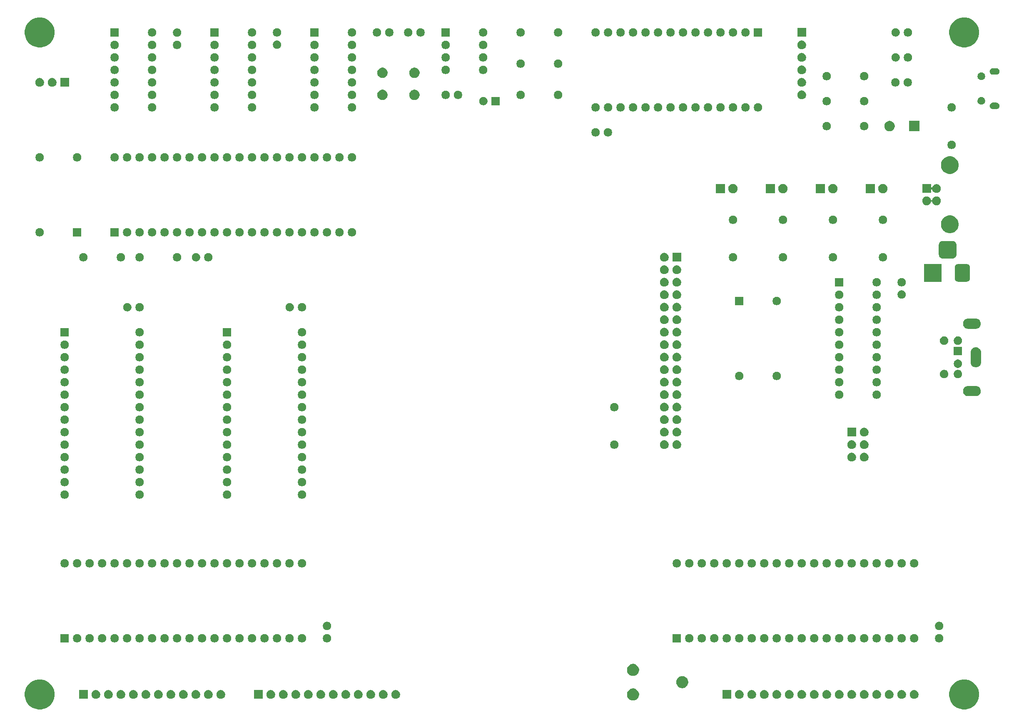
<source format=gbs>
G04 #@! TF.GenerationSoftware,KiCad,Pcbnew,(5.1.5-0-10_14)*
G04 #@! TF.CreationDate,2020-02-23T22:24:15+01:00*
G04 #@! TF.ProjectId,65C02_Computer,36354330-325f-4436-9f6d-70757465722e,rev?*
G04 #@! TF.SameCoordinates,Original*
G04 #@! TF.FileFunction,Soldermask,Bot*
G04 #@! TF.FilePolarity,Negative*
%FSLAX46Y46*%
G04 Gerber Fmt 4.6, Leading zero omitted, Abs format (unit mm)*
G04 Created by KiCad (PCBNEW (5.1.5-0-10_14)) date 2020-02-23 22:24:15*
%MOMM*%
%LPD*%
G04 APERTURE LIST*
%ADD10C,0.100000*%
G04 APERTURE END LIST*
D10*
G36*
X214249943Y-159626248D02*
G01*
X214805189Y-159856238D01*
X214805190Y-159856239D01*
X215304899Y-160190134D01*
X215729866Y-160615101D01*
X215745407Y-160638360D01*
X216063762Y-161114811D01*
X216293752Y-161670057D01*
X216411000Y-162259501D01*
X216411000Y-162860499D01*
X216293752Y-163449943D01*
X216063762Y-164005189D01*
X216063761Y-164005190D01*
X215729866Y-164504899D01*
X215304899Y-164929866D01*
X215053347Y-165097948D01*
X214805189Y-165263762D01*
X214249943Y-165493752D01*
X213660499Y-165611000D01*
X213059501Y-165611000D01*
X212470057Y-165493752D01*
X211914811Y-165263762D01*
X211666653Y-165097948D01*
X211415101Y-164929866D01*
X210990134Y-164504899D01*
X210656239Y-164005190D01*
X210656238Y-164005189D01*
X210426248Y-163449943D01*
X210309000Y-162860499D01*
X210309000Y-162259501D01*
X210426248Y-161670057D01*
X210656238Y-161114811D01*
X210974593Y-160638360D01*
X210990134Y-160615101D01*
X211415101Y-160190134D01*
X211914810Y-159856239D01*
X211914811Y-159856238D01*
X212470057Y-159626248D01*
X213059501Y-159509000D01*
X213660499Y-159509000D01*
X214249943Y-159626248D01*
G37*
G36*
X26289943Y-159626248D02*
G01*
X26845189Y-159856238D01*
X26845190Y-159856239D01*
X27344899Y-160190134D01*
X27769866Y-160615101D01*
X27785407Y-160638360D01*
X28103762Y-161114811D01*
X28333752Y-161670057D01*
X28451000Y-162259501D01*
X28451000Y-162860499D01*
X28333752Y-163449943D01*
X28103762Y-164005189D01*
X28103761Y-164005190D01*
X27769866Y-164504899D01*
X27344899Y-164929866D01*
X27093347Y-165097948D01*
X26845189Y-165263762D01*
X26289943Y-165493752D01*
X25700499Y-165611000D01*
X25099501Y-165611000D01*
X24510057Y-165493752D01*
X23954811Y-165263762D01*
X23706653Y-165097948D01*
X23455101Y-164929866D01*
X23030134Y-164504899D01*
X22696239Y-164005190D01*
X22696238Y-164005189D01*
X22466248Y-163449943D01*
X22349000Y-162860499D01*
X22349000Y-162259501D01*
X22466248Y-161670057D01*
X22696238Y-161114811D01*
X23014593Y-160638360D01*
X23030134Y-160615101D01*
X23455101Y-160190134D01*
X23954810Y-159856239D01*
X23954811Y-159856238D01*
X24510057Y-159626248D01*
X25099501Y-159509000D01*
X25700499Y-159509000D01*
X26289943Y-159626248D01*
G37*
G36*
X146406153Y-161385922D02*
G01*
X146498194Y-161424047D01*
X146628359Y-161477963D01*
X146828342Y-161611587D01*
X146998413Y-161781658D01*
X147132037Y-161981641D01*
X147133696Y-161985647D01*
X147224078Y-162203847D01*
X147271000Y-162439742D01*
X147271000Y-162680258D01*
X147235149Y-162860497D01*
X147224078Y-162916152D01*
X147132037Y-163138359D01*
X146998413Y-163338342D01*
X146828342Y-163508413D01*
X146628359Y-163642037D01*
X146498194Y-163695953D01*
X146406153Y-163734078D01*
X146288205Y-163757539D01*
X146170259Y-163781000D01*
X145929741Y-163781000D01*
X145811795Y-163757539D01*
X145693847Y-163734078D01*
X145601806Y-163695953D01*
X145471641Y-163642037D01*
X145271658Y-163508413D01*
X145101587Y-163338342D01*
X144967963Y-163138359D01*
X144875922Y-162916152D01*
X144864852Y-162860497D01*
X144829000Y-162680258D01*
X144829000Y-162439742D01*
X144875922Y-162203847D01*
X144966304Y-161985647D01*
X144967963Y-161981641D01*
X145101587Y-161781658D01*
X145271658Y-161611587D01*
X145471641Y-161477963D01*
X145601806Y-161424047D01*
X145693847Y-161385922D01*
X145929741Y-161339000D01*
X146170259Y-161339000D01*
X146406153Y-161385922D01*
G37*
G36*
X195693512Y-161663927D02*
G01*
X195842812Y-161693624D01*
X196006784Y-161761544D01*
X196154354Y-161860147D01*
X196279853Y-161985646D01*
X196378456Y-162133216D01*
X196446376Y-162297188D01*
X196481000Y-162471259D01*
X196481000Y-162648741D01*
X196446376Y-162822812D01*
X196378456Y-162986784D01*
X196279853Y-163134354D01*
X196154354Y-163259853D01*
X196006784Y-163358456D01*
X195842812Y-163426376D01*
X195693512Y-163456073D01*
X195668742Y-163461000D01*
X195491258Y-163461000D01*
X195466488Y-163456073D01*
X195317188Y-163426376D01*
X195153216Y-163358456D01*
X195005646Y-163259853D01*
X194880147Y-163134354D01*
X194781544Y-162986784D01*
X194713624Y-162822812D01*
X194679000Y-162648741D01*
X194679000Y-162471259D01*
X194713624Y-162297188D01*
X194781544Y-162133216D01*
X194880147Y-161985646D01*
X195005646Y-161860147D01*
X195153216Y-161761544D01*
X195317188Y-161693624D01*
X195466488Y-161663927D01*
X195491258Y-161659000D01*
X195668742Y-161659000D01*
X195693512Y-161663927D01*
G37*
G36*
X193153512Y-161663927D02*
G01*
X193302812Y-161693624D01*
X193466784Y-161761544D01*
X193614354Y-161860147D01*
X193739853Y-161985646D01*
X193838456Y-162133216D01*
X193906376Y-162297188D01*
X193941000Y-162471259D01*
X193941000Y-162648741D01*
X193906376Y-162822812D01*
X193838456Y-162986784D01*
X193739853Y-163134354D01*
X193614354Y-163259853D01*
X193466784Y-163358456D01*
X193302812Y-163426376D01*
X193153512Y-163456073D01*
X193128742Y-163461000D01*
X192951258Y-163461000D01*
X192926488Y-163456073D01*
X192777188Y-163426376D01*
X192613216Y-163358456D01*
X192465646Y-163259853D01*
X192340147Y-163134354D01*
X192241544Y-162986784D01*
X192173624Y-162822812D01*
X192139000Y-162648741D01*
X192139000Y-162471259D01*
X192173624Y-162297188D01*
X192241544Y-162133216D01*
X192340147Y-161985646D01*
X192465646Y-161860147D01*
X192613216Y-161761544D01*
X192777188Y-161693624D01*
X192926488Y-161663927D01*
X192951258Y-161659000D01*
X193128742Y-161659000D01*
X193153512Y-161663927D01*
G37*
G36*
X190613512Y-161663927D02*
G01*
X190762812Y-161693624D01*
X190926784Y-161761544D01*
X191074354Y-161860147D01*
X191199853Y-161985646D01*
X191298456Y-162133216D01*
X191366376Y-162297188D01*
X191401000Y-162471259D01*
X191401000Y-162648741D01*
X191366376Y-162822812D01*
X191298456Y-162986784D01*
X191199853Y-163134354D01*
X191074354Y-163259853D01*
X190926784Y-163358456D01*
X190762812Y-163426376D01*
X190613512Y-163456073D01*
X190588742Y-163461000D01*
X190411258Y-163461000D01*
X190386488Y-163456073D01*
X190237188Y-163426376D01*
X190073216Y-163358456D01*
X189925646Y-163259853D01*
X189800147Y-163134354D01*
X189701544Y-162986784D01*
X189633624Y-162822812D01*
X189599000Y-162648741D01*
X189599000Y-162471259D01*
X189633624Y-162297188D01*
X189701544Y-162133216D01*
X189800147Y-161985646D01*
X189925646Y-161860147D01*
X190073216Y-161761544D01*
X190237188Y-161693624D01*
X190386488Y-161663927D01*
X190411258Y-161659000D01*
X190588742Y-161659000D01*
X190613512Y-161663927D01*
G37*
G36*
X188073512Y-161663927D02*
G01*
X188222812Y-161693624D01*
X188386784Y-161761544D01*
X188534354Y-161860147D01*
X188659853Y-161985646D01*
X188758456Y-162133216D01*
X188826376Y-162297188D01*
X188861000Y-162471259D01*
X188861000Y-162648741D01*
X188826376Y-162822812D01*
X188758456Y-162986784D01*
X188659853Y-163134354D01*
X188534354Y-163259853D01*
X188386784Y-163358456D01*
X188222812Y-163426376D01*
X188073512Y-163456073D01*
X188048742Y-163461000D01*
X187871258Y-163461000D01*
X187846488Y-163456073D01*
X187697188Y-163426376D01*
X187533216Y-163358456D01*
X187385646Y-163259853D01*
X187260147Y-163134354D01*
X187161544Y-162986784D01*
X187093624Y-162822812D01*
X187059000Y-162648741D01*
X187059000Y-162471259D01*
X187093624Y-162297188D01*
X187161544Y-162133216D01*
X187260147Y-161985646D01*
X187385646Y-161860147D01*
X187533216Y-161761544D01*
X187697188Y-161693624D01*
X187846488Y-161663927D01*
X187871258Y-161659000D01*
X188048742Y-161659000D01*
X188073512Y-161663927D01*
G37*
G36*
X185533512Y-161663927D02*
G01*
X185682812Y-161693624D01*
X185846784Y-161761544D01*
X185994354Y-161860147D01*
X186119853Y-161985646D01*
X186218456Y-162133216D01*
X186286376Y-162297188D01*
X186321000Y-162471259D01*
X186321000Y-162648741D01*
X186286376Y-162822812D01*
X186218456Y-162986784D01*
X186119853Y-163134354D01*
X185994354Y-163259853D01*
X185846784Y-163358456D01*
X185682812Y-163426376D01*
X185533512Y-163456073D01*
X185508742Y-163461000D01*
X185331258Y-163461000D01*
X185306488Y-163456073D01*
X185157188Y-163426376D01*
X184993216Y-163358456D01*
X184845646Y-163259853D01*
X184720147Y-163134354D01*
X184621544Y-162986784D01*
X184553624Y-162822812D01*
X184519000Y-162648741D01*
X184519000Y-162471259D01*
X184553624Y-162297188D01*
X184621544Y-162133216D01*
X184720147Y-161985646D01*
X184845646Y-161860147D01*
X184993216Y-161761544D01*
X185157188Y-161693624D01*
X185306488Y-161663927D01*
X185331258Y-161659000D01*
X185508742Y-161659000D01*
X185533512Y-161663927D01*
G37*
G36*
X182993512Y-161663927D02*
G01*
X183142812Y-161693624D01*
X183306784Y-161761544D01*
X183454354Y-161860147D01*
X183579853Y-161985646D01*
X183678456Y-162133216D01*
X183746376Y-162297188D01*
X183781000Y-162471259D01*
X183781000Y-162648741D01*
X183746376Y-162822812D01*
X183678456Y-162986784D01*
X183579853Y-163134354D01*
X183454354Y-163259853D01*
X183306784Y-163358456D01*
X183142812Y-163426376D01*
X182993512Y-163456073D01*
X182968742Y-163461000D01*
X182791258Y-163461000D01*
X182766488Y-163456073D01*
X182617188Y-163426376D01*
X182453216Y-163358456D01*
X182305646Y-163259853D01*
X182180147Y-163134354D01*
X182081544Y-162986784D01*
X182013624Y-162822812D01*
X181979000Y-162648741D01*
X181979000Y-162471259D01*
X182013624Y-162297188D01*
X182081544Y-162133216D01*
X182180147Y-161985646D01*
X182305646Y-161860147D01*
X182453216Y-161761544D01*
X182617188Y-161693624D01*
X182766488Y-161663927D01*
X182791258Y-161659000D01*
X182968742Y-161659000D01*
X182993512Y-161663927D01*
G37*
G36*
X180453512Y-161663927D02*
G01*
X180602812Y-161693624D01*
X180766784Y-161761544D01*
X180914354Y-161860147D01*
X181039853Y-161985646D01*
X181138456Y-162133216D01*
X181206376Y-162297188D01*
X181241000Y-162471259D01*
X181241000Y-162648741D01*
X181206376Y-162822812D01*
X181138456Y-162986784D01*
X181039853Y-163134354D01*
X180914354Y-163259853D01*
X180766784Y-163358456D01*
X180602812Y-163426376D01*
X180453512Y-163456073D01*
X180428742Y-163461000D01*
X180251258Y-163461000D01*
X180226488Y-163456073D01*
X180077188Y-163426376D01*
X179913216Y-163358456D01*
X179765646Y-163259853D01*
X179640147Y-163134354D01*
X179541544Y-162986784D01*
X179473624Y-162822812D01*
X179439000Y-162648741D01*
X179439000Y-162471259D01*
X179473624Y-162297188D01*
X179541544Y-162133216D01*
X179640147Y-161985646D01*
X179765646Y-161860147D01*
X179913216Y-161761544D01*
X180077188Y-161693624D01*
X180226488Y-161663927D01*
X180251258Y-161659000D01*
X180428742Y-161659000D01*
X180453512Y-161663927D01*
G37*
G36*
X177913512Y-161663927D02*
G01*
X178062812Y-161693624D01*
X178226784Y-161761544D01*
X178374354Y-161860147D01*
X178499853Y-161985646D01*
X178598456Y-162133216D01*
X178666376Y-162297188D01*
X178701000Y-162471259D01*
X178701000Y-162648741D01*
X178666376Y-162822812D01*
X178598456Y-162986784D01*
X178499853Y-163134354D01*
X178374354Y-163259853D01*
X178226784Y-163358456D01*
X178062812Y-163426376D01*
X177913512Y-163456073D01*
X177888742Y-163461000D01*
X177711258Y-163461000D01*
X177686488Y-163456073D01*
X177537188Y-163426376D01*
X177373216Y-163358456D01*
X177225646Y-163259853D01*
X177100147Y-163134354D01*
X177001544Y-162986784D01*
X176933624Y-162822812D01*
X176899000Y-162648741D01*
X176899000Y-162471259D01*
X176933624Y-162297188D01*
X177001544Y-162133216D01*
X177100147Y-161985646D01*
X177225646Y-161860147D01*
X177373216Y-161761544D01*
X177537188Y-161693624D01*
X177686488Y-161663927D01*
X177711258Y-161659000D01*
X177888742Y-161659000D01*
X177913512Y-161663927D01*
G37*
G36*
X175373512Y-161663927D02*
G01*
X175522812Y-161693624D01*
X175686784Y-161761544D01*
X175834354Y-161860147D01*
X175959853Y-161985646D01*
X176058456Y-162133216D01*
X176126376Y-162297188D01*
X176161000Y-162471259D01*
X176161000Y-162648741D01*
X176126376Y-162822812D01*
X176058456Y-162986784D01*
X175959853Y-163134354D01*
X175834354Y-163259853D01*
X175686784Y-163358456D01*
X175522812Y-163426376D01*
X175373512Y-163456073D01*
X175348742Y-163461000D01*
X175171258Y-163461000D01*
X175146488Y-163456073D01*
X174997188Y-163426376D01*
X174833216Y-163358456D01*
X174685646Y-163259853D01*
X174560147Y-163134354D01*
X174461544Y-162986784D01*
X174393624Y-162822812D01*
X174359000Y-162648741D01*
X174359000Y-162471259D01*
X174393624Y-162297188D01*
X174461544Y-162133216D01*
X174560147Y-161985646D01*
X174685646Y-161860147D01*
X174833216Y-161761544D01*
X174997188Y-161693624D01*
X175146488Y-161663927D01*
X175171258Y-161659000D01*
X175348742Y-161659000D01*
X175373512Y-161663927D01*
G37*
G36*
X172833512Y-161663927D02*
G01*
X172982812Y-161693624D01*
X173146784Y-161761544D01*
X173294354Y-161860147D01*
X173419853Y-161985646D01*
X173518456Y-162133216D01*
X173586376Y-162297188D01*
X173621000Y-162471259D01*
X173621000Y-162648741D01*
X173586376Y-162822812D01*
X173518456Y-162986784D01*
X173419853Y-163134354D01*
X173294354Y-163259853D01*
X173146784Y-163358456D01*
X172982812Y-163426376D01*
X172833512Y-163456073D01*
X172808742Y-163461000D01*
X172631258Y-163461000D01*
X172606488Y-163456073D01*
X172457188Y-163426376D01*
X172293216Y-163358456D01*
X172145646Y-163259853D01*
X172020147Y-163134354D01*
X171921544Y-162986784D01*
X171853624Y-162822812D01*
X171819000Y-162648741D01*
X171819000Y-162471259D01*
X171853624Y-162297188D01*
X171921544Y-162133216D01*
X172020147Y-161985646D01*
X172145646Y-161860147D01*
X172293216Y-161761544D01*
X172457188Y-161693624D01*
X172606488Y-161663927D01*
X172631258Y-161659000D01*
X172808742Y-161659000D01*
X172833512Y-161663927D01*
G37*
G36*
X170293512Y-161663927D02*
G01*
X170442812Y-161693624D01*
X170606784Y-161761544D01*
X170754354Y-161860147D01*
X170879853Y-161985646D01*
X170978456Y-162133216D01*
X171046376Y-162297188D01*
X171081000Y-162471259D01*
X171081000Y-162648741D01*
X171046376Y-162822812D01*
X170978456Y-162986784D01*
X170879853Y-163134354D01*
X170754354Y-163259853D01*
X170606784Y-163358456D01*
X170442812Y-163426376D01*
X170293512Y-163456073D01*
X170268742Y-163461000D01*
X170091258Y-163461000D01*
X170066488Y-163456073D01*
X169917188Y-163426376D01*
X169753216Y-163358456D01*
X169605646Y-163259853D01*
X169480147Y-163134354D01*
X169381544Y-162986784D01*
X169313624Y-162822812D01*
X169279000Y-162648741D01*
X169279000Y-162471259D01*
X169313624Y-162297188D01*
X169381544Y-162133216D01*
X169480147Y-161985646D01*
X169605646Y-161860147D01*
X169753216Y-161761544D01*
X169917188Y-161693624D01*
X170066488Y-161663927D01*
X170091258Y-161659000D01*
X170268742Y-161659000D01*
X170293512Y-161663927D01*
G37*
G36*
X167753512Y-161663927D02*
G01*
X167902812Y-161693624D01*
X168066784Y-161761544D01*
X168214354Y-161860147D01*
X168339853Y-161985646D01*
X168438456Y-162133216D01*
X168506376Y-162297188D01*
X168541000Y-162471259D01*
X168541000Y-162648741D01*
X168506376Y-162822812D01*
X168438456Y-162986784D01*
X168339853Y-163134354D01*
X168214354Y-163259853D01*
X168066784Y-163358456D01*
X167902812Y-163426376D01*
X167753512Y-163456073D01*
X167728742Y-163461000D01*
X167551258Y-163461000D01*
X167526488Y-163456073D01*
X167377188Y-163426376D01*
X167213216Y-163358456D01*
X167065646Y-163259853D01*
X166940147Y-163134354D01*
X166841544Y-162986784D01*
X166773624Y-162822812D01*
X166739000Y-162648741D01*
X166739000Y-162471259D01*
X166773624Y-162297188D01*
X166841544Y-162133216D01*
X166940147Y-161985646D01*
X167065646Y-161860147D01*
X167213216Y-161761544D01*
X167377188Y-161693624D01*
X167526488Y-161663927D01*
X167551258Y-161659000D01*
X167728742Y-161659000D01*
X167753512Y-161663927D01*
G37*
G36*
X166001000Y-163461000D02*
G01*
X164199000Y-163461000D01*
X164199000Y-161659000D01*
X166001000Y-161659000D01*
X166001000Y-163461000D01*
G37*
G36*
X97903512Y-161663927D02*
G01*
X98052812Y-161693624D01*
X98216784Y-161761544D01*
X98364354Y-161860147D01*
X98489853Y-161985646D01*
X98588456Y-162133216D01*
X98656376Y-162297188D01*
X98691000Y-162471259D01*
X98691000Y-162648741D01*
X98656376Y-162822812D01*
X98588456Y-162986784D01*
X98489853Y-163134354D01*
X98364354Y-163259853D01*
X98216784Y-163358456D01*
X98052812Y-163426376D01*
X97903512Y-163456073D01*
X97878742Y-163461000D01*
X97701258Y-163461000D01*
X97676488Y-163456073D01*
X97527188Y-163426376D01*
X97363216Y-163358456D01*
X97215646Y-163259853D01*
X97090147Y-163134354D01*
X96991544Y-162986784D01*
X96923624Y-162822812D01*
X96889000Y-162648741D01*
X96889000Y-162471259D01*
X96923624Y-162297188D01*
X96991544Y-162133216D01*
X97090147Y-161985646D01*
X97215646Y-161860147D01*
X97363216Y-161761544D01*
X97527188Y-161693624D01*
X97676488Y-161663927D01*
X97701258Y-161659000D01*
X97878742Y-161659000D01*
X97903512Y-161663927D01*
G37*
G36*
X95363512Y-161663927D02*
G01*
X95512812Y-161693624D01*
X95676784Y-161761544D01*
X95824354Y-161860147D01*
X95949853Y-161985646D01*
X96048456Y-162133216D01*
X96116376Y-162297188D01*
X96151000Y-162471259D01*
X96151000Y-162648741D01*
X96116376Y-162822812D01*
X96048456Y-162986784D01*
X95949853Y-163134354D01*
X95824354Y-163259853D01*
X95676784Y-163358456D01*
X95512812Y-163426376D01*
X95363512Y-163456073D01*
X95338742Y-163461000D01*
X95161258Y-163461000D01*
X95136488Y-163456073D01*
X94987188Y-163426376D01*
X94823216Y-163358456D01*
X94675646Y-163259853D01*
X94550147Y-163134354D01*
X94451544Y-162986784D01*
X94383624Y-162822812D01*
X94349000Y-162648741D01*
X94349000Y-162471259D01*
X94383624Y-162297188D01*
X94451544Y-162133216D01*
X94550147Y-161985646D01*
X94675646Y-161860147D01*
X94823216Y-161761544D01*
X94987188Y-161693624D01*
X95136488Y-161663927D01*
X95161258Y-161659000D01*
X95338742Y-161659000D01*
X95363512Y-161663927D01*
G37*
G36*
X92823512Y-161663927D02*
G01*
X92972812Y-161693624D01*
X93136784Y-161761544D01*
X93284354Y-161860147D01*
X93409853Y-161985646D01*
X93508456Y-162133216D01*
X93576376Y-162297188D01*
X93611000Y-162471259D01*
X93611000Y-162648741D01*
X93576376Y-162822812D01*
X93508456Y-162986784D01*
X93409853Y-163134354D01*
X93284354Y-163259853D01*
X93136784Y-163358456D01*
X92972812Y-163426376D01*
X92823512Y-163456073D01*
X92798742Y-163461000D01*
X92621258Y-163461000D01*
X92596488Y-163456073D01*
X92447188Y-163426376D01*
X92283216Y-163358456D01*
X92135646Y-163259853D01*
X92010147Y-163134354D01*
X91911544Y-162986784D01*
X91843624Y-162822812D01*
X91809000Y-162648741D01*
X91809000Y-162471259D01*
X91843624Y-162297188D01*
X91911544Y-162133216D01*
X92010147Y-161985646D01*
X92135646Y-161860147D01*
X92283216Y-161761544D01*
X92447188Y-161693624D01*
X92596488Y-161663927D01*
X92621258Y-161659000D01*
X92798742Y-161659000D01*
X92823512Y-161663927D01*
G37*
G36*
X90283512Y-161663927D02*
G01*
X90432812Y-161693624D01*
X90596784Y-161761544D01*
X90744354Y-161860147D01*
X90869853Y-161985646D01*
X90968456Y-162133216D01*
X91036376Y-162297188D01*
X91071000Y-162471259D01*
X91071000Y-162648741D01*
X91036376Y-162822812D01*
X90968456Y-162986784D01*
X90869853Y-163134354D01*
X90744354Y-163259853D01*
X90596784Y-163358456D01*
X90432812Y-163426376D01*
X90283512Y-163456073D01*
X90258742Y-163461000D01*
X90081258Y-163461000D01*
X90056488Y-163456073D01*
X89907188Y-163426376D01*
X89743216Y-163358456D01*
X89595646Y-163259853D01*
X89470147Y-163134354D01*
X89371544Y-162986784D01*
X89303624Y-162822812D01*
X89269000Y-162648741D01*
X89269000Y-162471259D01*
X89303624Y-162297188D01*
X89371544Y-162133216D01*
X89470147Y-161985646D01*
X89595646Y-161860147D01*
X89743216Y-161761544D01*
X89907188Y-161693624D01*
X90056488Y-161663927D01*
X90081258Y-161659000D01*
X90258742Y-161659000D01*
X90283512Y-161663927D01*
G37*
G36*
X87743512Y-161663927D02*
G01*
X87892812Y-161693624D01*
X88056784Y-161761544D01*
X88204354Y-161860147D01*
X88329853Y-161985646D01*
X88428456Y-162133216D01*
X88496376Y-162297188D01*
X88531000Y-162471259D01*
X88531000Y-162648741D01*
X88496376Y-162822812D01*
X88428456Y-162986784D01*
X88329853Y-163134354D01*
X88204354Y-163259853D01*
X88056784Y-163358456D01*
X87892812Y-163426376D01*
X87743512Y-163456073D01*
X87718742Y-163461000D01*
X87541258Y-163461000D01*
X87516488Y-163456073D01*
X87367188Y-163426376D01*
X87203216Y-163358456D01*
X87055646Y-163259853D01*
X86930147Y-163134354D01*
X86831544Y-162986784D01*
X86763624Y-162822812D01*
X86729000Y-162648741D01*
X86729000Y-162471259D01*
X86763624Y-162297188D01*
X86831544Y-162133216D01*
X86930147Y-161985646D01*
X87055646Y-161860147D01*
X87203216Y-161761544D01*
X87367188Y-161693624D01*
X87516488Y-161663927D01*
X87541258Y-161659000D01*
X87718742Y-161659000D01*
X87743512Y-161663927D01*
G37*
G36*
X85203512Y-161663927D02*
G01*
X85352812Y-161693624D01*
X85516784Y-161761544D01*
X85664354Y-161860147D01*
X85789853Y-161985646D01*
X85888456Y-162133216D01*
X85956376Y-162297188D01*
X85991000Y-162471259D01*
X85991000Y-162648741D01*
X85956376Y-162822812D01*
X85888456Y-162986784D01*
X85789853Y-163134354D01*
X85664354Y-163259853D01*
X85516784Y-163358456D01*
X85352812Y-163426376D01*
X85203512Y-163456073D01*
X85178742Y-163461000D01*
X85001258Y-163461000D01*
X84976488Y-163456073D01*
X84827188Y-163426376D01*
X84663216Y-163358456D01*
X84515646Y-163259853D01*
X84390147Y-163134354D01*
X84291544Y-162986784D01*
X84223624Y-162822812D01*
X84189000Y-162648741D01*
X84189000Y-162471259D01*
X84223624Y-162297188D01*
X84291544Y-162133216D01*
X84390147Y-161985646D01*
X84515646Y-161860147D01*
X84663216Y-161761544D01*
X84827188Y-161693624D01*
X84976488Y-161663927D01*
X85001258Y-161659000D01*
X85178742Y-161659000D01*
X85203512Y-161663927D01*
G37*
G36*
X82663512Y-161663927D02*
G01*
X82812812Y-161693624D01*
X82976784Y-161761544D01*
X83124354Y-161860147D01*
X83249853Y-161985646D01*
X83348456Y-162133216D01*
X83416376Y-162297188D01*
X83451000Y-162471259D01*
X83451000Y-162648741D01*
X83416376Y-162822812D01*
X83348456Y-162986784D01*
X83249853Y-163134354D01*
X83124354Y-163259853D01*
X82976784Y-163358456D01*
X82812812Y-163426376D01*
X82663512Y-163456073D01*
X82638742Y-163461000D01*
X82461258Y-163461000D01*
X82436488Y-163456073D01*
X82287188Y-163426376D01*
X82123216Y-163358456D01*
X81975646Y-163259853D01*
X81850147Y-163134354D01*
X81751544Y-162986784D01*
X81683624Y-162822812D01*
X81649000Y-162648741D01*
X81649000Y-162471259D01*
X81683624Y-162297188D01*
X81751544Y-162133216D01*
X81850147Y-161985646D01*
X81975646Y-161860147D01*
X82123216Y-161761544D01*
X82287188Y-161693624D01*
X82436488Y-161663927D01*
X82461258Y-161659000D01*
X82638742Y-161659000D01*
X82663512Y-161663927D01*
G37*
G36*
X80123512Y-161663927D02*
G01*
X80272812Y-161693624D01*
X80436784Y-161761544D01*
X80584354Y-161860147D01*
X80709853Y-161985646D01*
X80808456Y-162133216D01*
X80876376Y-162297188D01*
X80911000Y-162471259D01*
X80911000Y-162648741D01*
X80876376Y-162822812D01*
X80808456Y-162986784D01*
X80709853Y-163134354D01*
X80584354Y-163259853D01*
X80436784Y-163358456D01*
X80272812Y-163426376D01*
X80123512Y-163456073D01*
X80098742Y-163461000D01*
X79921258Y-163461000D01*
X79896488Y-163456073D01*
X79747188Y-163426376D01*
X79583216Y-163358456D01*
X79435646Y-163259853D01*
X79310147Y-163134354D01*
X79211544Y-162986784D01*
X79143624Y-162822812D01*
X79109000Y-162648741D01*
X79109000Y-162471259D01*
X79143624Y-162297188D01*
X79211544Y-162133216D01*
X79310147Y-161985646D01*
X79435646Y-161860147D01*
X79583216Y-161761544D01*
X79747188Y-161693624D01*
X79896488Y-161663927D01*
X79921258Y-161659000D01*
X80098742Y-161659000D01*
X80123512Y-161663927D01*
G37*
G36*
X77583512Y-161663927D02*
G01*
X77732812Y-161693624D01*
X77896784Y-161761544D01*
X78044354Y-161860147D01*
X78169853Y-161985646D01*
X78268456Y-162133216D01*
X78336376Y-162297188D01*
X78371000Y-162471259D01*
X78371000Y-162648741D01*
X78336376Y-162822812D01*
X78268456Y-162986784D01*
X78169853Y-163134354D01*
X78044354Y-163259853D01*
X77896784Y-163358456D01*
X77732812Y-163426376D01*
X77583512Y-163456073D01*
X77558742Y-163461000D01*
X77381258Y-163461000D01*
X77356488Y-163456073D01*
X77207188Y-163426376D01*
X77043216Y-163358456D01*
X76895646Y-163259853D01*
X76770147Y-163134354D01*
X76671544Y-162986784D01*
X76603624Y-162822812D01*
X76569000Y-162648741D01*
X76569000Y-162471259D01*
X76603624Y-162297188D01*
X76671544Y-162133216D01*
X76770147Y-161985646D01*
X76895646Y-161860147D01*
X77043216Y-161761544D01*
X77207188Y-161693624D01*
X77356488Y-161663927D01*
X77381258Y-161659000D01*
X77558742Y-161659000D01*
X77583512Y-161663927D01*
G37*
G36*
X75043512Y-161663927D02*
G01*
X75192812Y-161693624D01*
X75356784Y-161761544D01*
X75504354Y-161860147D01*
X75629853Y-161985646D01*
X75728456Y-162133216D01*
X75796376Y-162297188D01*
X75831000Y-162471259D01*
X75831000Y-162648741D01*
X75796376Y-162822812D01*
X75728456Y-162986784D01*
X75629853Y-163134354D01*
X75504354Y-163259853D01*
X75356784Y-163358456D01*
X75192812Y-163426376D01*
X75043512Y-163456073D01*
X75018742Y-163461000D01*
X74841258Y-163461000D01*
X74816488Y-163456073D01*
X74667188Y-163426376D01*
X74503216Y-163358456D01*
X74355646Y-163259853D01*
X74230147Y-163134354D01*
X74131544Y-162986784D01*
X74063624Y-162822812D01*
X74029000Y-162648741D01*
X74029000Y-162471259D01*
X74063624Y-162297188D01*
X74131544Y-162133216D01*
X74230147Y-161985646D01*
X74355646Y-161860147D01*
X74503216Y-161761544D01*
X74667188Y-161693624D01*
X74816488Y-161663927D01*
X74841258Y-161659000D01*
X75018742Y-161659000D01*
X75043512Y-161663927D01*
G37*
G36*
X72503512Y-161663927D02*
G01*
X72652812Y-161693624D01*
X72816784Y-161761544D01*
X72964354Y-161860147D01*
X73089853Y-161985646D01*
X73188456Y-162133216D01*
X73256376Y-162297188D01*
X73291000Y-162471259D01*
X73291000Y-162648741D01*
X73256376Y-162822812D01*
X73188456Y-162986784D01*
X73089853Y-163134354D01*
X72964354Y-163259853D01*
X72816784Y-163358456D01*
X72652812Y-163426376D01*
X72503512Y-163456073D01*
X72478742Y-163461000D01*
X72301258Y-163461000D01*
X72276488Y-163456073D01*
X72127188Y-163426376D01*
X71963216Y-163358456D01*
X71815646Y-163259853D01*
X71690147Y-163134354D01*
X71591544Y-162986784D01*
X71523624Y-162822812D01*
X71489000Y-162648741D01*
X71489000Y-162471259D01*
X71523624Y-162297188D01*
X71591544Y-162133216D01*
X71690147Y-161985646D01*
X71815646Y-161860147D01*
X71963216Y-161761544D01*
X72127188Y-161693624D01*
X72276488Y-161663927D01*
X72301258Y-161659000D01*
X72478742Y-161659000D01*
X72503512Y-161663927D01*
G37*
G36*
X70751000Y-163461000D02*
G01*
X68949000Y-163461000D01*
X68949000Y-161659000D01*
X70751000Y-161659000D01*
X70751000Y-163461000D01*
G37*
G36*
X62343512Y-161663927D02*
G01*
X62492812Y-161693624D01*
X62656784Y-161761544D01*
X62804354Y-161860147D01*
X62929853Y-161985646D01*
X63028456Y-162133216D01*
X63096376Y-162297188D01*
X63131000Y-162471259D01*
X63131000Y-162648741D01*
X63096376Y-162822812D01*
X63028456Y-162986784D01*
X62929853Y-163134354D01*
X62804354Y-163259853D01*
X62656784Y-163358456D01*
X62492812Y-163426376D01*
X62343512Y-163456073D01*
X62318742Y-163461000D01*
X62141258Y-163461000D01*
X62116488Y-163456073D01*
X61967188Y-163426376D01*
X61803216Y-163358456D01*
X61655646Y-163259853D01*
X61530147Y-163134354D01*
X61431544Y-162986784D01*
X61363624Y-162822812D01*
X61329000Y-162648741D01*
X61329000Y-162471259D01*
X61363624Y-162297188D01*
X61431544Y-162133216D01*
X61530147Y-161985646D01*
X61655646Y-161860147D01*
X61803216Y-161761544D01*
X61967188Y-161693624D01*
X62116488Y-161663927D01*
X62141258Y-161659000D01*
X62318742Y-161659000D01*
X62343512Y-161663927D01*
G37*
G36*
X59803512Y-161663927D02*
G01*
X59952812Y-161693624D01*
X60116784Y-161761544D01*
X60264354Y-161860147D01*
X60389853Y-161985646D01*
X60488456Y-162133216D01*
X60556376Y-162297188D01*
X60591000Y-162471259D01*
X60591000Y-162648741D01*
X60556376Y-162822812D01*
X60488456Y-162986784D01*
X60389853Y-163134354D01*
X60264354Y-163259853D01*
X60116784Y-163358456D01*
X59952812Y-163426376D01*
X59803512Y-163456073D01*
X59778742Y-163461000D01*
X59601258Y-163461000D01*
X59576488Y-163456073D01*
X59427188Y-163426376D01*
X59263216Y-163358456D01*
X59115646Y-163259853D01*
X58990147Y-163134354D01*
X58891544Y-162986784D01*
X58823624Y-162822812D01*
X58789000Y-162648741D01*
X58789000Y-162471259D01*
X58823624Y-162297188D01*
X58891544Y-162133216D01*
X58990147Y-161985646D01*
X59115646Y-161860147D01*
X59263216Y-161761544D01*
X59427188Y-161693624D01*
X59576488Y-161663927D01*
X59601258Y-161659000D01*
X59778742Y-161659000D01*
X59803512Y-161663927D01*
G37*
G36*
X57263512Y-161663927D02*
G01*
X57412812Y-161693624D01*
X57576784Y-161761544D01*
X57724354Y-161860147D01*
X57849853Y-161985646D01*
X57948456Y-162133216D01*
X58016376Y-162297188D01*
X58051000Y-162471259D01*
X58051000Y-162648741D01*
X58016376Y-162822812D01*
X57948456Y-162986784D01*
X57849853Y-163134354D01*
X57724354Y-163259853D01*
X57576784Y-163358456D01*
X57412812Y-163426376D01*
X57263512Y-163456073D01*
X57238742Y-163461000D01*
X57061258Y-163461000D01*
X57036488Y-163456073D01*
X56887188Y-163426376D01*
X56723216Y-163358456D01*
X56575646Y-163259853D01*
X56450147Y-163134354D01*
X56351544Y-162986784D01*
X56283624Y-162822812D01*
X56249000Y-162648741D01*
X56249000Y-162471259D01*
X56283624Y-162297188D01*
X56351544Y-162133216D01*
X56450147Y-161985646D01*
X56575646Y-161860147D01*
X56723216Y-161761544D01*
X56887188Y-161693624D01*
X57036488Y-161663927D01*
X57061258Y-161659000D01*
X57238742Y-161659000D01*
X57263512Y-161663927D01*
G37*
G36*
X54723512Y-161663927D02*
G01*
X54872812Y-161693624D01*
X55036784Y-161761544D01*
X55184354Y-161860147D01*
X55309853Y-161985646D01*
X55408456Y-162133216D01*
X55476376Y-162297188D01*
X55511000Y-162471259D01*
X55511000Y-162648741D01*
X55476376Y-162822812D01*
X55408456Y-162986784D01*
X55309853Y-163134354D01*
X55184354Y-163259853D01*
X55036784Y-163358456D01*
X54872812Y-163426376D01*
X54723512Y-163456073D01*
X54698742Y-163461000D01*
X54521258Y-163461000D01*
X54496488Y-163456073D01*
X54347188Y-163426376D01*
X54183216Y-163358456D01*
X54035646Y-163259853D01*
X53910147Y-163134354D01*
X53811544Y-162986784D01*
X53743624Y-162822812D01*
X53709000Y-162648741D01*
X53709000Y-162471259D01*
X53743624Y-162297188D01*
X53811544Y-162133216D01*
X53910147Y-161985646D01*
X54035646Y-161860147D01*
X54183216Y-161761544D01*
X54347188Y-161693624D01*
X54496488Y-161663927D01*
X54521258Y-161659000D01*
X54698742Y-161659000D01*
X54723512Y-161663927D01*
G37*
G36*
X52183512Y-161663927D02*
G01*
X52332812Y-161693624D01*
X52496784Y-161761544D01*
X52644354Y-161860147D01*
X52769853Y-161985646D01*
X52868456Y-162133216D01*
X52936376Y-162297188D01*
X52971000Y-162471259D01*
X52971000Y-162648741D01*
X52936376Y-162822812D01*
X52868456Y-162986784D01*
X52769853Y-163134354D01*
X52644354Y-163259853D01*
X52496784Y-163358456D01*
X52332812Y-163426376D01*
X52183512Y-163456073D01*
X52158742Y-163461000D01*
X51981258Y-163461000D01*
X51956488Y-163456073D01*
X51807188Y-163426376D01*
X51643216Y-163358456D01*
X51495646Y-163259853D01*
X51370147Y-163134354D01*
X51271544Y-162986784D01*
X51203624Y-162822812D01*
X51169000Y-162648741D01*
X51169000Y-162471259D01*
X51203624Y-162297188D01*
X51271544Y-162133216D01*
X51370147Y-161985646D01*
X51495646Y-161860147D01*
X51643216Y-161761544D01*
X51807188Y-161693624D01*
X51956488Y-161663927D01*
X51981258Y-161659000D01*
X52158742Y-161659000D01*
X52183512Y-161663927D01*
G37*
G36*
X49643512Y-161663927D02*
G01*
X49792812Y-161693624D01*
X49956784Y-161761544D01*
X50104354Y-161860147D01*
X50229853Y-161985646D01*
X50328456Y-162133216D01*
X50396376Y-162297188D01*
X50431000Y-162471259D01*
X50431000Y-162648741D01*
X50396376Y-162822812D01*
X50328456Y-162986784D01*
X50229853Y-163134354D01*
X50104354Y-163259853D01*
X49956784Y-163358456D01*
X49792812Y-163426376D01*
X49643512Y-163456073D01*
X49618742Y-163461000D01*
X49441258Y-163461000D01*
X49416488Y-163456073D01*
X49267188Y-163426376D01*
X49103216Y-163358456D01*
X48955646Y-163259853D01*
X48830147Y-163134354D01*
X48731544Y-162986784D01*
X48663624Y-162822812D01*
X48629000Y-162648741D01*
X48629000Y-162471259D01*
X48663624Y-162297188D01*
X48731544Y-162133216D01*
X48830147Y-161985646D01*
X48955646Y-161860147D01*
X49103216Y-161761544D01*
X49267188Y-161693624D01*
X49416488Y-161663927D01*
X49441258Y-161659000D01*
X49618742Y-161659000D01*
X49643512Y-161663927D01*
G37*
G36*
X47103512Y-161663927D02*
G01*
X47252812Y-161693624D01*
X47416784Y-161761544D01*
X47564354Y-161860147D01*
X47689853Y-161985646D01*
X47788456Y-162133216D01*
X47856376Y-162297188D01*
X47891000Y-162471259D01*
X47891000Y-162648741D01*
X47856376Y-162822812D01*
X47788456Y-162986784D01*
X47689853Y-163134354D01*
X47564354Y-163259853D01*
X47416784Y-163358456D01*
X47252812Y-163426376D01*
X47103512Y-163456073D01*
X47078742Y-163461000D01*
X46901258Y-163461000D01*
X46876488Y-163456073D01*
X46727188Y-163426376D01*
X46563216Y-163358456D01*
X46415646Y-163259853D01*
X46290147Y-163134354D01*
X46191544Y-162986784D01*
X46123624Y-162822812D01*
X46089000Y-162648741D01*
X46089000Y-162471259D01*
X46123624Y-162297188D01*
X46191544Y-162133216D01*
X46290147Y-161985646D01*
X46415646Y-161860147D01*
X46563216Y-161761544D01*
X46727188Y-161693624D01*
X46876488Y-161663927D01*
X46901258Y-161659000D01*
X47078742Y-161659000D01*
X47103512Y-161663927D01*
G37*
G36*
X44563512Y-161663927D02*
G01*
X44712812Y-161693624D01*
X44876784Y-161761544D01*
X45024354Y-161860147D01*
X45149853Y-161985646D01*
X45248456Y-162133216D01*
X45316376Y-162297188D01*
X45351000Y-162471259D01*
X45351000Y-162648741D01*
X45316376Y-162822812D01*
X45248456Y-162986784D01*
X45149853Y-163134354D01*
X45024354Y-163259853D01*
X44876784Y-163358456D01*
X44712812Y-163426376D01*
X44563512Y-163456073D01*
X44538742Y-163461000D01*
X44361258Y-163461000D01*
X44336488Y-163456073D01*
X44187188Y-163426376D01*
X44023216Y-163358456D01*
X43875646Y-163259853D01*
X43750147Y-163134354D01*
X43651544Y-162986784D01*
X43583624Y-162822812D01*
X43549000Y-162648741D01*
X43549000Y-162471259D01*
X43583624Y-162297188D01*
X43651544Y-162133216D01*
X43750147Y-161985646D01*
X43875646Y-161860147D01*
X44023216Y-161761544D01*
X44187188Y-161693624D01*
X44336488Y-161663927D01*
X44361258Y-161659000D01*
X44538742Y-161659000D01*
X44563512Y-161663927D01*
G37*
G36*
X42023512Y-161663927D02*
G01*
X42172812Y-161693624D01*
X42336784Y-161761544D01*
X42484354Y-161860147D01*
X42609853Y-161985646D01*
X42708456Y-162133216D01*
X42776376Y-162297188D01*
X42811000Y-162471259D01*
X42811000Y-162648741D01*
X42776376Y-162822812D01*
X42708456Y-162986784D01*
X42609853Y-163134354D01*
X42484354Y-163259853D01*
X42336784Y-163358456D01*
X42172812Y-163426376D01*
X42023512Y-163456073D01*
X41998742Y-163461000D01*
X41821258Y-163461000D01*
X41796488Y-163456073D01*
X41647188Y-163426376D01*
X41483216Y-163358456D01*
X41335646Y-163259853D01*
X41210147Y-163134354D01*
X41111544Y-162986784D01*
X41043624Y-162822812D01*
X41009000Y-162648741D01*
X41009000Y-162471259D01*
X41043624Y-162297188D01*
X41111544Y-162133216D01*
X41210147Y-161985646D01*
X41335646Y-161860147D01*
X41483216Y-161761544D01*
X41647188Y-161693624D01*
X41796488Y-161663927D01*
X41821258Y-161659000D01*
X41998742Y-161659000D01*
X42023512Y-161663927D01*
G37*
G36*
X39483512Y-161663927D02*
G01*
X39632812Y-161693624D01*
X39796784Y-161761544D01*
X39944354Y-161860147D01*
X40069853Y-161985646D01*
X40168456Y-162133216D01*
X40236376Y-162297188D01*
X40271000Y-162471259D01*
X40271000Y-162648741D01*
X40236376Y-162822812D01*
X40168456Y-162986784D01*
X40069853Y-163134354D01*
X39944354Y-163259853D01*
X39796784Y-163358456D01*
X39632812Y-163426376D01*
X39483512Y-163456073D01*
X39458742Y-163461000D01*
X39281258Y-163461000D01*
X39256488Y-163456073D01*
X39107188Y-163426376D01*
X38943216Y-163358456D01*
X38795646Y-163259853D01*
X38670147Y-163134354D01*
X38571544Y-162986784D01*
X38503624Y-162822812D01*
X38469000Y-162648741D01*
X38469000Y-162471259D01*
X38503624Y-162297188D01*
X38571544Y-162133216D01*
X38670147Y-161985646D01*
X38795646Y-161860147D01*
X38943216Y-161761544D01*
X39107188Y-161693624D01*
X39256488Y-161663927D01*
X39281258Y-161659000D01*
X39458742Y-161659000D01*
X39483512Y-161663927D01*
G37*
G36*
X36943512Y-161663927D02*
G01*
X37092812Y-161693624D01*
X37256784Y-161761544D01*
X37404354Y-161860147D01*
X37529853Y-161985646D01*
X37628456Y-162133216D01*
X37696376Y-162297188D01*
X37731000Y-162471259D01*
X37731000Y-162648741D01*
X37696376Y-162822812D01*
X37628456Y-162986784D01*
X37529853Y-163134354D01*
X37404354Y-163259853D01*
X37256784Y-163358456D01*
X37092812Y-163426376D01*
X36943512Y-163456073D01*
X36918742Y-163461000D01*
X36741258Y-163461000D01*
X36716488Y-163456073D01*
X36567188Y-163426376D01*
X36403216Y-163358456D01*
X36255646Y-163259853D01*
X36130147Y-163134354D01*
X36031544Y-162986784D01*
X35963624Y-162822812D01*
X35929000Y-162648741D01*
X35929000Y-162471259D01*
X35963624Y-162297188D01*
X36031544Y-162133216D01*
X36130147Y-161985646D01*
X36255646Y-161860147D01*
X36403216Y-161761544D01*
X36567188Y-161693624D01*
X36716488Y-161663927D01*
X36741258Y-161659000D01*
X36918742Y-161659000D01*
X36943512Y-161663927D01*
G37*
G36*
X35191000Y-163461000D02*
G01*
X33389000Y-163461000D01*
X33389000Y-161659000D01*
X35191000Y-161659000D01*
X35191000Y-163461000D01*
G37*
G36*
X200773512Y-161663927D02*
G01*
X200922812Y-161693624D01*
X201086784Y-161761544D01*
X201234354Y-161860147D01*
X201359853Y-161985646D01*
X201458456Y-162133216D01*
X201526376Y-162297188D01*
X201561000Y-162471259D01*
X201561000Y-162648741D01*
X201526376Y-162822812D01*
X201458456Y-162986784D01*
X201359853Y-163134354D01*
X201234354Y-163259853D01*
X201086784Y-163358456D01*
X200922812Y-163426376D01*
X200773512Y-163456073D01*
X200748742Y-163461000D01*
X200571258Y-163461000D01*
X200546488Y-163456073D01*
X200397188Y-163426376D01*
X200233216Y-163358456D01*
X200085646Y-163259853D01*
X199960147Y-163134354D01*
X199861544Y-162986784D01*
X199793624Y-162822812D01*
X199759000Y-162648741D01*
X199759000Y-162471259D01*
X199793624Y-162297188D01*
X199861544Y-162133216D01*
X199960147Y-161985646D01*
X200085646Y-161860147D01*
X200233216Y-161761544D01*
X200397188Y-161693624D01*
X200546488Y-161663927D01*
X200571258Y-161659000D01*
X200748742Y-161659000D01*
X200773512Y-161663927D01*
G37*
G36*
X198233512Y-161663927D02*
G01*
X198382812Y-161693624D01*
X198546784Y-161761544D01*
X198694354Y-161860147D01*
X198819853Y-161985646D01*
X198918456Y-162133216D01*
X198986376Y-162297188D01*
X199021000Y-162471259D01*
X199021000Y-162648741D01*
X198986376Y-162822812D01*
X198918456Y-162986784D01*
X198819853Y-163134354D01*
X198694354Y-163259853D01*
X198546784Y-163358456D01*
X198382812Y-163426376D01*
X198233512Y-163456073D01*
X198208742Y-163461000D01*
X198031258Y-163461000D01*
X198006488Y-163456073D01*
X197857188Y-163426376D01*
X197693216Y-163358456D01*
X197545646Y-163259853D01*
X197420147Y-163134354D01*
X197321544Y-162986784D01*
X197253624Y-162822812D01*
X197219000Y-162648741D01*
X197219000Y-162471259D01*
X197253624Y-162297188D01*
X197321544Y-162133216D01*
X197420147Y-161985646D01*
X197545646Y-161860147D01*
X197693216Y-161761544D01*
X197857188Y-161693624D01*
X198006488Y-161663927D01*
X198031258Y-161659000D01*
X198208742Y-161659000D01*
X198233512Y-161663927D01*
G37*
G36*
X203313512Y-161663927D02*
G01*
X203462812Y-161693624D01*
X203626784Y-161761544D01*
X203774354Y-161860147D01*
X203899853Y-161985646D01*
X203998456Y-162133216D01*
X204066376Y-162297188D01*
X204101000Y-162471259D01*
X204101000Y-162648741D01*
X204066376Y-162822812D01*
X203998456Y-162986784D01*
X203899853Y-163134354D01*
X203774354Y-163259853D01*
X203626784Y-163358456D01*
X203462812Y-163426376D01*
X203313512Y-163456073D01*
X203288742Y-163461000D01*
X203111258Y-163461000D01*
X203086488Y-163456073D01*
X202937188Y-163426376D01*
X202773216Y-163358456D01*
X202625646Y-163259853D01*
X202500147Y-163134354D01*
X202401544Y-162986784D01*
X202333624Y-162822812D01*
X202299000Y-162648741D01*
X202299000Y-162471259D01*
X202333624Y-162297188D01*
X202401544Y-162133216D01*
X202500147Y-161985646D01*
X202625646Y-161860147D01*
X202773216Y-161761544D01*
X202937188Y-161693624D01*
X203086488Y-161663927D01*
X203111258Y-161659000D01*
X203288742Y-161659000D01*
X203313512Y-161663927D01*
G37*
G36*
X156406153Y-158885922D02*
G01*
X156498194Y-158924047D01*
X156628359Y-158977963D01*
X156828342Y-159111587D01*
X156998413Y-159281658D01*
X157132037Y-159481641D01*
X157143369Y-159509000D01*
X157191936Y-159626249D01*
X157224078Y-159703848D01*
X157271000Y-159939741D01*
X157271000Y-160180259D01*
X157224078Y-160416152D01*
X157132037Y-160638359D01*
X156998413Y-160838342D01*
X156828342Y-161008413D01*
X156628359Y-161142037D01*
X156498194Y-161195953D01*
X156406153Y-161234078D01*
X156288205Y-161257539D01*
X156170259Y-161281000D01*
X155929741Y-161281000D01*
X155811795Y-161257539D01*
X155693847Y-161234078D01*
X155601806Y-161195953D01*
X155471641Y-161142037D01*
X155271658Y-161008413D01*
X155101587Y-160838342D01*
X154967963Y-160638359D01*
X154875922Y-160416152D01*
X154829000Y-160180259D01*
X154829000Y-159939741D01*
X154875922Y-159703848D01*
X154908065Y-159626249D01*
X154956631Y-159509000D01*
X154967963Y-159481641D01*
X155101587Y-159281658D01*
X155271658Y-159111587D01*
X155471641Y-158977963D01*
X155601806Y-158924047D01*
X155693847Y-158885922D01*
X155929741Y-158839000D01*
X156170259Y-158839000D01*
X156406153Y-158885922D01*
G37*
G36*
X146406153Y-156385922D02*
G01*
X146498194Y-156424047D01*
X146628359Y-156477963D01*
X146828342Y-156611587D01*
X146998413Y-156781658D01*
X147132037Y-156981641D01*
X147224078Y-157203848D01*
X147271000Y-157439741D01*
X147271000Y-157680259D01*
X147224078Y-157916152D01*
X147132037Y-158138359D01*
X146998413Y-158338342D01*
X146828342Y-158508413D01*
X146628359Y-158642037D01*
X146498194Y-158695953D01*
X146406153Y-158734078D01*
X146288205Y-158757539D01*
X146170259Y-158781000D01*
X145929741Y-158781000D01*
X145811795Y-158757539D01*
X145693847Y-158734078D01*
X145601806Y-158695953D01*
X145471641Y-158642037D01*
X145271658Y-158508413D01*
X145101587Y-158338342D01*
X144967963Y-158138359D01*
X144875922Y-157916152D01*
X144829000Y-157680259D01*
X144829000Y-157439741D01*
X144875922Y-157203848D01*
X144967963Y-156981641D01*
X145101587Y-156781658D01*
X145271658Y-156611587D01*
X145471641Y-156477963D01*
X145601806Y-156424047D01*
X145693847Y-156385922D01*
X145929741Y-156339000D01*
X146170259Y-156339000D01*
X146406153Y-156385922D01*
G37*
G36*
X172968228Y-150311703D02*
G01*
X173123100Y-150375853D01*
X173262481Y-150468985D01*
X173381015Y-150587519D01*
X173474147Y-150726900D01*
X173538297Y-150881772D01*
X173571000Y-151046184D01*
X173571000Y-151213816D01*
X173538297Y-151378228D01*
X173474147Y-151533100D01*
X173381015Y-151672481D01*
X173262481Y-151791015D01*
X173123100Y-151884147D01*
X172968228Y-151948297D01*
X172803816Y-151981000D01*
X172636184Y-151981000D01*
X172471772Y-151948297D01*
X172316900Y-151884147D01*
X172177519Y-151791015D01*
X172058985Y-151672481D01*
X171965853Y-151533100D01*
X171901703Y-151378228D01*
X171869000Y-151213816D01*
X171869000Y-151046184D01*
X171901703Y-150881772D01*
X171965853Y-150726900D01*
X172058985Y-150587519D01*
X172177519Y-150468985D01*
X172316900Y-150375853D01*
X172471772Y-150311703D01*
X172636184Y-150279000D01*
X172803816Y-150279000D01*
X172968228Y-150311703D01*
G37*
G36*
X170428228Y-150311703D02*
G01*
X170583100Y-150375853D01*
X170722481Y-150468985D01*
X170841015Y-150587519D01*
X170934147Y-150726900D01*
X170998297Y-150881772D01*
X171031000Y-151046184D01*
X171031000Y-151213816D01*
X170998297Y-151378228D01*
X170934147Y-151533100D01*
X170841015Y-151672481D01*
X170722481Y-151791015D01*
X170583100Y-151884147D01*
X170428228Y-151948297D01*
X170263816Y-151981000D01*
X170096184Y-151981000D01*
X169931772Y-151948297D01*
X169776900Y-151884147D01*
X169637519Y-151791015D01*
X169518985Y-151672481D01*
X169425853Y-151533100D01*
X169361703Y-151378228D01*
X169329000Y-151213816D01*
X169329000Y-151046184D01*
X169361703Y-150881772D01*
X169425853Y-150726900D01*
X169518985Y-150587519D01*
X169637519Y-150468985D01*
X169776900Y-150375853D01*
X169931772Y-150311703D01*
X170096184Y-150279000D01*
X170263816Y-150279000D01*
X170428228Y-150311703D01*
G37*
G36*
X167888228Y-150311703D02*
G01*
X168043100Y-150375853D01*
X168182481Y-150468985D01*
X168301015Y-150587519D01*
X168394147Y-150726900D01*
X168458297Y-150881772D01*
X168491000Y-151046184D01*
X168491000Y-151213816D01*
X168458297Y-151378228D01*
X168394147Y-151533100D01*
X168301015Y-151672481D01*
X168182481Y-151791015D01*
X168043100Y-151884147D01*
X167888228Y-151948297D01*
X167723816Y-151981000D01*
X167556184Y-151981000D01*
X167391772Y-151948297D01*
X167236900Y-151884147D01*
X167097519Y-151791015D01*
X166978985Y-151672481D01*
X166885853Y-151533100D01*
X166821703Y-151378228D01*
X166789000Y-151213816D01*
X166789000Y-151046184D01*
X166821703Y-150881772D01*
X166885853Y-150726900D01*
X166978985Y-150587519D01*
X167097519Y-150468985D01*
X167236900Y-150375853D01*
X167391772Y-150311703D01*
X167556184Y-150279000D01*
X167723816Y-150279000D01*
X167888228Y-150311703D01*
G37*
G36*
X165348228Y-150311703D02*
G01*
X165503100Y-150375853D01*
X165642481Y-150468985D01*
X165761015Y-150587519D01*
X165854147Y-150726900D01*
X165918297Y-150881772D01*
X165951000Y-151046184D01*
X165951000Y-151213816D01*
X165918297Y-151378228D01*
X165854147Y-151533100D01*
X165761015Y-151672481D01*
X165642481Y-151791015D01*
X165503100Y-151884147D01*
X165348228Y-151948297D01*
X165183816Y-151981000D01*
X165016184Y-151981000D01*
X164851772Y-151948297D01*
X164696900Y-151884147D01*
X164557519Y-151791015D01*
X164438985Y-151672481D01*
X164345853Y-151533100D01*
X164281703Y-151378228D01*
X164249000Y-151213816D01*
X164249000Y-151046184D01*
X164281703Y-150881772D01*
X164345853Y-150726900D01*
X164438985Y-150587519D01*
X164557519Y-150468985D01*
X164696900Y-150375853D01*
X164851772Y-150311703D01*
X165016184Y-150279000D01*
X165183816Y-150279000D01*
X165348228Y-150311703D01*
G37*
G36*
X162808228Y-150311703D02*
G01*
X162963100Y-150375853D01*
X163102481Y-150468985D01*
X163221015Y-150587519D01*
X163314147Y-150726900D01*
X163378297Y-150881772D01*
X163411000Y-151046184D01*
X163411000Y-151213816D01*
X163378297Y-151378228D01*
X163314147Y-151533100D01*
X163221015Y-151672481D01*
X163102481Y-151791015D01*
X162963100Y-151884147D01*
X162808228Y-151948297D01*
X162643816Y-151981000D01*
X162476184Y-151981000D01*
X162311772Y-151948297D01*
X162156900Y-151884147D01*
X162017519Y-151791015D01*
X161898985Y-151672481D01*
X161805853Y-151533100D01*
X161741703Y-151378228D01*
X161709000Y-151213816D01*
X161709000Y-151046184D01*
X161741703Y-150881772D01*
X161805853Y-150726900D01*
X161898985Y-150587519D01*
X162017519Y-150468985D01*
X162156900Y-150375853D01*
X162311772Y-150311703D01*
X162476184Y-150279000D01*
X162643816Y-150279000D01*
X162808228Y-150311703D01*
G37*
G36*
X160268228Y-150311703D02*
G01*
X160423100Y-150375853D01*
X160562481Y-150468985D01*
X160681015Y-150587519D01*
X160774147Y-150726900D01*
X160838297Y-150881772D01*
X160871000Y-151046184D01*
X160871000Y-151213816D01*
X160838297Y-151378228D01*
X160774147Y-151533100D01*
X160681015Y-151672481D01*
X160562481Y-151791015D01*
X160423100Y-151884147D01*
X160268228Y-151948297D01*
X160103816Y-151981000D01*
X159936184Y-151981000D01*
X159771772Y-151948297D01*
X159616900Y-151884147D01*
X159477519Y-151791015D01*
X159358985Y-151672481D01*
X159265853Y-151533100D01*
X159201703Y-151378228D01*
X159169000Y-151213816D01*
X159169000Y-151046184D01*
X159201703Y-150881772D01*
X159265853Y-150726900D01*
X159358985Y-150587519D01*
X159477519Y-150468985D01*
X159616900Y-150375853D01*
X159771772Y-150311703D01*
X159936184Y-150279000D01*
X160103816Y-150279000D01*
X160268228Y-150311703D01*
G37*
G36*
X157728228Y-150311703D02*
G01*
X157883100Y-150375853D01*
X158022481Y-150468985D01*
X158141015Y-150587519D01*
X158234147Y-150726900D01*
X158298297Y-150881772D01*
X158331000Y-151046184D01*
X158331000Y-151213816D01*
X158298297Y-151378228D01*
X158234147Y-151533100D01*
X158141015Y-151672481D01*
X158022481Y-151791015D01*
X157883100Y-151884147D01*
X157728228Y-151948297D01*
X157563816Y-151981000D01*
X157396184Y-151981000D01*
X157231772Y-151948297D01*
X157076900Y-151884147D01*
X156937519Y-151791015D01*
X156818985Y-151672481D01*
X156725853Y-151533100D01*
X156661703Y-151378228D01*
X156629000Y-151213816D01*
X156629000Y-151046184D01*
X156661703Y-150881772D01*
X156725853Y-150726900D01*
X156818985Y-150587519D01*
X156937519Y-150468985D01*
X157076900Y-150375853D01*
X157231772Y-150311703D01*
X157396184Y-150279000D01*
X157563816Y-150279000D01*
X157728228Y-150311703D01*
G37*
G36*
X155791000Y-151981000D02*
G01*
X154089000Y-151981000D01*
X154089000Y-150279000D01*
X155791000Y-150279000D01*
X155791000Y-151981000D01*
G37*
G36*
X31331000Y-151981000D02*
G01*
X29629000Y-151981000D01*
X29629000Y-150279000D01*
X31331000Y-150279000D01*
X31331000Y-151981000D01*
G37*
G36*
X33268228Y-150311703D02*
G01*
X33423100Y-150375853D01*
X33562481Y-150468985D01*
X33681015Y-150587519D01*
X33774147Y-150726900D01*
X33838297Y-150881772D01*
X33871000Y-151046184D01*
X33871000Y-151213816D01*
X33838297Y-151378228D01*
X33774147Y-151533100D01*
X33681015Y-151672481D01*
X33562481Y-151791015D01*
X33423100Y-151884147D01*
X33268228Y-151948297D01*
X33103816Y-151981000D01*
X32936184Y-151981000D01*
X32771772Y-151948297D01*
X32616900Y-151884147D01*
X32477519Y-151791015D01*
X32358985Y-151672481D01*
X32265853Y-151533100D01*
X32201703Y-151378228D01*
X32169000Y-151213816D01*
X32169000Y-151046184D01*
X32201703Y-150881772D01*
X32265853Y-150726900D01*
X32358985Y-150587519D01*
X32477519Y-150468985D01*
X32616900Y-150375853D01*
X32771772Y-150311703D01*
X32936184Y-150279000D01*
X33103816Y-150279000D01*
X33268228Y-150311703D01*
G37*
G36*
X35808228Y-150311703D02*
G01*
X35963100Y-150375853D01*
X36102481Y-150468985D01*
X36221015Y-150587519D01*
X36314147Y-150726900D01*
X36378297Y-150881772D01*
X36411000Y-151046184D01*
X36411000Y-151213816D01*
X36378297Y-151378228D01*
X36314147Y-151533100D01*
X36221015Y-151672481D01*
X36102481Y-151791015D01*
X35963100Y-151884147D01*
X35808228Y-151948297D01*
X35643816Y-151981000D01*
X35476184Y-151981000D01*
X35311772Y-151948297D01*
X35156900Y-151884147D01*
X35017519Y-151791015D01*
X34898985Y-151672481D01*
X34805853Y-151533100D01*
X34741703Y-151378228D01*
X34709000Y-151213816D01*
X34709000Y-151046184D01*
X34741703Y-150881772D01*
X34805853Y-150726900D01*
X34898985Y-150587519D01*
X35017519Y-150468985D01*
X35156900Y-150375853D01*
X35311772Y-150311703D01*
X35476184Y-150279000D01*
X35643816Y-150279000D01*
X35808228Y-150311703D01*
G37*
G36*
X38348228Y-150311703D02*
G01*
X38503100Y-150375853D01*
X38642481Y-150468985D01*
X38761015Y-150587519D01*
X38854147Y-150726900D01*
X38918297Y-150881772D01*
X38951000Y-151046184D01*
X38951000Y-151213816D01*
X38918297Y-151378228D01*
X38854147Y-151533100D01*
X38761015Y-151672481D01*
X38642481Y-151791015D01*
X38503100Y-151884147D01*
X38348228Y-151948297D01*
X38183816Y-151981000D01*
X38016184Y-151981000D01*
X37851772Y-151948297D01*
X37696900Y-151884147D01*
X37557519Y-151791015D01*
X37438985Y-151672481D01*
X37345853Y-151533100D01*
X37281703Y-151378228D01*
X37249000Y-151213816D01*
X37249000Y-151046184D01*
X37281703Y-150881772D01*
X37345853Y-150726900D01*
X37438985Y-150587519D01*
X37557519Y-150468985D01*
X37696900Y-150375853D01*
X37851772Y-150311703D01*
X38016184Y-150279000D01*
X38183816Y-150279000D01*
X38348228Y-150311703D01*
G37*
G36*
X40888228Y-150311703D02*
G01*
X41043100Y-150375853D01*
X41182481Y-150468985D01*
X41301015Y-150587519D01*
X41394147Y-150726900D01*
X41458297Y-150881772D01*
X41491000Y-151046184D01*
X41491000Y-151213816D01*
X41458297Y-151378228D01*
X41394147Y-151533100D01*
X41301015Y-151672481D01*
X41182481Y-151791015D01*
X41043100Y-151884147D01*
X40888228Y-151948297D01*
X40723816Y-151981000D01*
X40556184Y-151981000D01*
X40391772Y-151948297D01*
X40236900Y-151884147D01*
X40097519Y-151791015D01*
X39978985Y-151672481D01*
X39885853Y-151533100D01*
X39821703Y-151378228D01*
X39789000Y-151213816D01*
X39789000Y-151046184D01*
X39821703Y-150881772D01*
X39885853Y-150726900D01*
X39978985Y-150587519D01*
X40097519Y-150468985D01*
X40236900Y-150375853D01*
X40391772Y-150311703D01*
X40556184Y-150279000D01*
X40723816Y-150279000D01*
X40888228Y-150311703D01*
G37*
G36*
X43428228Y-150311703D02*
G01*
X43583100Y-150375853D01*
X43722481Y-150468985D01*
X43841015Y-150587519D01*
X43934147Y-150726900D01*
X43998297Y-150881772D01*
X44031000Y-151046184D01*
X44031000Y-151213816D01*
X43998297Y-151378228D01*
X43934147Y-151533100D01*
X43841015Y-151672481D01*
X43722481Y-151791015D01*
X43583100Y-151884147D01*
X43428228Y-151948297D01*
X43263816Y-151981000D01*
X43096184Y-151981000D01*
X42931772Y-151948297D01*
X42776900Y-151884147D01*
X42637519Y-151791015D01*
X42518985Y-151672481D01*
X42425853Y-151533100D01*
X42361703Y-151378228D01*
X42329000Y-151213816D01*
X42329000Y-151046184D01*
X42361703Y-150881772D01*
X42425853Y-150726900D01*
X42518985Y-150587519D01*
X42637519Y-150468985D01*
X42776900Y-150375853D01*
X42931772Y-150311703D01*
X43096184Y-150279000D01*
X43263816Y-150279000D01*
X43428228Y-150311703D01*
G37*
G36*
X45968228Y-150311703D02*
G01*
X46123100Y-150375853D01*
X46262481Y-150468985D01*
X46381015Y-150587519D01*
X46474147Y-150726900D01*
X46538297Y-150881772D01*
X46571000Y-151046184D01*
X46571000Y-151213816D01*
X46538297Y-151378228D01*
X46474147Y-151533100D01*
X46381015Y-151672481D01*
X46262481Y-151791015D01*
X46123100Y-151884147D01*
X45968228Y-151948297D01*
X45803816Y-151981000D01*
X45636184Y-151981000D01*
X45471772Y-151948297D01*
X45316900Y-151884147D01*
X45177519Y-151791015D01*
X45058985Y-151672481D01*
X44965853Y-151533100D01*
X44901703Y-151378228D01*
X44869000Y-151213816D01*
X44869000Y-151046184D01*
X44901703Y-150881772D01*
X44965853Y-150726900D01*
X45058985Y-150587519D01*
X45177519Y-150468985D01*
X45316900Y-150375853D01*
X45471772Y-150311703D01*
X45636184Y-150279000D01*
X45803816Y-150279000D01*
X45968228Y-150311703D01*
G37*
G36*
X48508228Y-150311703D02*
G01*
X48663100Y-150375853D01*
X48802481Y-150468985D01*
X48921015Y-150587519D01*
X49014147Y-150726900D01*
X49078297Y-150881772D01*
X49111000Y-151046184D01*
X49111000Y-151213816D01*
X49078297Y-151378228D01*
X49014147Y-151533100D01*
X48921015Y-151672481D01*
X48802481Y-151791015D01*
X48663100Y-151884147D01*
X48508228Y-151948297D01*
X48343816Y-151981000D01*
X48176184Y-151981000D01*
X48011772Y-151948297D01*
X47856900Y-151884147D01*
X47717519Y-151791015D01*
X47598985Y-151672481D01*
X47505853Y-151533100D01*
X47441703Y-151378228D01*
X47409000Y-151213816D01*
X47409000Y-151046184D01*
X47441703Y-150881772D01*
X47505853Y-150726900D01*
X47598985Y-150587519D01*
X47717519Y-150468985D01*
X47856900Y-150375853D01*
X48011772Y-150311703D01*
X48176184Y-150279000D01*
X48343816Y-150279000D01*
X48508228Y-150311703D01*
G37*
G36*
X51048228Y-150311703D02*
G01*
X51203100Y-150375853D01*
X51342481Y-150468985D01*
X51461015Y-150587519D01*
X51554147Y-150726900D01*
X51618297Y-150881772D01*
X51651000Y-151046184D01*
X51651000Y-151213816D01*
X51618297Y-151378228D01*
X51554147Y-151533100D01*
X51461015Y-151672481D01*
X51342481Y-151791015D01*
X51203100Y-151884147D01*
X51048228Y-151948297D01*
X50883816Y-151981000D01*
X50716184Y-151981000D01*
X50551772Y-151948297D01*
X50396900Y-151884147D01*
X50257519Y-151791015D01*
X50138985Y-151672481D01*
X50045853Y-151533100D01*
X49981703Y-151378228D01*
X49949000Y-151213816D01*
X49949000Y-151046184D01*
X49981703Y-150881772D01*
X50045853Y-150726900D01*
X50138985Y-150587519D01*
X50257519Y-150468985D01*
X50396900Y-150375853D01*
X50551772Y-150311703D01*
X50716184Y-150279000D01*
X50883816Y-150279000D01*
X51048228Y-150311703D01*
G37*
G36*
X53588228Y-150311703D02*
G01*
X53743100Y-150375853D01*
X53882481Y-150468985D01*
X54001015Y-150587519D01*
X54094147Y-150726900D01*
X54158297Y-150881772D01*
X54191000Y-151046184D01*
X54191000Y-151213816D01*
X54158297Y-151378228D01*
X54094147Y-151533100D01*
X54001015Y-151672481D01*
X53882481Y-151791015D01*
X53743100Y-151884147D01*
X53588228Y-151948297D01*
X53423816Y-151981000D01*
X53256184Y-151981000D01*
X53091772Y-151948297D01*
X52936900Y-151884147D01*
X52797519Y-151791015D01*
X52678985Y-151672481D01*
X52585853Y-151533100D01*
X52521703Y-151378228D01*
X52489000Y-151213816D01*
X52489000Y-151046184D01*
X52521703Y-150881772D01*
X52585853Y-150726900D01*
X52678985Y-150587519D01*
X52797519Y-150468985D01*
X52936900Y-150375853D01*
X53091772Y-150311703D01*
X53256184Y-150279000D01*
X53423816Y-150279000D01*
X53588228Y-150311703D01*
G37*
G36*
X56128228Y-150311703D02*
G01*
X56283100Y-150375853D01*
X56422481Y-150468985D01*
X56541015Y-150587519D01*
X56634147Y-150726900D01*
X56698297Y-150881772D01*
X56731000Y-151046184D01*
X56731000Y-151213816D01*
X56698297Y-151378228D01*
X56634147Y-151533100D01*
X56541015Y-151672481D01*
X56422481Y-151791015D01*
X56283100Y-151884147D01*
X56128228Y-151948297D01*
X55963816Y-151981000D01*
X55796184Y-151981000D01*
X55631772Y-151948297D01*
X55476900Y-151884147D01*
X55337519Y-151791015D01*
X55218985Y-151672481D01*
X55125853Y-151533100D01*
X55061703Y-151378228D01*
X55029000Y-151213816D01*
X55029000Y-151046184D01*
X55061703Y-150881772D01*
X55125853Y-150726900D01*
X55218985Y-150587519D01*
X55337519Y-150468985D01*
X55476900Y-150375853D01*
X55631772Y-150311703D01*
X55796184Y-150279000D01*
X55963816Y-150279000D01*
X56128228Y-150311703D01*
G37*
G36*
X58668228Y-150311703D02*
G01*
X58823100Y-150375853D01*
X58962481Y-150468985D01*
X59081015Y-150587519D01*
X59174147Y-150726900D01*
X59238297Y-150881772D01*
X59271000Y-151046184D01*
X59271000Y-151213816D01*
X59238297Y-151378228D01*
X59174147Y-151533100D01*
X59081015Y-151672481D01*
X58962481Y-151791015D01*
X58823100Y-151884147D01*
X58668228Y-151948297D01*
X58503816Y-151981000D01*
X58336184Y-151981000D01*
X58171772Y-151948297D01*
X58016900Y-151884147D01*
X57877519Y-151791015D01*
X57758985Y-151672481D01*
X57665853Y-151533100D01*
X57601703Y-151378228D01*
X57569000Y-151213816D01*
X57569000Y-151046184D01*
X57601703Y-150881772D01*
X57665853Y-150726900D01*
X57758985Y-150587519D01*
X57877519Y-150468985D01*
X58016900Y-150375853D01*
X58171772Y-150311703D01*
X58336184Y-150279000D01*
X58503816Y-150279000D01*
X58668228Y-150311703D01*
G37*
G36*
X61208228Y-150311703D02*
G01*
X61363100Y-150375853D01*
X61502481Y-150468985D01*
X61621015Y-150587519D01*
X61714147Y-150726900D01*
X61778297Y-150881772D01*
X61811000Y-151046184D01*
X61811000Y-151213816D01*
X61778297Y-151378228D01*
X61714147Y-151533100D01*
X61621015Y-151672481D01*
X61502481Y-151791015D01*
X61363100Y-151884147D01*
X61208228Y-151948297D01*
X61043816Y-151981000D01*
X60876184Y-151981000D01*
X60711772Y-151948297D01*
X60556900Y-151884147D01*
X60417519Y-151791015D01*
X60298985Y-151672481D01*
X60205853Y-151533100D01*
X60141703Y-151378228D01*
X60109000Y-151213816D01*
X60109000Y-151046184D01*
X60141703Y-150881772D01*
X60205853Y-150726900D01*
X60298985Y-150587519D01*
X60417519Y-150468985D01*
X60556900Y-150375853D01*
X60711772Y-150311703D01*
X60876184Y-150279000D01*
X61043816Y-150279000D01*
X61208228Y-150311703D01*
G37*
G36*
X63748228Y-150311703D02*
G01*
X63903100Y-150375853D01*
X64042481Y-150468985D01*
X64161015Y-150587519D01*
X64254147Y-150726900D01*
X64318297Y-150881772D01*
X64351000Y-151046184D01*
X64351000Y-151213816D01*
X64318297Y-151378228D01*
X64254147Y-151533100D01*
X64161015Y-151672481D01*
X64042481Y-151791015D01*
X63903100Y-151884147D01*
X63748228Y-151948297D01*
X63583816Y-151981000D01*
X63416184Y-151981000D01*
X63251772Y-151948297D01*
X63096900Y-151884147D01*
X62957519Y-151791015D01*
X62838985Y-151672481D01*
X62745853Y-151533100D01*
X62681703Y-151378228D01*
X62649000Y-151213816D01*
X62649000Y-151046184D01*
X62681703Y-150881772D01*
X62745853Y-150726900D01*
X62838985Y-150587519D01*
X62957519Y-150468985D01*
X63096900Y-150375853D01*
X63251772Y-150311703D01*
X63416184Y-150279000D01*
X63583816Y-150279000D01*
X63748228Y-150311703D01*
G37*
G36*
X66288228Y-150311703D02*
G01*
X66443100Y-150375853D01*
X66582481Y-150468985D01*
X66701015Y-150587519D01*
X66794147Y-150726900D01*
X66858297Y-150881772D01*
X66891000Y-151046184D01*
X66891000Y-151213816D01*
X66858297Y-151378228D01*
X66794147Y-151533100D01*
X66701015Y-151672481D01*
X66582481Y-151791015D01*
X66443100Y-151884147D01*
X66288228Y-151948297D01*
X66123816Y-151981000D01*
X65956184Y-151981000D01*
X65791772Y-151948297D01*
X65636900Y-151884147D01*
X65497519Y-151791015D01*
X65378985Y-151672481D01*
X65285853Y-151533100D01*
X65221703Y-151378228D01*
X65189000Y-151213816D01*
X65189000Y-151046184D01*
X65221703Y-150881772D01*
X65285853Y-150726900D01*
X65378985Y-150587519D01*
X65497519Y-150468985D01*
X65636900Y-150375853D01*
X65791772Y-150311703D01*
X65956184Y-150279000D01*
X66123816Y-150279000D01*
X66288228Y-150311703D01*
G37*
G36*
X68828228Y-150311703D02*
G01*
X68983100Y-150375853D01*
X69122481Y-150468985D01*
X69241015Y-150587519D01*
X69334147Y-150726900D01*
X69398297Y-150881772D01*
X69431000Y-151046184D01*
X69431000Y-151213816D01*
X69398297Y-151378228D01*
X69334147Y-151533100D01*
X69241015Y-151672481D01*
X69122481Y-151791015D01*
X68983100Y-151884147D01*
X68828228Y-151948297D01*
X68663816Y-151981000D01*
X68496184Y-151981000D01*
X68331772Y-151948297D01*
X68176900Y-151884147D01*
X68037519Y-151791015D01*
X67918985Y-151672481D01*
X67825853Y-151533100D01*
X67761703Y-151378228D01*
X67729000Y-151213816D01*
X67729000Y-151046184D01*
X67761703Y-150881772D01*
X67825853Y-150726900D01*
X67918985Y-150587519D01*
X68037519Y-150468985D01*
X68176900Y-150375853D01*
X68331772Y-150311703D01*
X68496184Y-150279000D01*
X68663816Y-150279000D01*
X68828228Y-150311703D01*
G37*
G36*
X71368228Y-150311703D02*
G01*
X71523100Y-150375853D01*
X71662481Y-150468985D01*
X71781015Y-150587519D01*
X71874147Y-150726900D01*
X71938297Y-150881772D01*
X71971000Y-151046184D01*
X71971000Y-151213816D01*
X71938297Y-151378228D01*
X71874147Y-151533100D01*
X71781015Y-151672481D01*
X71662481Y-151791015D01*
X71523100Y-151884147D01*
X71368228Y-151948297D01*
X71203816Y-151981000D01*
X71036184Y-151981000D01*
X70871772Y-151948297D01*
X70716900Y-151884147D01*
X70577519Y-151791015D01*
X70458985Y-151672481D01*
X70365853Y-151533100D01*
X70301703Y-151378228D01*
X70269000Y-151213816D01*
X70269000Y-151046184D01*
X70301703Y-150881772D01*
X70365853Y-150726900D01*
X70458985Y-150587519D01*
X70577519Y-150468985D01*
X70716900Y-150375853D01*
X70871772Y-150311703D01*
X71036184Y-150279000D01*
X71203816Y-150279000D01*
X71368228Y-150311703D01*
G37*
G36*
X73908228Y-150311703D02*
G01*
X74063100Y-150375853D01*
X74202481Y-150468985D01*
X74321015Y-150587519D01*
X74414147Y-150726900D01*
X74478297Y-150881772D01*
X74511000Y-151046184D01*
X74511000Y-151213816D01*
X74478297Y-151378228D01*
X74414147Y-151533100D01*
X74321015Y-151672481D01*
X74202481Y-151791015D01*
X74063100Y-151884147D01*
X73908228Y-151948297D01*
X73743816Y-151981000D01*
X73576184Y-151981000D01*
X73411772Y-151948297D01*
X73256900Y-151884147D01*
X73117519Y-151791015D01*
X72998985Y-151672481D01*
X72905853Y-151533100D01*
X72841703Y-151378228D01*
X72809000Y-151213816D01*
X72809000Y-151046184D01*
X72841703Y-150881772D01*
X72905853Y-150726900D01*
X72998985Y-150587519D01*
X73117519Y-150468985D01*
X73256900Y-150375853D01*
X73411772Y-150311703D01*
X73576184Y-150279000D01*
X73743816Y-150279000D01*
X73908228Y-150311703D01*
G37*
G36*
X76448228Y-150311703D02*
G01*
X76603100Y-150375853D01*
X76742481Y-150468985D01*
X76861015Y-150587519D01*
X76954147Y-150726900D01*
X77018297Y-150881772D01*
X77051000Y-151046184D01*
X77051000Y-151213816D01*
X77018297Y-151378228D01*
X76954147Y-151533100D01*
X76861015Y-151672481D01*
X76742481Y-151791015D01*
X76603100Y-151884147D01*
X76448228Y-151948297D01*
X76283816Y-151981000D01*
X76116184Y-151981000D01*
X75951772Y-151948297D01*
X75796900Y-151884147D01*
X75657519Y-151791015D01*
X75538985Y-151672481D01*
X75445853Y-151533100D01*
X75381703Y-151378228D01*
X75349000Y-151213816D01*
X75349000Y-151046184D01*
X75381703Y-150881772D01*
X75445853Y-150726900D01*
X75538985Y-150587519D01*
X75657519Y-150468985D01*
X75796900Y-150375853D01*
X75951772Y-150311703D01*
X76116184Y-150279000D01*
X76283816Y-150279000D01*
X76448228Y-150311703D01*
G37*
G36*
X78988228Y-150311703D02*
G01*
X79143100Y-150375853D01*
X79282481Y-150468985D01*
X79401015Y-150587519D01*
X79494147Y-150726900D01*
X79558297Y-150881772D01*
X79591000Y-151046184D01*
X79591000Y-151213816D01*
X79558297Y-151378228D01*
X79494147Y-151533100D01*
X79401015Y-151672481D01*
X79282481Y-151791015D01*
X79143100Y-151884147D01*
X78988228Y-151948297D01*
X78823816Y-151981000D01*
X78656184Y-151981000D01*
X78491772Y-151948297D01*
X78336900Y-151884147D01*
X78197519Y-151791015D01*
X78078985Y-151672481D01*
X77985853Y-151533100D01*
X77921703Y-151378228D01*
X77889000Y-151213816D01*
X77889000Y-151046184D01*
X77921703Y-150881772D01*
X77985853Y-150726900D01*
X78078985Y-150587519D01*
X78197519Y-150468985D01*
X78336900Y-150375853D01*
X78491772Y-150311703D01*
X78656184Y-150279000D01*
X78823816Y-150279000D01*
X78988228Y-150311703D01*
G37*
G36*
X178048228Y-150311703D02*
G01*
X178203100Y-150375853D01*
X178342481Y-150468985D01*
X178461015Y-150587519D01*
X178554147Y-150726900D01*
X178618297Y-150881772D01*
X178651000Y-151046184D01*
X178651000Y-151213816D01*
X178618297Y-151378228D01*
X178554147Y-151533100D01*
X178461015Y-151672481D01*
X178342481Y-151791015D01*
X178203100Y-151884147D01*
X178048228Y-151948297D01*
X177883816Y-151981000D01*
X177716184Y-151981000D01*
X177551772Y-151948297D01*
X177396900Y-151884147D01*
X177257519Y-151791015D01*
X177138985Y-151672481D01*
X177045853Y-151533100D01*
X176981703Y-151378228D01*
X176949000Y-151213816D01*
X176949000Y-151046184D01*
X176981703Y-150881772D01*
X177045853Y-150726900D01*
X177138985Y-150587519D01*
X177257519Y-150468985D01*
X177396900Y-150375853D01*
X177551772Y-150311703D01*
X177716184Y-150279000D01*
X177883816Y-150279000D01*
X178048228Y-150311703D01*
G37*
G36*
X180588228Y-150311703D02*
G01*
X180743100Y-150375853D01*
X180882481Y-150468985D01*
X181001015Y-150587519D01*
X181094147Y-150726900D01*
X181158297Y-150881772D01*
X181191000Y-151046184D01*
X181191000Y-151213816D01*
X181158297Y-151378228D01*
X181094147Y-151533100D01*
X181001015Y-151672481D01*
X180882481Y-151791015D01*
X180743100Y-151884147D01*
X180588228Y-151948297D01*
X180423816Y-151981000D01*
X180256184Y-151981000D01*
X180091772Y-151948297D01*
X179936900Y-151884147D01*
X179797519Y-151791015D01*
X179678985Y-151672481D01*
X179585853Y-151533100D01*
X179521703Y-151378228D01*
X179489000Y-151213816D01*
X179489000Y-151046184D01*
X179521703Y-150881772D01*
X179585853Y-150726900D01*
X179678985Y-150587519D01*
X179797519Y-150468985D01*
X179936900Y-150375853D01*
X180091772Y-150311703D01*
X180256184Y-150279000D01*
X180423816Y-150279000D01*
X180588228Y-150311703D01*
G37*
G36*
X183128228Y-150311703D02*
G01*
X183283100Y-150375853D01*
X183422481Y-150468985D01*
X183541015Y-150587519D01*
X183634147Y-150726900D01*
X183698297Y-150881772D01*
X183731000Y-151046184D01*
X183731000Y-151213816D01*
X183698297Y-151378228D01*
X183634147Y-151533100D01*
X183541015Y-151672481D01*
X183422481Y-151791015D01*
X183283100Y-151884147D01*
X183128228Y-151948297D01*
X182963816Y-151981000D01*
X182796184Y-151981000D01*
X182631772Y-151948297D01*
X182476900Y-151884147D01*
X182337519Y-151791015D01*
X182218985Y-151672481D01*
X182125853Y-151533100D01*
X182061703Y-151378228D01*
X182029000Y-151213816D01*
X182029000Y-151046184D01*
X182061703Y-150881772D01*
X182125853Y-150726900D01*
X182218985Y-150587519D01*
X182337519Y-150468985D01*
X182476900Y-150375853D01*
X182631772Y-150311703D01*
X182796184Y-150279000D01*
X182963816Y-150279000D01*
X183128228Y-150311703D01*
G37*
G36*
X185668228Y-150311703D02*
G01*
X185823100Y-150375853D01*
X185962481Y-150468985D01*
X186081015Y-150587519D01*
X186174147Y-150726900D01*
X186238297Y-150881772D01*
X186271000Y-151046184D01*
X186271000Y-151213816D01*
X186238297Y-151378228D01*
X186174147Y-151533100D01*
X186081015Y-151672481D01*
X185962481Y-151791015D01*
X185823100Y-151884147D01*
X185668228Y-151948297D01*
X185503816Y-151981000D01*
X185336184Y-151981000D01*
X185171772Y-151948297D01*
X185016900Y-151884147D01*
X184877519Y-151791015D01*
X184758985Y-151672481D01*
X184665853Y-151533100D01*
X184601703Y-151378228D01*
X184569000Y-151213816D01*
X184569000Y-151046184D01*
X184601703Y-150881772D01*
X184665853Y-150726900D01*
X184758985Y-150587519D01*
X184877519Y-150468985D01*
X185016900Y-150375853D01*
X185171772Y-150311703D01*
X185336184Y-150279000D01*
X185503816Y-150279000D01*
X185668228Y-150311703D01*
G37*
G36*
X188208228Y-150311703D02*
G01*
X188363100Y-150375853D01*
X188502481Y-150468985D01*
X188621015Y-150587519D01*
X188714147Y-150726900D01*
X188778297Y-150881772D01*
X188811000Y-151046184D01*
X188811000Y-151213816D01*
X188778297Y-151378228D01*
X188714147Y-151533100D01*
X188621015Y-151672481D01*
X188502481Y-151791015D01*
X188363100Y-151884147D01*
X188208228Y-151948297D01*
X188043816Y-151981000D01*
X187876184Y-151981000D01*
X187711772Y-151948297D01*
X187556900Y-151884147D01*
X187417519Y-151791015D01*
X187298985Y-151672481D01*
X187205853Y-151533100D01*
X187141703Y-151378228D01*
X187109000Y-151213816D01*
X187109000Y-151046184D01*
X187141703Y-150881772D01*
X187205853Y-150726900D01*
X187298985Y-150587519D01*
X187417519Y-150468985D01*
X187556900Y-150375853D01*
X187711772Y-150311703D01*
X187876184Y-150279000D01*
X188043816Y-150279000D01*
X188208228Y-150311703D01*
G37*
G36*
X190748228Y-150311703D02*
G01*
X190903100Y-150375853D01*
X191042481Y-150468985D01*
X191161015Y-150587519D01*
X191254147Y-150726900D01*
X191318297Y-150881772D01*
X191351000Y-151046184D01*
X191351000Y-151213816D01*
X191318297Y-151378228D01*
X191254147Y-151533100D01*
X191161015Y-151672481D01*
X191042481Y-151791015D01*
X190903100Y-151884147D01*
X190748228Y-151948297D01*
X190583816Y-151981000D01*
X190416184Y-151981000D01*
X190251772Y-151948297D01*
X190096900Y-151884147D01*
X189957519Y-151791015D01*
X189838985Y-151672481D01*
X189745853Y-151533100D01*
X189681703Y-151378228D01*
X189649000Y-151213816D01*
X189649000Y-151046184D01*
X189681703Y-150881772D01*
X189745853Y-150726900D01*
X189838985Y-150587519D01*
X189957519Y-150468985D01*
X190096900Y-150375853D01*
X190251772Y-150311703D01*
X190416184Y-150279000D01*
X190583816Y-150279000D01*
X190748228Y-150311703D01*
G37*
G36*
X193288228Y-150311703D02*
G01*
X193443100Y-150375853D01*
X193582481Y-150468985D01*
X193701015Y-150587519D01*
X193794147Y-150726900D01*
X193858297Y-150881772D01*
X193891000Y-151046184D01*
X193891000Y-151213816D01*
X193858297Y-151378228D01*
X193794147Y-151533100D01*
X193701015Y-151672481D01*
X193582481Y-151791015D01*
X193443100Y-151884147D01*
X193288228Y-151948297D01*
X193123816Y-151981000D01*
X192956184Y-151981000D01*
X192791772Y-151948297D01*
X192636900Y-151884147D01*
X192497519Y-151791015D01*
X192378985Y-151672481D01*
X192285853Y-151533100D01*
X192221703Y-151378228D01*
X192189000Y-151213816D01*
X192189000Y-151046184D01*
X192221703Y-150881772D01*
X192285853Y-150726900D01*
X192378985Y-150587519D01*
X192497519Y-150468985D01*
X192636900Y-150375853D01*
X192791772Y-150311703D01*
X192956184Y-150279000D01*
X193123816Y-150279000D01*
X193288228Y-150311703D01*
G37*
G36*
X195828228Y-150311703D02*
G01*
X195983100Y-150375853D01*
X196122481Y-150468985D01*
X196241015Y-150587519D01*
X196334147Y-150726900D01*
X196398297Y-150881772D01*
X196431000Y-151046184D01*
X196431000Y-151213816D01*
X196398297Y-151378228D01*
X196334147Y-151533100D01*
X196241015Y-151672481D01*
X196122481Y-151791015D01*
X195983100Y-151884147D01*
X195828228Y-151948297D01*
X195663816Y-151981000D01*
X195496184Y-151981000D01*
X195331772Y-151948297D01*
X195176900Y-151884147D01*
X195037519Y-151791015D01*
X194918985Y-151672481D01*
X194825853Y-151533100D01*
X194761703Y-151378228D01*
X194729000Y-151213816D01*
X194729000Y-151046184D01*
X194761703Y-150881772D01*
X194825853Y-150726900D01*
X194918985Y-150587519D01*
X195037519Y-150468985D01*
X195176900Y-150375853D01*
X195331772Y-150311703D01*
X195496184Y-150279000D01*
X195663816Y-150279000D01*
X195828228Y-150311703D01*
G37*
G36*
X198368228Y-150311703D02*
G01*
X198523100Y-150375853D01*
X198662481Y-150468985D01*
X198781015Y-150587519D01*
X198874147Y-150726900D01*
X198938297Y-150881772D01*
X198971000Y-151046184D01*
X198971000Y-151213816D01*
X198938297Y-151378228D01*
X198874147Y-151533100D01*
X198781015Y-151672481D01*
X198662481Y-151791015D01*
X198523100Y-151884147D01*
X198368228Y-151948297D01*
X198203816Y-151981000D01*
X198036184Y-151981000D01*
X197871772Y-151948297D01*
X197716900Y-151884147D01*
X197577519Y-151791015D01*
X197458985Y-151672481D01*
X197365853Y-151533100D01*
X197301703Y-151378228D01*
X197269000Y-151213816D01*
X197269000Y-151046184D01*
X197301703Y-150881772D01*
X197365853Y-150726900D01*
X197458985Y-150587519D01*
X197577519Y-150468985D01*
X197716900Y-150375853D01*
X197871772Y-150311703D01*
X198036184Y-150279000D01*
X198203816Y-150279000D01*
X198368228Y-150311703D01*
G37*
G36*
X200908228Y-150311703D02*
G01*
X201063100Y-150375853D01*
X201202481Y-150468985D01*
X201321015Y-150587519D01*
X201414147Y-150726900D01*
X201478297Y-150881772D01*
X201511000Y-151046184D01*
X201511000Y-151213816D01*
X201478297Y-151378228D01*
X201414147Y-151533100D01*
X201321015Y-151672481D01*
X201202481Y-151791015D01*
X201063100Y-151884147D01*
X200908228Y-151948297D01*
X200743816Y-151981000D01*
X200576184Y-151981000D01*
X200411772Y-151948297D01*
X200256900Y-151884147D01*
X200117519Y-151791015D01*
X199998985Y-151672481D01*
X199905853Y-151533100D01*
X199841703Y-151378228D01*
X199809000Y-151213816D01*
X199809000Y-151046184D01*
X199841703Y-150881772D01*
X199905853Y-150726900D01*
X199998985Y-150587519D01*
X200117519Y-150468985D01*
X200256900Y-150375853D01*
X200411772Y-150311703D01*
X200576184Y-150279000D01*
X200743816Y-150279000D01*
X200908228Y-150311703D01*
G37*
G36*
X203448228Y-150311703D02*
G01*
X203603100Y-150375853D01*
X203742481Y-150468985D01*
X203861015Y-150587519D01*
X203954147Y-150726900D01*
X204018297Y-150881772D01*
X204051000Y-151046184D01*
X204051000Y-151213816D01*
X204018297Y-151378228D01*
X203954147Y-151533100D01*
X203861015Y-151672481D01*
X203742481Y-151791015D01*
X203603100Y-151884147D01*
X203448228Y-151948297D01*
X203283816Y-151981000D01*
X203116184Y-151981000D01*
X202951772Y-151948297D01*
X202796900Y-151884147D01*
X202657519Y-151791015D01*
X202538985Y-151672481D01*
X202445853Y-151533100D01*
X202381703Y-151378228D01*
X202349000Y-151213816D01*
X202349000Y-151046184D01*
X202381703Y-150881772D01*
X202445853Y-150726900D01*
X202538985Y-150587519D01*
X202657519Y-150468985D01*
X202796900Y-150375853D01*
X202951772Y-150311703D01*
X203116184Y-150279000D01*
X203283816Y-150279000D01*
X203448228Y-150311703D01*
G37*
G36*
X175508228Y-150311703D02*
G01*
X175663100Y-150375853D01*
X175802481Y-150468985D01*
X175921015Y-150587519D01*
X176014147Y-150726900D01*
X176078297Y-150881772D01*
X176111000Y-151046184D01*
X176111000Y-151213816D01*
X176078297Y-151378228D01*
X176014147Y-151533100D01*
X175921015Y-151672481D01*
X175802481Y-151791015D01*
X175663100Y-151884147D01*
X175508228Y-151948297D01*
X175343816Y-151981000D01*
X175176184Y-151981000D01*
X175011772Y-151948297D01*
X174856900Y-151884147D01*
X174717519Y-151791015D01*
X174598985Y-151672481D01*
X174505853Y-151533100D01*
X174441703Y-151378228D01*
X174409000Y-151213816D01*
X174409000Y-151046184D01*
X174441703Y-150881772D01*
X174505853Y-150726900D01*
X174598985Y-150587519D01*
X174717519Y-150468985D01*
X174856900Y-150375853D01*
X175011772Y-150311703D01*
X175176184Y-150279000D01*
X175343816Y-150279000D01*
X175508228Y-150311703D01*
G37*
G36*
X208528228Y-150311703D02*
G01*
X208683100Y-150375853D01*
X208822481Y-150468985D01*
X208941015Y-150587519D01*
X209034147Y-150726900D01*
X209098297Y-150881772D01*
X209131000Y-151046184D01*
X209131000Y-151213816D01*
X209098297Y-151378228D01*
X209034147Y-151533100D01*
X208941015Y-151672481D01*
X208822481Y-151791015D01*
X208683100Y-151884147D01*
X208528228Y-151948297D01*
X208363816Y-151981000D01*
X208196184Y-151981000D01*
X208031772Y-151948297D01*
X207876900Y-151884147D01*
X207737519Y-151791015D01*
X207618985Y-151672481D01*
X207525853Y-151533100D01*
X207461703Y-151378228D01*
X207429000Y-151213816D01*
X207429000Y-151046184D01*
X207461703Y-150881772D01*
X207525853Y-150726900D01*
X207618985Y-150587519D01*
X207737519Y-150468985D01*
X207876900Y-150375853D01*
X208031772Y-150311703D01*
X208196184Y-150279000D01*
X208363816Y-150279000D01*
X208528228Y-150311703D01*
G37*
G36*
X84068228Y-150311703D02*
G01*
X84223100Y-150375853D01*
X84362481Y-150468985D01*
X84481015Y-150587519D01*
X84574147Y-150726900D01*
X84638297Y-150881772D01*
X84671000Y-151046184D01*
X84671000Y-151213816D01*
X84638297Y-151378228D01*
X84574147Y-151533100D01*
X84481015Y-151672481D01*
X84362481Y-151791015D01*
X84223100Y-151884147D01*
X84068228Y-151948297D01*
X83903816Y-151981000D01*
X83736184Y-151981000D01*
X83571772Y-151948297D01*
X83416900Y-151884147D01*
X83277519Y-151791015D01*
X83158985Y-151672481D01*
X83065853Y-151533100D01*
X83001703Y-151378228D01*
X82969000Y-151213816D01*
X82969000Y-151046184D01*
X83001703Y-150881772D01*
X83065853Y-150726900D01*
X83158985Y-150587519D01*
X83277519Y-150468985D01*
X83416900Y-150375853D01*
X83571772Y-150311703D01*
X83736184Y-150279000D01*
X83903816Y-150279000D01*
X84068228Y-150311703D01*
G37*
G36*
X208528228Y-147811703D02*
G01*
X208683100Y-147875853D01*
X208822481Y-147968985D01*
X208941015Y-148087519D01*
X209034147Y-148226900D01*
X209098297Y-148381772D01*
X209131000Y-148546184D01*
X209131000Y-148713816D01*
X209098297Y-148878228D01*
X209034147Y-149033100D01*
X208941015Y-149172481D01*
X208822481Y-149291015D01*
X208683100Y-149384147D01*
X208528228Y-149448297D01*
X208363816Y-149481000D01*
X208196184Y-149481000D01*
X208031772Y-149448297D01*
X207876900Y-149384147D01*
X207737519Y-149291015D01*
X207618985Y-149172481D01*
X207525853Y-149033100D01*
X207461703Y-148878228D01*
X207429000Y-148713816D01*
X207429000Y-148546184D01*
X207461703Y-148381772D01*
X207525853Y-148226900D01*
X207618985Y-148087519D01*
X207737519Y-147968985D01*
X207876900Y-147875853D01*
X208031772Y-147811703D01*
X208196184Y-147779000D01*
X208363816Y-147779000D01*
X208528228Y-147811703D01*
G37*
G36*
X84068228Y-147811703D02*
G01*
X84223100Y-147875853D01*
X84362481Y-147968985D01*
X84481015Y-148087519D01*
X84574147Y-148226900D01*
X84638297Y-148381772D01*
X84671000Y-148546184D01*
X84671000Y-148713816D01*
X84638297Y-148878228D01*
X84574147Y-149033100D01*
X84481015Y-149172481D01*
X84362481Y-149291015D01*
X84223100Y-149384147D01*
X84068228Y-149448297D01*
X83903816Y-149481000D01*
X83736184Y-149481000D01*
X83571772Y-149448297D01*
X83416900Y-149384147D01*
X83277519Y-149291015D01*
X83158985Y-149172481D01*
X83065853Y-149033100D01*
X83001703Y-148878228D01*
X82969000Y-148713816D01*
X82969000Y-148546184D01*
X83001703Y-148381772D01*
X83065853Y-148226900D01*
X83158985Y-148087519D01*
X83277519Y-147968985D01*
X83416900Y-147875853D01*
X83571772Y-147811703D01*
X83736184Y-147779000D01*
X83903816Y-147779000D01*
X84068228Y-147811703D01*
G37*
G36*
X183128228Y-135071703D02*
G01*
X183283100Y-135135853D01*
X183422481Y-135228985D01*
X183541015Y-135347519D01*
X183634147Y-135486900D01*
X183698297Y-135641772D01*
X183731000Y-135806184D01*
X183731000Y-135973816D01*
X183698297Y-136138228D01*
X183634147Y-136293100D01*
X183541015Y-136432481D01*
X183422481Y-136551015D01*
X183283100Y-136644147D01*
X183128228Y-136708297D01*
X182963816Y-136741000D01*
X182796184Y-136741000D01*
X182631772Y-136708297D01*
X182476900Y-136644147D01*
X182337519Y-136551015D01*
X182218985Y-136432481D01*
X182125853Y-136293100D01*
X182061703Y-136138228D01*
X182029000Y-135973816D01*
X182029000Y-135806184D01*
X182061703Y-135641772D01*
X182125853Y-135486900D01*
X182218985Y-135347519D01*
X182337519Y-135228985D01*
X182476900Y-135135853D01*
X182631772Y-135071703D01*
X182796184Y-135039000D01*
X182963816Y-135039000D01*
X183128228Y-135071703D01*
G37*
G36*
X203448228Y-135071703D02*
G01*
X203603100Y-135135853D01*
X203742481Y-135228985D01*
X203861015Y-135347519D01*
X203954147Y-135486900D01*
X204018297Y-135641772D01*
X204051000Y-135806184D01*
X204051000Y-135973816D01*
X204018297Y-136138228D01*
X203954147Y-136293100D01*
X203861015Y-136432481D01*
X203742481Y-136551015D01*
X203603100Y-136644147D01*
X203448228Y-136708297D01*
X203283816Y-136741000D01*
X203116184Y-136741000D01*
X202951772Y-136708297D01*
X202796900Y-136644147D01*
X202657519Y-136551015D01*
X202538985Y-136432481D01*
X202445853Y-136293100D01*
X202381703Y-136138228D01*
X202349000Y-135973816D01*
X202349000Y-135806184D01*
X202381703Y-135641772D01*
X202445853Y-135486900D01*
X202538985Y-135347519D01*
X202657519Y-135228985D01*
X202796900Y-135135853D01*
X202951772Y-135071703D01*
X203116184Y-135039000D01*
X203283816Y-135039000D01*
X203448228Y-135071703D01*
G37*
G36*
X185668228Y-135071703D02*
G01*
X185823100Y-135135853D01*
X185962481Y-135228985D01*
X186081015Y-135347519D01*
X186174147Y-135486900D01*
X186238297Y-135641772D01*
X186271000Y-135806184D01*
X186271000Y-135973816D01*
X186238297Y-136138228D01*
X186174147Y-136293100D01*
X186081015Y-136432481D01*
X185962481Y-136551015D01*
X185823100Y-136644147D01*
X185668228Y-136708297D01*
X185503816Y-136741000D01*
X185336184Y-136741000D01*
X185171772Y-136708297D01*
X185016900Y-136644147D01*
X184877519Y-136551015D01*
X184758985Y-136432481D01*
X184665853Y-136293100D01*
X184601703Y-136138228D01*
X184569000Y-135973816D01*
X184569000Y-135806184D01*
X184601703Y-135641772D01*
X184665853Y-135486900D01*
X184758985Y-135347519D01*
X184877519Y-135228985D01*
X185016900Y-135135853D01*
X185171772Y-135071703D01*
X185336184Y-135039000D01*
X185503816Y-135039000D01*
X185668228Y-135071703D01*
G37*
G36*
X200908228Y-135071703D02*
G01*
X201063100Y-135135853D01*
X201202481Y-135228985D01*
X201321015Y-135347519D01*
X201414147Y-135486900D01*
X201478297Y-135641772D01*
X201511000Y-135806184D01*
X201511000Y-135973816D01*
X201478297Y-136138228D01*
X201414147Y-136293100D01*
X201321015Y-136432481D01*
X201202481Y-136551015D01*
X201063100Y-136644147D01*
X200908228Y-136708297D01*
X200743816Y-136741000D01*
X200576184Y-136741000D01*
X200411772Y-136708297D01*
X200256900Y-136644147D01*
X200117519Y-136551015D01*
X199998985Y-136432481D01*
X199905853Y-136293100D01*
X199841703Y-136138228D01*
X199809000Y-135973816D01*
X199809000Y-135806184D01*
X199841703Y-135641772D01*
X199905853Y-135486900D01*
X199998985Y-135347519D01*
X200117519Y-135228985D01*
X200256900Y-135135853D01*
X200411772Y-135071703D01*
X200576184Y-135039000D01*
X200743816Y-135039000D01*
X200908228Y-135071703D01*
G37*
G36*
X188208228Y-135071703D02*
G01*
X188363100Y-135135853D01*
X188502481Y-135228985D01*
X188621015Y-135347519D01*
X188714147Y-135486900D01*
X188778297Y-135641772D01*
X188811000Y-135806184D01*
X188811000Y-135973816D01*
X188778297Y-136138228D01*
X188714147Y-136293100D01*
X188621015Y-136432481D01*
X188502481Y-136551015D01*
X188363100Y-136644147D01*
X188208228Y-136708297D01*
X188043816Y-136741000D01*
X187876184Y-136741000D01*
X187711772Y-136708297D01*
X187556900Y-136644147D01*
X187417519Y-136551015D01*
X187298985Y-136432481D01*
X187205853Y-136293100D01*
X187141703Y-136138228D01*
X187109000Y-135973816D01*
X187109000Y-135806184D01*
X187141703Y-135641772D01*
X187205853Y-135486900D01*
X187298985Y-135347519D01*
X187417519Y-135228985D01*
X187556900Y-135135853D01*
X187711772Y-135071703D01*
X187876184Y-135039000D01*
X188043816Y-135039000D01*
X188208228Y-135071703D01*
G37*
G36*
X198368228Y-135071703D02*
G01*
X198523100Y-135135853D01*
X198662481Y-135228985D01*
X198781015Y-135347519D01*
X198874147Y-135486900D01*
X198938297Y-135641772D01*
X198971000Y-135806184D01*
X198971000Y-135973816D01*
X198938297Y-136138228D01*
X198874147Y-136293100D01*
X198781015Y-136432481D01*
X198662481Y-136551015D01*
X198523100Y-136644147D01*
X198368228Y-136708297D01*
X198203816Y-136741000D01*
X198036184Y-136741000D01*
X197871772Y-136708297D01*
X197716900Y-136644147D01*
X197577519Y-136551015D01*
X197458985Y-136432481D01*
X197365853Y-136293100D01*
X197301703Y-136138228D01*
X197269000Y-135973816D01*
X197269000Y-135806184D01*
X197301703Y-135641772D01*
X197365853Y-135486900D01*
X197458985Y-135347519D01*
X197577519Y-135228985D01*
X197716900Y-135135853D01*
X197871772Y-135071703D01*
X198036184Y-135039000D01*
X198203816Y-135039000D01*
X198368228Y-135071703D01*
G37*
G36*
X190748228Y-135071703D02*
G01*
X190903100Y-135135853D01*
X191042481Y-135228985D01*
X191161015Y-135347519D01*
X191254147Y-135486900D01*
X191318297Y-135641772D01*
X191351000Y-135806184D01*
X191351000Y-135973816D01*
X191318297Y-136138228D01*
X191254147Y-136293100D01*
X191161015Y-136432481D01*
X191042481Y-136551015D01*
X190903100Y-136644147D01*
X190748228Y-136708297D01*
X190583816Y-136741000D01*
X190416184Y-136741000D01*
X190251772Y-136708297D01*
X190096900Y-136644147D01*
X189957519Y-136551015D01*
X189838985Y-136432481D01*
X189745853Y-136293100D01*
X189681703Y-136138228D01*
X189649000Y-135973816D01*
X189649000Y-135806184D01*
X189681703Y-135641772D01*
X189745853Y-135486900D01*
X189838985Y-135347519D01*
X189957519Y-135228985D01*
X190096900Y-135135853D01*
X190251772Y-135071703D01*
X190416184Y-135039000D01*
X190583816Y-135039000D01*
X190748228Y-135071703D01*
G37*
G36*
X195828228Y-135071703D02*
G01*
X195983100Y-135135853D01*
X196122481Y-135228985D01*
X196241015Y-135347519D01*
X196334147Y-135486900D01*
X196398297Y-135641772D01*
X196431000Y-135806184D01*
X196431000Y-135973816D01*
X196398297Y-136138228D01*
X196334147Y-136293100D01*
X196241015Y-136432481D01*
X196122481Y-136551015D01*
X195983100Y-136644147D01*
X195828228Y-136708297D01*
X195663816Y-136741000D01*
X195496184Y-136741000D01*
X195331772Y-136708297D01*
X195176900Y-136644147D01*
X195037519Y-136551015D01*
X194918985Y-136432481D01*
X194825853Y-136293100D01*
X194761703Y-136138228D01*
X194729000Y-135973816D01*
X194729000Y-135806184D01*
X194761703Y-135641772D01*
X194825853Y-135486900D01*
X194918985Y-135347519D01*
X195037519Y-135228985D01*
X195176900Y-135135853D01*
X195331772Y-135071703D01*
X195496184Y-135039000D01*
X195663816Y-135039000D01*
X195828228Y-135071703D01*
G37*
G36*
X193288228Y-135071703D02*
G01*
X193443100Y-135135853D01*
X193582481Y-135228985D01*
X193701015Y-135347519D01*
X193794147Y-135486900D01*
X193858297Y-135641772D01*
X193891000Y-135806184D01*
X193891000Y-135973816D01*
X193858297Y-136138228D01*
X193794147Y-136293100D01*
X193701015Y-136432481D01*
X193582481Y-136551015D01*
X193443100Y-136644147D01*
X193288228Y-136708297D01*
X193123816Y-136741000D01*
X192956184Y-136741000D01*
X192791772Y-136708297D01*
X192636900Y-136644147D01*
X192497519Y-136551015D01*
X192378985Y-136432481D01*
X192285853Y-136293100D01*
X192221703Y-136138228D01*
X192189000Y-135973816D01*
X192189000Y-135806184D01*
X192221703Y-135641772D01*
X192285853Y-135486900D01*
X192378985Y-135347519D01*
X192497519Y-135228985D01*
X192636900Y-135135853D01*
X192791772Y-135071703D01*
X192956184Y-135039000D01*
X193123816Y-135039000D01*
X193288228Y-135071703D01*
G37*
G36*
X180588228Y-135071703D02*
G01*
X180743100Y-135135853D01*
X180882481Y-135228985D01*
X181001015Y-135347519D01*
X181094147Y-135486900D01*
X181158297Y-135641772D01*
X181191000Y-135806184D01*
X181191000Y-135973816D01*
X181158297Y-136138228D01*
X181094147Y-136293100D01*
X181001015Y-136432481D01*
X180882481Y-136551015D01*
X180743100Y-136644147D01*
X180588228Y-136708297D01*
X180423816Y-136741000D01*
X180256184Y-136741000D01*
X180091772Y-136708297D01*
X179936900Y-136644147D01*
X179797519Y-136551015D01*
X179678985Y-136432481D01*
X179585853Y-136293100D01*
X179521703Y-136138228D01*
X179489000Y-135973816D01*
X179489000Y-135806184D01*
X179521703Y-135641772D01*
X179585853Y-135486900D01*
X179678985Y-135347519D01*
X179797519Y-135228985D01*
X179936900Y-135135853D01*
X180091772Y-135071703D01*
X180256184Y-135039000D01*
X180423816Y-135039000D01*
X180588228Y-135071703D01*
G37*
G36*
X78988228Y-135071703D02*
G01*
X79143100Y-135135853D01*
X79282481Y-135228985D01*
X79401015Y-135347519D01*
X79494147Y-135486900D01*
X79558297Y-135641772D01*
X79591000Y-135806184D01*
X79591000Y-135973816D01*
X79558297Y-136138228D01*
X79494147Y-136293100D01*
X79401015Y-136432481D01*
X79282481Y-136551015D01*
X79143100Y-136644147D01*
X78988228Y-136708297D01*
X78823816Y-136741000D01*
X78656184Y-136741000D01*
X78491772Y-136708297D01*
X78336900Y-136644147D01*
X78197519Y-136551015D01*
X78078985Y-136432481D01*
X77985853Y-136293100D01*
X77921703Y-136138228D01*
X77889000Y-135973816D01*
X77889000Y-135806184D01*
X77921703Y-135641772D01*
X77985853Y-135486900D01*
X78078985Y-135347519D01*
X78197519Y-135228985D01*
X78336900Y-135135853D01*
X78491772Y-135071703D01*
X78656184Y-135039000D01*
X78823816Y-135039000D01*
X78988228Y-135071703D01*
G37*
G36*
X178048228Y-135071703D02*
G01*
X178203100Y-135135853D01*
X178342481Y-135228985D01*
X178461015Y-135347519D01*
X178554147Y-135486900D01*
X178618297Y-135641772D01*
X178651000Y-135806184D01*
X178651000Y-135973816D01*
X178618297Y-136138228D01*
X178554147Y-136293100D01*
X178461015Y-136432481D01*
X178342481Y-136551015D01*
X178203100Y-136644147D01*
X178048228Y-136708297D01*
X177883816Y-136741000D01*
X177716184Y-136741000D01*
X177551772Y-136708297D01*
X177396900Y-136644147D01*
X177257519Y-136551015D01*
X177138985Y-136432481D01*
X177045853Y-136293100D01*
X176981703Y-136138228D01*
X176949000Y-135973816D01*
X176949000Y-135806184D01*
X176981703Y-135641772D01*
X177045853Y-135486900D01*
X177138985Y-135347519D01*
X177257519Y-135228985D01*
X177396900Y-135135853D01*
X177551772Y-135071703D01*
X177716184Y-135039000D01*
X177883816Y-135039000D01*
X178048228Y-135071703D01*
G37*
G36*
X76448228Y-135071703D02*
G01*
X76603100Y-135135853D01*
X76742481Y-135228985D01*
X76861015Y-135347519D01*
X76954147Y-135486900D01*
X77018297Y-135641772D01*
X77051000Y-135806184D01*
X77051000Y-135973816D01*
X77018297Y-136138228D01*
X76954147Y-136293100D01*
X76861015Y-136432481D01*
X76742481Y-136551015D01*
X76603100Y-136644147D01*
X76448228Y-136708297D01*
X76283816Y-136741000D01*
X76116184Y-136741000D01*
X75951772Y-136708297D01*
X75796900Y-136644147D01*
X75657519Y-136551015D01*
X75538985Y-136432481D01*
X75445853Y-136293100D01*
X75381703Y-136138228D01*
X75349000Y-135973816D01*
X75349000Y-135806184D01*
X75381703Y-135641772D01*
X75445853Y-135486900D01*
X75538985Y-135347519D01*
X75657519Y-135228985D01*
X75796900Y-135135853D01*
X75951772Y-135071703D01*
X76116184Y-135039000D01*
X76283816Y-135039000D01*
X76448228Y-135071703D01*
G37*
G36*
X175508228Y-135071703D02*
G01*
X175663100Y-135135853D01*
X175802481Y-135228985D01*
X175921015Y-135347519D01*
X176014147Y-135486900D01*
X176078297Y-135641772D01*
X176111000Y-135806184D01*
X176111000Y-135973816D01*
X176078297Y-136138228D01*
X176014147Y-136293100D01*
X175921015Y-136432481D01*
X175802481Y-136551015D01*
X175663100Y-136644147D01*
X175508228Y-136708297D01*
X175343816Y-136741000D01*
X175176184Y-136741000D01*
X175011772Y-136708297D01*
X174856900Y-136644147D01*
X174717519Y-136551015D01*
X174598985Y-136432481D01*
X174505853Y-136293100D01*
X174441703Y-136138228D01*
X174409000Y-135973816D01*
X174409000Y-135806184D01*
X174441703Y-135641772D01*
X174505853Y-135486900D01*
X174598985Y-135347519D01*
X174717519Y-135228985D01*
X174856900Y-135135853D01*
X175011772Y-135071703D01*
X175176184Y-135039000D01*
X175343816Y-135039000D01*
X175508228Y-135071703D01*
G37*
G36*
X73908228Y-135071703D02*
G01*
X74063100Y-135135853D01*
X74202481Y-135228985D01*
X74321015Y-135347519D01*
X74414147Y-135486900D01*
X74478297Y-135641772D01*
X74511000Y-135806184D01*
X74511000Y-135973816D01*
X74478297Y-136138228D01*
X74414147Y-136293100D01*
X74321015Y-136432481D01*
X74202481Y-136551015D01*
X74063100Y-136644147D01*
X73908228Y-136708297D01*
X73743816Y-136741000D01*
X73576184Y-136741000D01*
X73411772Y-136708297D01*
X73256900Y-136644147D01*
X73117519Y-136551015D01*
X72998985Y-136432481D01*
X72905853Y-136293100D01*
X72841703Y-136138228D01*
X72809000Y-135973816D01*
X72809000Y-135806184D01*
X72841703Y-135641772D01*
X72905853Y-135486900D01*
X72998985Y-135347519D01*
X73117519Y-135228985D01*
X73256900Y-135135853D01*
X73411772Y-135071703D01*
X73576184Y-135039000D01*
X73743816Y-135039000D01*
X73908228Y-135071703D01*
G37*
G36*
X172968228Y-135071703D02*
G01*
X173123100Y-135135853D01*
X173262481Y-135228985D01*
X173381015Y-135347519D01*
X173474147Y-135486900D01*
X173538297Y-135641772D01*
X173571000Y-135806184D01*
X173571000Y-135973816D01*
X173538297Y-136138228D01*
X173474147Y-136293100D01*
X173381015Y-136432481D01*
X173262481Y-136551015D01*
X173123100Y-136644147D01*
X172968228Y-136708297D01*
X172803816Y-136741000D01*
X172636184Y-136741000D01*
X172471772Y-136708297D01*
X172316900Y-136644147D01*
X172177519Y-136551015D01*
X172058985Y-136432481D01*
X171965853Y-136293100D01*
X171901703Y-136138228D01*
X171869000Y-135973816D01*
X171869000Y-135806184D01*
X171901703Y-135641772D01*
X171965853Y-135486900D01*
X172058985Y-135347519D01*
X172177519Y-135228985D01*
X172316900Y-135135853D01*
X172471772Y-135071703D01*
X172636184Y-135039000D01*
X172803816Y-135039000D01*
X172968228Y-135071703D01*
G37*
G36*
X71368228Y-135071703D02*
G01*
X71523100Y-135135853D01*
X71662481Y-135228985D01*
X71781015Y-135347519D01*
X71874147Y-135486900D01*
X71938297Y-135641772D01*
X71971000Y-135806184D01*
X71971000Y-135973816D01*
X71938297Y-136138228D01*
X71874147Y-136293100D01*
X71781015Y-136432481D01*
X71662481Y-136551015D01*
X71523100Y-136644147D01*
X71368228Y-136708297D01*
X71203816Y-136741000D01*
X71036184Y-136741000D01*
X70871772Y-136708297D01*
X70716900Y-136644147D01*
X70577519Y-136551015D01*
X70458985Y-136432481D01*
X70365853Y-136293100D01*
X70301703Y-136138228D01*
X70269000Y-135973816D01*
X70269000Y-135806184D01*
X70301703Y-135641772D01*
X70365853Y-135486900D01*
X70458985Y-135347519D01*
X70577519Y-135228985D01*
X70716900Y-135135853D01*
X70871772Y-135071703D01*
X71036184Y-135039000D01*
X71203816Y-135039000D01*
X71368228Y-135071703D01*
G37*
G36*
X170428228Y-135071703D02*
G01*
X170583100Y-135135853D01*
X170722481Y-135228985D01*
X170841015Y-135347519D01*
X170934147Y-135486900D01*
X170998297Y-135641772D01*
X171031000Y-135806184D01*
X171031000Y-135973816D01*
X170998297Y-136138228D01*
X170934147Y-136293100D01*
X170841015Y-136432481D01*
X170722481Y-136551015D01*
X170583100Y-136644147D01*
X170428228Y-136708297D01*
X170263816Y-136741000D01*
X170096184Y-136741000D01*
X169931772Y-136708297D01*
X169776900Y-136644147D01*
X169637519Y-136551015D01*
X169518985Y-136432481D01*
X169425853Y-136293100D01*
X169361703Y-136138228D01*
X169329000Y-135973816D01*
X169329000Y-135806184D01*
X169361703Y-135641772D01*
X169425853Y-135486900D01*
X169518985Y-135347519D01*
X169637519Y-135228985D01*
X169776900Y-135135853D01*
X169931772Y-135071703D01*
X170096184Y-135039000D01*
X170263816Y-135039000D01*
X170428228Y-135071703D01*
G37*
G36*
X68828228Y-135071703D02*
G01*
X68983100Y-135135853D01*
X69122481Y-135228985D01*
X69241015Y-135347519D01*
X69334147Y-135486900D01*
X69398297Y-135641772D01*
X69431000Y-135806184D01*
X69431000Y-135973816D01*
X69398297Y-136138228D01*
X69334147Y-136293100D01*
X69241015Y-136432481D01*
X69122481Y-136551015D01*
X68983100Y-136644147D01*
X68828228Y-136708297D01*
X68663816Y-136741000D01*
X68496184Y-136741000D01*
X68331772Y-136708297D01*
X68176900Y-136644147D01*
X68037519Y-136551015D01*
X67918985Y-136432481D01*
X67825853Y-136293100D01*
X67761703Y-136138228D01*
X67729000Y-135973816D01*
X67729000Y-135806184D01*
X67761703Y-135641772D01*
X67825853Y-135486900D01*
X67918985Y-135347519D01*
X68037519Y-135228985D01*
X68176900Y-135135853D01*
X68331772Y-135071703D01*
X68496184Y-135039000D01*
X68663816Y-135039000D01*
X68828228Y-135071703D01*
G37*
G36*
X167888228Y-135071703D02*
G01*
X168043100Y-135135853D01*
X168182481Y-135228985D01*
X168301015Y-135347519D01*
X168394147Y-135486900D01*
X168458297Y-135641772D01*
X168491000Y-135806184D01*
X168491000Y-135973816D01*
X168458297Y-136138228D01*
X168394147Y-136293100D01*
X168301015Y-136432481D01*
X168182481Y-136551015D01*
X168043100Y-136644147D01*
X167888228Y-136708297D01*
X167723816Y-136741000D01*
X167556184Y-136741000D01*
X167391772Y-136708297D01*
X167236900Y-136644147D01*
X167097519Y-136551015D01*
X166978985Y-136432481D01*
X166885853Y-136293100D01*
X166821703Y-136138228D01*
X166789000Y-135973816D01*
X166789000Y-135806184D01*
X166821703Y-135641772D01*
X166885853Y-135486900D01*
X166978985Y-135347519D01*
X167097519Y-135228985D01*
X167236900Y-135135853D01*
X167391772Y-135071703D01*
X167556184Y-135039000D01*
X167723816Y-135039000D01*
X167888228Y-135071703D01*
G37*
G36*
X66288228Y-135071703D02*
G01*
X66443100Y-135135853D01*
X66582481Y-135228985D01*
X66701015Y-135347519D01*
X66794147Y-135486900D01*
X66858297Y-135641772D01*
X66891000Y-135806184D01*
X66891000Y-135973816D01*
X66858297Y-136138228D01*
X66794147Y-136293100D01*
X66701015Y-136432481D01*
X66582481Y-136551015D01*
X66443100Y-136644147D01*
X66288228Y-136708297D01*
X66123816Y-136741000D01*
X65956184Y-136741000D01*
X65791772Y-136708297D01*
X65636900Y-136644147D01*
X65497519Y-136551015D01*
X65378985Y-136432481D01*
X65285853Y-136293100D01*
X65221703Y-136138228D01*
X65189000Y-135973816D01*
X65189000Y-135806184D01*
X65221703Y-135641772D01*
X65285853Y-135486900D01*
X65378985Y-135347519D01*
X65497519Y-135228985D01*
X65636900Y-135135853D01*
X65791772Y-135071703D01*
X65956184Y-135039000D01*
X66123816Y-135039000D01*
X66288228Y-135071703D01*
G37*
G36*
X56128228Y-135071703D02*
G01*
X56283100Y-135135853D01*
X56422481Y-135228985D01*
X56541015Y-135347519D01*
X56634147Y-135486900D01*
X56698297Y-135641772D01*
X56731000Y-135806184D01*
X56731000Y-135973816D01*
X56698297Y-136138228D01*
X56634147Y-136293100D01*
X56541015Y-136432481D01*
X56422481Y-136551015D01*
X56283100Y-136644147D01*
X56128228Y-136708297D01*
X55963816Y-136741000D01*
X55796184Y-136741000D01*
X55631772Y-136708297D01*
X55476900Y-136644147D01*
X55337519Y-136551015D01*
X55218985Y-136432481D01*
X55125853Y-136293100D01*
X55061703Y-136138228D01*
X55029000Y-135973816D01*
X55029000Y-135806184D01*
X55061703Y-135641772D01*
X55125853Y-135486900D01*
X55218985Y-135347519D01*
X55337519Y-135228985D01*
X55476900Y-135135853D01*
X55631772Y-135071703D01*
X55796184Y-135039000D01*
X55963816Y-135039000D01*
X56128228Y-135071703D01*
G37*
G36*
X165348228Y-135071703D02*
G01*
X165503100Y-135135853D01*
X165642481Y-135228985D01*
X165761015Y-135347519D01*
X165854147Y-135486900D01*
X165918297Y-135641772D01*
X165951000Y-135806184D01*
X165951000Y-135973816D01*
X165918297Y-136138228D01*
X165854147Y-136293100D01*
X165761015Y-136432481D01*
X165642481Y-136551015D01*
X165503100Y-136644147D01*
X165348228Y-136708297D01*
X165183816Y-136741000D01*
X165016184Y-136741000D01*
X164851772Y-136708297D01*
X164696900Y-136644147D01*
X164557519Y-136551015D01*
X164438985Y-136432481D01*
X164345853Y-136293100D01*
X164281703Y-136138228D01*
X164249000Y-135973816D01*
X164249000Y-135806184D01*
X164281703Y-135641772D01*
X164345853Y-135486900D01*
X164438985Y-135347519D01*
X164557519Y-135228985D01*
X164696900Y-135135853D01*
X164851772Y-135071703D01*
X165016184Y-135039000D01*
X165183816Y-135039000D01*
X165348228Y-135071703D01*
G37*
G36*
X63748228Y-135071703D02*
G01*
X63903100Y-135135853D01*
X64042481Y-135228985D01*
X64161015Y-135347519D01*
X64254147Y-135486900D01*
X64318297Y-135641772D01*
X64351000Y-135806184D01*
X64351000Y-135973816D01*
X64318297Y-136138228D01*
X64254147Y-136293100D01*
X64161015Y-136432481D01*
X64042481Y-136551015D01*
X63903100Y-136644147D01*
X63748228Y-136708297D01*
X63583816Y-136741000D01*
X63416184Y-136741000D01*
X63251772Y-136708297D01*
X63096900Y-136644147D01*
X62957519Y-136551015D01*
X62838985Y-136432481D01*
X62745853Y-136293100D01*
X62681703Y-136138228D01*
X62649000Y-135973816D01*
X62649000Y-135806184D01*
X62681703Y-135641772D01*
X62745853Y-135486900D01*
X62838985Y-135347519D01*
X62957519Y-135228985D01*
X63096900Y-135135853D01*
X63251772Y-135071703D01*
X63416184Y-135039000D01*
X63583816Y-135039000D01*
X63748228Y-135071703D01*
G37*
G36*
X162808228Y-135071703D02*
G01*
X162963100Y-135135853D01*
X163102481Y-135228985D01*
X163221015Y-135347519D01*
X163314147Y-135486900D01*
X163378297Y-135641772D01*
X163411000Y-135806184D01*
X163411000Y-135973816D01*
X163378297Y-136138228D01*
X163314147Y-136293100D01*
X163221015Y-136432481D01*
X163102481Y-136551015D01*
X162963100Y-136644147D01*
X162808228Y-136708297D01*
X162643816Y-136741000D01*
X162476184Y-136741000D01*
X162311772Y-136708297D01*
X162156900Y-136644147D01*
X162017519Y-136551015D01*
X161898985Y-136432481D01*
X161805853Y-136293100D01*
X161741703Y-136138228D01*
X161709000Y-135973816D01*
X161709000Y-135806184D01*
X161741703Y-135641772D01*
X161805853Y-135486900D01*
X161898985Y-135347519D01*
X162017519Y-135228985D01*
X162156900Y-135135853D01*
X162311772Y-135071703D01*
X162476184Y-135039000D01*
X162643816Y-135039000D01*
X162808228Y-135071703D01*
G37*
G36*
X53588228Y-135071703D02*
G01*
X53743100Y-135135853D01*
X53882481Y-135228985D01*
X54001015Y-135347519D01*
X54094147Y-135486900D01*
X54158297Y-135641772D01*
X54191000Y-135806184D01*
X54191000Y-135973816D01*
X54158297Y-136138228D01*
X54094147Y-136293100D01*
X54001015Y-136432481D01*
X53882481Y-136551015D01*
X53743100Y-136644147D01*
X53588228Y-136708297D01*
X53423816Y-136741000D01*
X53256184Y-136741000D01*
X53091772Y-136708297D01*
X52936900Y-136644147D01*
X52797519Y-136551015D01*
X52678985Y-136432481D01*
X52585853Y-136293100D01*
X52521703Y-136138228D01*
X52489000Y-135973816D01*
X52489000Y-135806184D01*
X52521703Y-135641772D01*
X52585853Y-135486900D01*
X52678985Y-135347519D01*
X52797519Y-135228985D01*
X52936900Y-135135853D01*
X53091772Y-135071703D01*
X53256184Y-135039000D01*
X53423816Y-135039000D01*
X53588228Y-135071703D01*
G37*
G36*
X51048228Y-135071703D02*
G01*
X51203100Y-135135853D01*
X51342481Y-135228985D01*
X51461015Y-135347519D01*
X51554147Y-135486900D01*
X51618297Y-135641772D01*
X51651000Y-135806184D01*
X51651000Y-135973816D01*
X51618297Y-136138228D01*
X51554147Y-136293100D01*
X51461015Y-136432481D01*
X51342481Y-136551015D01*
X51203100Y-136644147D01*
X51048228Y-136708297D01*
X50883816Y-136741000D01*
X50716184Y-136741000D01*
X50551772Y-136708297D01*
X50396900Y-136644147D01*
X50257519Y-136551015D01*
X50138985Y-136432481D01*
X50045853Y-136293100D01*
X49981703Y-136138228D01*
X49949000Y-135973816D01*
X49949000Y-135806184D01*
X49981703Y-135641772D01*
X50045853Y-135486900D01*
X50138985Y-135347519D01*
X50257519Y-135228985D01*
X50396900Y-135135853D01*
X50551772Y-135071703D01*
X50716184Y-135039000D01*
X50883816Y-135039000D01*
X51048228Y-135071703D01*
G37*
G36*
X30728228Y-135071703D02*
G01*
X30883100Y-135135853D01*
X31022481Y-135228985D01*
X31141015Y-135347519D01*
X31234147Y-135486900D01*
X31298297Y-135641772D01*
X31331000Y-135806184D01*
X31331000Y-135973816D01*
X31298297Y-136138228D01*
X31234147Y-136293100D01*
X31141015Y-136432481D01*
X31022481Y-136551015D01*
X30883100Y-136644147D01*
X30728228Y-136708297D01*
X30563816Y-136741000D01*
X30396184Y-136741000D01*
X30231772Y-136708297D01*
X30076900Y-136644147D01*
X29937519Y-136551015D01*
X29818985Y-136432481D01*
X29725853Y-136293100D01*
X29661703Y-136138228D01*
X29629000Y-135973816D01*
X29629000Y-135806184D01*
X29661703Y-135641772D01*
X29725853Y-135486900D01*
X29818985Y-135347519D01*
X29937519Y-135228985D01*
X30076900Y-135135853D01*
X30231772Y-135071703D01*
X30396184Y-135039000D01*
X30563816Y-135039000D01*
X30728228Y-135071703D01*
G37*
G36*
X58668228Y-135071703D02*
G01*
X58823100Y-135135853D01*
X58962481Y-135228985D01*
X59081015Y-135347519D01*
X59174147Y-135486900D01*
X59238297Y-135641772D01*
X59271000Y-135806184D01*
X59271000Y-135973816D01*
X59238297Y-136138228D01*
X59174147Y-136293100D01*
X59081015Y-136432481D01*
X58962481Y-136551015D01*
X58823100Y-136644147D01*
X58668228Y-136708297D01*
X58503816Y-136741000D01*
X58336184Y-136741000D01*
X58171772Y-136708297D01*
X58016900Y-136644147D01*
X57877519Y-136551015D01*
X57758985Y-136432481D01*
X57665853Y-136293100D01*
X57601703Y-136138228D01*
X57569000Y-135973816D01*
X57569000Y-135806184D01*
X57601703Y-135641772D01*
X57665853Y-135486900D01*
X57758985Y-135347519D01*
X57877519Y-135228985D01*
X58016900Y-135135853D01*
X58171772Y-135071703D01*
X58336184Y-135039000D01*
X58503816Y-135039000D01*
X58668228Y-135071703D01*
G37*
G36*
X48508228Y-135071703D02*
G01*
X48663100Y-135135853D01*
X48802481Y-135228985D01*
X48921015Y-135347519D01*
X49014147Y-135486900D01*
X49078297Y-135641772D01*
X49111000Y-135806184D01*
X49111000Y-135973816D01*
X49078297Y-136138228D01*
X49014147Y-136293100D01*
X48921015Y-136432481D01*
X48802481Y-136551015D01*
X48663100Y-136644147D01*
X48508228Y-136708297D01*
X48343816Y-136741000D01*
X48176184Y-136741000D01*
X48011772Y-136708297D01*
X47856900Y-136644147D01*
X47717519Y-136551015D01*
X47598985Y-136432481D01*
X47505853Y-136293100D01*
X47441703Y-136138228D01*
X47409000Y-135973816D01*
X47409000Y-135806184D01*
X47441703Y-135641772D01*
X47505853Y-135486900D01*
X47598985Y-135347519D01*
X47717519Y-135228985D01*
X47856900Y-135135853D01*
X48011772Y-135071703D01*
X48176184Y-135039000D01*
X48343816Y-135039000D01*
X48508228Y-135071703D01*
G37*
G36*
X45968228Y-135071703D02*
G01*
X46123100Y-135135853D01*
X46262481Y-135228985D01*
X46381015Y-135347519D01*
X46474147Y-135486900D01*
X46538297Y-135641772D01*
X46571000Y-135806184D01*
X46571000Y-135973816D01*
X46538297Y-136138228D01*
X46474147Y-136293100D01*
X46381015Y-136432481D01*
X46262481Y-136551015D01*
X46123100Y-136644147D01*
X45968228Y-136708297D01*
X45803816Y-136741000D01*
X45636184Y-136741000D01*
X45471772Y-136708297D01*
X45316900Y-136644147D01*
X45177519Y-136551015D01*
X45058985Y-136432481D01*
X44965853Y-136293100D01*
X44901703Y-136138228D01*
X44869000Y-135973816D01*
X44869000Y-135806184D01*
X44901703Y-135641772D01*
X44965853Y-135486900D01*
X45058985Y-135347519D01*
X45177519Y-135228985D01*
X45316900Y-135135853D01*
X45471772Y-135071703D01*
X45636184Y-135039000D01*
X45803816Y-135039000D01*
X45968228Y-135071703D01*
G37*
G36*
X43428228Y-135071703D02*
G01*
X43583100Y-135135853D01*
X43722481Y-135228985D01*
X43841015Y-135347519D01*
X43934147Y-135486900D01*
X43998297Y-135641772D01*
X44031000Y-135806184D01*
X44031000Y-135973816D01*
X43998297Y-136138228D01*
X43934147Y-136293100D01*
X43841015Y-136432481D01*
X43722481Y-136551015D01*
X43583100Y-136644147D01*
X43428228Y-136708297D01*
X43263816Y-136741000D01*
X43096184Y-136741000D01*
X42931772Y-136708297D01*
X42776900Y-136644147D01*
X42637519Y-136551015D01*
X42518985Y-136432481D01*
X42425853Y-136293100D01*
X42361703Y-136138228D01*
X42329000Y-135973816D01*
X42329000Y-135806184D01*
X42361703Y-135641772D01*
X42425853Y-135486900D01*
X42518985Y-135347519D01*
X42637519Y-135228985D01*
X42776900Y-135135853D01*
X42931772Y-135071703D01*
X43096184Y-135039000D01*
X43263816Y-135039000D01*
X43428228Y-135071703D01*
G37*
G36*
X40888228Y-135071703D02*
G01*
X41043100Y-135135853D01*
X41182481Y-135228985D01*
X41301015Y-135347519D01*
X41394147Y-135486900D01*
X41458297Y-135641772D01*
X41491000Y-135806184D01*
X41491000Y-135973816D01*
X41458297Y-136138228D01*
X41394147Y-136293100D01*
X41301015Y-136432481D01*
X41182481Y-136551015D01*
X41043100Y-136644147D01*
X40888228Y-136708297D01*
X40723816Y-136741000D01*
X40556184Y-136741000D01*
X40391772Y-136708297D01*
X40236900Y-136644147D01*
X40097519Y-136551015D01*
X39978985Y-136432481D01*
X39885853Y-136293100D01*
X39821703Y-136138228D01*
X39789000Y-135973816D01*
X39789000Y-135806184D01*
X39821703Y-135641772D01*
X39885853Y-135486900D01*
X39978985Y-135347519D01*
X40097519Y-135228985D01*
X40236900Y-135135853D01*
X40391772Y-135071703D01*
X40556184Y-135039000D01*
X40723816Y-135039000D01*
X40888228Y-135071703D01*
G37*
G36*
X38348228Y-135071703D02*
G01*
X38503100Y-135135853D01*
X38642481Y-135228985D01*
X38761015Y-135347519D01*
X38854147Y-135486900D01*
X38918297Y-135641772D01*
X38951000Y-135806184D01*
X38951000Y-135973816D01*
X38918297Y-136138228D01*
X38854147Y-136293100D01*
X38761015Y-136432481D01*
X38642481Y-136551015D01*
X38503100Y-136644147D01*
X38348228Y-136708297D01*
X38183816Y-136741000D01*
X38016184Y-136741000D01*
X37851772Y-136708297D01*
X37696900Y-136644147D01*
X37557519Y-136551015D01*
X37438985Y-136432481D01*
X37345853Y-136293100D01*
X37281703Y-136138228D01*
X37249000Y-135973816D01*
X37249000Y-135806184D01*
X37281703Y-135641772D01*
X37345853Y-135486900D01*
X37438985Y-135347519D01*
X37557519Y-135228985D01*
X37696900Y-135135853D01*
X37851772Y-135071703D01*
X38016184Y-135039000D01*
X38183816Y-135039000D01*
X38348228Y-135071703D01*
G37*
G36*
X35808228Y-135071703D02*
G01*
X35963100Y-135135853D01*
X36102481Y-135228985D01*
X36221015Y-135347519D01*
X36314147Y-135486900D01*
X36378297Y-135641772D01*
X36411000Y-135806184D01*
X36411000Y-135973816D01*
X36378297Y-136138228D01*
X36314147Y-136293100D01*
X36221015Y-136432481D01*
X36102481Y-136551015D01*
X35963100Y-136644147D01*
X35808228Y-136708297D01*
X35643816Y-136741000D01*
X35476184Y-136741000D01*
X35311772Y-136708297D01*
X35156900Y-136644147D01*
X35017519Y-136551015D01*
X34898985Y-136432481D01*
X34805853Y-136293100D01*
X34741703Y-136138228D01*
X34709000Y-135973816D01*
X34709000Y-135806184D01*
X34741703Y-135641772D01*
X34805853Y-135486900D01*
X34898985Y-135347519D01*
X35017519Y-135228985D01*
X35156900Y-135135853D01*
X35311772Y-135071703D01*
X35476184Y-135039000D01*
X35643816Y-135039000D01*
X35808228Y-135071703D01*
G37*
G36*
X160268228Y-135071703D02*
G01*
X160423100Y-135135853D01*
X160562481Y-135228985D01*
X160681015Y-135347519D01*
X160774147Y-135486900D01*
X160838297Y-135641772D01*
X160871000Y-135806184D01*
X160871000Y-135973816D01*
X160838297Y-136138228D01*
X160774147Y-136293100D01*
X160681015Y-136432481D01*
X160562481Y-136551015D01*
X160423100Y-136644147D01*
X160268228Y-136708297D01*
X160103816Y-136741000D01*
X159936184Y-136741000D01*
X159771772Y-136708297D01*
X159616900Y-136644147D01*
X159477519Y-136551015D01*
X159358985Y-136432481D01*
X159265853Y-136293100D01*
X159201703Y-136138228D01*
X159169000Y-135973816D01*
X159169000Y-135806184D01*
X159201703Y-135641772D01*
X159265853Y-135486900D01*
X159358985Y-135347519D01*
X159477519Y-135228985D01*
X159616900Y-135135853D01*
X159771772Y-135071703D01*
X159936184Y-135039000D01*
X160103816Y-135039000D01*
X160268228Y-135071703D01*
G37*
G36*
X33268228Y-135071703D02*
G01*
X33423100Y-135135853D01*
X33562481Y-135228985D01*
X33681015Y-135347519D01*
X33774147Y-135486900D01*
X33838297Y-135641772D01*
X33871000Y-135806184D01*
X33871000Y-135973816D01*
X33838297Y-136138228D01*
X33774147Y-136293100D01*
X33681015Y-136432481D01*
X33562481Y-136551015D01*
X33423100Y-136644147D01*
X33268228Y-136708297D01*
X33103816Y-136741000D01*
X32936184Y-136741000D01*
X32771772Y-136708297D01*
X32616900Y-136644147D01*
X32477519Y-136551015D01*
X32358985Y-136432481D01*
X32265853Y-136293100D01*
X32201703Y-136138228D01*
X32169000Y-135973816D01*
X32169000Y-135806184D01*
X32201703Y-135641772D01*
X32265853Y-135486900D01*
X32358985Y-135347519D01*
X32477519Y-135228985D01*
X32616900Y-135135853D01*
X32771772Y-135071703D01*
X32936184Y-135039000D01*
X33103816Y-135039000D01*
X33268228Y-135071703D01*
G37*
G36*
X157728228Y-135071703D02*
G01*
X157883100Y-135135853D01*
X158022481Y-135228985D01*
X158141015Y-135347519D01*
X158234147Y-135486900D01*
X158298297Y-135641772D01*
X158331000Y-135806184D01*
X158331000Y-135973816D01*
X158298297Y-136138228D01*
X158234147Y-136293100D01*
X158141015Y-136432481D01*
X158022481Y-136551015D01*
X157883100Y-136644147D01*
X157728228Y-136708297D01*
X157563816Y-136741000D01*
X157396184Y-136741000D01*
X157231772Y-136708297D01*
X157076900Y-136644147D01*
X156937519Y-136551015D01*
X156818985Y-136432481D01*
X156725853Y-136293100D01*
X156661703Y-136138228D01*
X156629000Y-135973816D01*
X156629000Y-135806184D01*
X156661703Y-135641772D01*
X156725853Y-135486900D01*
X156818985Y-135347519D01*
X156937519Y-135228985D01*
X157076900Y-135135853D01*
X157231772Y-135071703D01*
X157396184Y-135039000D01*
X157563816Y-135039000D01*
X157728228Y-135071703D01*
G37*
G36*
X155188228Y-135071703D02*
G01*
X155343100Y-135135853D01*
X155482481Y-135228985D01*
X155601015Y-135347519D01*
X155694147Y-135486900D01*
X155758297Y-135641772D01*
X155791000Y-135806184D01*
X155791000Y-135973816D01*
X155758297Y-136138228D01*
X155694147Y-136293100D01*
X155601015Y-136432481D01*
X155482481Y-136551015D01*
X155343100Y-136644147D01*
X155188228Y-136708297D01*
X155023816Y-136741000D01*
X154856184Y-136741000D01*
X154691772Y-136708297D01*
X154536900Y-136644147D01*
X154397519Y-136551015D01*
X154278985Y-136432481D01*
X154185853Y-136293100D01*
X154121703Y-136138228D01*
X154089000Y-135973816D01*
X154089000Y-135806184D01*
X154121703Y-135641772D01*
X154185853Y-135486900D01*
X154278985Y-135347519D01*
X154397519Y-135228985D01*
X154536900Y-135135853D01*
X154691772Y-135071703D01*
X154856184Y-135039000D01*
X155023816Y-135039000D01*
X155188228Y-135071703D01*
G37*
G36*
X61208228Y-135071703D02*
G01*
X61363100Y-135135853D01*
X61502481Y-135228985D01*
X61621015Y-135347519D01*
X61714147Y-135486900D01*
X61778297Y-135641772D01*
X61811000Y-135806184D01*
X61811000Y-135973816D01*
X61778297Y-136138228D01*
X61714147Y-136293100D01*
X61621015Y-136432481D01*
X61502481Y-136551015D01*
X61363100Y-136644147D01*
X61208228Y-136708297D01*
X61043816Y-136741000D01*
X60876184Y-136741000D01*
X60711772Y-136708297D01*
X60556900Y-136644147D01*
X60417519Y-136551015D01*
X60298985Y-136432481D01*
X60205853Y-136293100D01*
X60141703Y-136138228D01*
X60109000Y-135973816D01*
X60109000Y-135806184D01*
X60141703Y-135641772D01*
X60205853Y-135486900D01*
X60298985Y-135347519D01*
X60417519Y-135228985D01*
X60556900Y-135135853D01*
X60711772Y-135071703D01*
X60876184Y-135039000D01*
X61043816Y-135039000D01*
X61208228Y-135071703D01*
G37*
G36*
X30728228Y-121101703D02*
G01*
X30883100Y-121165853D01*
X31022481Y-121258985D01*
X31141015Y-121377519D01*
X31234147Y-121516900D01*
X31298297Y-121671772D01*
X31331000Y-121836184D01*
X31331000Y-122003816D01*
X31298297Y-122168228D01*
X31234147Y-122323100D01*
X31141015Y-122462481D01*
X31022481Y-122581015D01*
X30883100Y-122674147D01*
X30728228Y-122738297D01*
X30563816Y-122771000D01*
X30396184Y-122771000D01*
X30231772Y-122738297D01*
X30076900Y-122674147D01*
X29937519Y-122581015D01*
X29818985Y-122462481D01*
X29725853Y-122323100D01*
X29661703Y-122168228D01*
X29629000Y-122003816D01*
X29629000Y-121836184D01*
X29661703Y-121671772D01*
X29725853Y-121516900D01*
X29818985Y-121377519D01*
X29937519Y-121258985D01*
X30076900Y-121165853D01*
X30231772Y-121101703D01*
X30396184Y-121069000D01*
X30563816Y-121069000D01*
X30728228Y-121101703D01*
G37*
G36*
X78988228Y-121101703D02*
G01*
X79143100Y-121165853D01*
X79282481Y-121258985D01*
X79401015Y-121377519D01*
X79494147Y-121516900D01*
X79558297Y-121671772D01*
X79591000Y-121836184D01*
X79591000Y-122003816D01*
X79558297Y-122168228D01*
X79494147Y-122323100D01*
X79401015Y-122462481D01*
X79282481Y-122581015D01*
X79143100Y-122674147D01*
X78988228Y-122738297D01*
X78823816Y-122771000D01*
X78656184Y-122771000D01*
X78491772Y-122738297D01*
X78336900Y-122674147D01*
X78197519Y-122581015D01*
X78078985Y-122462481D01*
X77985853Y-122323100D01*
X77921703Y-122168228D01*
X77889000Y-122003816D01*
X77889000Y-121836184D01*
X77921703Y-121671772D01*
X77985853Y-121516900D01*
X78078985Y-121377519D01*
X78197519Y-121258985D01*
X78336900Y-121165853D01*
X78491772Y-121101703D01*
X78656184Y-121069000D01*
X78823816Y-121069000D01*
X78988228Y-121101703D01*
G37*
G36*
X63748228Y-121101703D02*
G01*
X63903100Y-121165853D01*
X64042481Y-121258985D01*
X64161015Y-121377519D01*
X64254147Y-121516900D01*
X64318297Y-121671772D01*
X64351000Y-121836184D01*
X64351000Y-122003816D01*
X64318297Y-122168228D01*
X64254147Y-122323100D01*
X64161015Y-122462481D01*
X64042481Y-122581015D01*
X63903100Y-122674147D01*
X63748228Y-122738297D01*
X63583816Y-122771000D01*
X63416184Y-122771000D01*
X63251772Y-122738297D01*
X63096900Y-122674147D01*
X62957519Y-122581015D01*
X62838985Y-122462481D01*
X62745853Y-122323100D01*
X62681703Y-122168228D01*
X62649000Y-122003816D01*
X62649000Y-121836184D01*
X62681703Y-121671772D01*
X62745853Y-121516900D01*
X62838985Y-121377519D01*
X62957519Y-121258985D01*
X63096900Y-121165853D01*
X63251772Y-121101703D01*
X63416184Y-121069000D01*
X63583816Y-121069000D01*
X63748228Y-121101703D01*
G37*
G36*
X45968228Y-121101703D02*
G01*
X46123100Y-121165853D01*
X46262481Y-121258985D01*
X46381015Y-121377519D01*
X46474147Y-121516900D01*
X46538297Y-121671772D01*
X46571000Y-121836184D01*
X46571000Y-122003816D01*
X46538297Y-122168228D01*
X46474147Y-122323100D01*
X46381015Y-122462481D01*
X46262481Y-122581015D01*
X46123100Y-122674147D01*
X45968228Y-122738297D01*
X45803816Y-122771000D01*
X45636184Y-122771000D01*
X45471772Y-122738297D01*
X45316900Y-122674147D01*
X45177519Y-122581015D01*
X45058985Y-122462481D01*
X44965853Y-122323100D01*
X44901703Y-122168228D01*
X44869000Y-122003816D01*
X44869000Y-121836184D01*
X44901703Y-121671772D01*
X44965853Y-121516900D01*
X45058985Y-121377519D01*
X45177519Y-121258985D01*
X45316900Y-121165853D01*
X45471772Y-121101703D01*
X45636184Y-121069000D01*
X45803816Y-121069000D01*
X45968228Y-121101703D01*
G37*
G36*
X30728228Y-118561703D02*
G01*
X30883100Y-118625853D01*
X31022481Y-118718985D01*
X31141015Y-118837519D01*
X31234147Y-118976900D01*
X31298297Y-119131772D01*
X31331000Y-119296184D01*
X31331000Y-119463816D01*
X31298297Y-119628228D01*
X31234147Y-119783100D01*
X31141015Y-119922481D01*
X31022481Y-120041015D01*
X30883100Y-120134147D01*
X30728228Y-120198297D01*
X30563816Y-120231000D01*
X30396184Y-120231000D01*
X30231772Y-120198297D01*
X30076900Y-120134147D01*
X29937519Y-120041015D01*
X29818985Y-119922481D01*
X29725853Y-119783100D01*
X29661703Y-119628228D01*
X29629000Y-119463816D01*
X29629000Y-119296184D01*
X29661703Y-119131772D01*
X29725853Y-118976900D01*
X29818985Y-118837519D01*
X29937519Y-118718985D01*
X30076900Y-118625853D01*
X30231772Y-118561703D01*
X30396184Y-118529000D01*
X30563816Y-118529000D01*
X30728228Y-118561703D01*
G37*
G36*
X45968228Y-118561703D02*
G01*
X46123100Y-118625853D01*
X46262481Y-118718985D01*
X46381015Y-118837519D01*
X46474147Y-118976900D01*
X46538297Y-119131772D01*
X46571000Y-119296184D01*
X46571000Y-119463816D01*
X46538297Y-119628228D01*
X46474147Y-119783100D01*
X46381015Y-119922481D01*
X46262481Y-120041015D01*
X46123100Y-120134147D01*
X45968228Y-120198297D01*
X45803816Y-120231000D01*
X45636184Y-120231000D01*
X45471772Y-120198297D01*
X45316900Y-120134147D01*
X45177519Y-120041015D01*
X45058985Y-119922481D01*
X44965853Y-119783100D01*
X44901703Y-119628228D01*
X44869000Y-119463816D01*
X44869000Y-119296184D01*
X44901703Y-119131772D01*
X44965853Y-118976900D01*
X45058985Y-118837519D01*
X45177519Y-118718985D01*
X45316900Y-118625853D01*
X45471772Y-118561703D01*
X45636184Y-118529000D01*
X45803816Y-118529000D01*
X45968228Y-118561703D01*
G37*
G36*
X63748228Y-118561703D02*
G01*
X63903100Y-118625853D01*
X64042481Y-118718985D01*
X64161015Y-118837519D01*
X64254147Y-118976900D01*
X64318297Y-119131772D01*
X64351000Y-119296184D01*
X64351000Y-119463816D01*
X64318297Y-119628228D01*
X64254147Y-119783100D01*
X64161015Y-119922481D01*
X64042481Y-120041015D01*
X63903100Y-120134147D01*
X63748228Y-120198297D01*
X63583816Y-120231000D01*
X63416184Y-120231000D01*
X63251772Y-120198297D01*
X63096900Y-120134147D01*
X62957519Y-120041015D01*
X62838985Y-119922481D01*
X62745853Y-119783100D01*
X62681703Y-119628228D01*
X62649000Y-119463816D01*
X62649000Y-119296184D01*
X62681703Y-119131772D01*
X62745853Y-118976900D01*
X62838985Y-118837519D01*
X62957519Y-118718985D01*
X63096900Y-118625853D01*
X63251772Y-118561703D01*
X63416184Y-118529000D01*
X63583816Y-118529000D01*
X63748228Y-118561703D01*
G37*
G36*
X78988228Y-118561703D02*
G01*
X79143100Y-118625853D01*
X79282481Y-118718985D01*
X79401015Y-118837519D01*
X79494147Y-118976900D01*
X79558297Y-119131772D01*
X79591000Y-119296184D01*
X79591000Y-119463816D01*
X79558297Y-119628228D01*
X79494147Y-119783100D01*
X79401015Y-119922481D01*
X79282481Y-120041015D01*
X79143100Y-120134147D01*
X78988228Y-120198297D01*
X78823816Y-120231000D01*
X78656184Y-120231000D01*
X78491772Y-120198297D01*
X78336900Y-120134147D01*
X78197519Y-120041015D01*
X78078985Y-119922481D01*
X77985853Y-119783100D01*
X77921703Y-119628228D01*
X77889000Y-119463816D01*
X77889000Y-119296184D01*
X77921703Y-119131772D01*
X77985853Y-118976900D01*
X78078985Y-118837519D01*
X78197519Y-118718985D01*
X78336900Y-118625853D01*
X78491772Y-118561703D01*
X78656184Y-118529000D01*
X78823816Y-118529000D01*
X78988228Y-118561703D01*
G37*
G36*
X63748228Y-116021703D02*
G01*
X63903100Y-116085853D01*
X64042481Y-116178985D01*
X64161015Y-116297519D01*
X64254147Y-116436900D01*
X64318297Y-116591772D01*
X64351000Y-116756184D01*
X64351000Y-116923816D01*
X64318297Y-117088228D01*
X64254147Y-117243100D01*
X64161015Y-117382481D01*
X64042481Y-117501015D01*
X63903100Y-117594147D01*
X63748228Y-117658297D01*
X63583816Y-117691000D01*
X63416184Y-117691000D01*
X63251772Y-117658297D01*
X63096900Y-117594147D01*
X62957519Y-117501015D01*
X62838985Y-117382481D01*
X62745853Y-117243100D01*
X62681703Y-117088228D01*
X62649000Y-116923816D01*
X62649000Y-116756184D01*
X62681703Y-116591772D01*
X62745853Y-116436900D01*
X62838985Y-116297519D01*
X62957519Y-116178985D01*
X63096900Y-116085853D01*
X63251772Y-116021703D01*
X63416184Y-115989000D01*
X63583816Y-115989000D01*
X63748228Y-116021703D01*
G37*
G36*
X30728228Y-116021703D02*
G01*
X30883100Y-116085853D01*
X31022481Y-116178985D01*
X31141015Y-116297519D01*
X31234147Y-116436900D01*
X31298297Y-116591772D01*
X31331000Y-116756184D01*
X31331000Y-116923816D01*
X31298297Y-117088228D01*
X31234147Y-117243100D01*
X31141015Y-117382481D01*
X31022481Y-117501015D01*
X30883100Y-117594147D01*
X30728228Y-117658297D01*
X30563816Y-117691000D01*
X30396184Y-117691000D01*
X30231772Y-117658297D01*
X30076900Y-117594147D01*
X29937519Y-117501015D01*
X29818985Y-117382481D01*
X29725853Y-117243100D01*
X29661703Y-117088228D01*
X29629000Y-116923816D01*
X29629000Y-116756184D01*
X29661703Y-116591772D01*
X29725853Y-116436900D01*
X29818985Y-116297519D01*
X29937519Y-116178985D01*
X30076900Y-116085853D01*
X30231772Y-116021703D01*
X30396184Y-115989000D01*
X30563816Y-115989000D01*
X30728228Y-116021703D01*
G37*
G36*
X45968228Y-116021703D02*
G01*
X46123100Y-116085853D01*
X46262481Y-116178985D01*
X46381015Y-116297519D01*
X46474147Y-116436900D01*
X46538297Y-116591772D01*
X46571000Y-116756184D01*
X46571000Y-116923816D01*
X46538297Y-117088228D01*
X46474147Y-117243100D01*
X46381015Y-117382481D01*
X46262481Y-117501015D01*
X46123100Y-117594147D01*
X45968228Y-117658297D01*
X45803816Y-117691000D01*
X45636184Y-117691000D01*
X45471772Y-117658297D01*
X45316900Y-117594147D01*
X45177519Y-117501015D01*
X45058985Y-117382481D01*
X44965853Y-117243100D01*
X44901703Y-117088228D01*
X44869000Y-116923816D01*
X44869000Y-116756184D01*
X44901703Y-116591772D01*
X44965853Y-116436900D01*
X45058985Y-116297519D01*
X45177519Y-116178985D01*
X45316900Y-116085853D01*
X45471772Y-116021703D01*
X45636184Y-115989000D01*
X45803816Y-115989000D01*
X45968228Y-116021703D01*
G37*
G36*
X78988228Y-116021703D02*
G01*
X79143100Y-116085853D01*
X79282481Y-116178985D01*
X79401015Y-116297519D01*
X79494147Y-116436900D01*
X79558297Y-116591772D01*
X79591000Y-116756184D01*
X79591000Y-116923816D01*
X79558297Y-117088228D01*
X79494147Y-117243100D01*
X79401015Y-117382481D01*
X79282481Y-117501015D01*
X79143100Y-117594147D01*
X78988228Y-117658297D01*
X78823816Y-117691000D01*
X78656184Y-117691000D01*
X78491772Y-117658297D01*
X78336900Y-117594147D01*
X78197519Y-117501015D01*
X78078985Y-117382481D01*
X77985853Y-117243100D01*
X77921703Y-117088228D01*
X77889000Y-116923816D01*
X77889000Y-116756184D01*
X77921703Y-116591772D01*
X77985853Y-116436900D01*
X78078985Y-116297519D01*
X78197519Y-116178985D01*
X78336900Y-116085853D01*
X78491772Y-116021703D01*
X78656184Y-115989000D01*
X78823816Y-115989000D01*
X78988228Y-116021703D01*
G37*
G36*
X193153512Y-113403927D02*
G01*
X193302812Y-113433624D01*
X193466784Y-113501544D01*
X193614354Y-113600147D01*
X193739853Y-113725646D01*
X193838456Y-113873216D01*
X193906376Y-114037188D01*
X193941000Y-114211259D01*
X193941000Y-114388741D01*
X193906376Y-114562812D01*
X193838456Y-114726784D01*
X193739853Y-114874354D01*
X193614354Y-114999853D01*
X193466784Y-115098456D01*
X193302812Y-115166376D01*
X193153512Y-115196073D01*
X193128742Y-115201000D01*
X192951258Y-115201000D01*
X192926488Y-115196073D01*
X192777188Y-115166376D01*
X192613216Y-115098456D01*
X192465646Y-114999853D01*
X192340147Y-114874354D01*
X192241544Y-114726784D01*
X192173624Y-114562812D01*
X192139000Y-114388741D01*
X192139000Y-114211259D01*
X192173624Y-114037188D01*
X192241544Y-113873216D01*
X192340147Y-113725646D01*
X192465646Y-113600147D01*
X192613216Y-113501544D01*
X192777188Y-113433624D01*
X192926488Y-113403927D01*
X192951258Y-113399000D01*
X193128742Y-113399000D01*
X193153512Y-113403927D01*
G37*
G36*
X190613512Y-113403927D02*
G01*
X190762812Y-113433624D01*
X190926784Y-113501544D01*
X191074354Y-113600147D01*
X191199853Y-113725646D01*
X191298456Y-113873216D01*
X191366376Y-114037188D01*
X191401000Y-114211259D01*
X191401000Y-114388741D01*
X191366376Y-114562812D01*
X191298456Y-114726784D01*
X191199853Y-114874354D01*
X191074354Y-114999853D01*
X190926784Y-115098456D01*
X190762812Y-115166376D01*
X190613512Y-115196073D01*
X190588742Y-115201000D01*
X190411258Y-115201000D01*
X190386488Y-115196073D01*
X190237188Y-115166376D01*
X190073216Y-115098456D01*
X189925646Y-114999853D01*
X189800147Y-114874354D01*
X189701544Y-114726784D01*
X189633624Y-114562812D01*
X189599000Y-114388741D01*
X189599000Y-114211259D01*
X189633624Y-114037188D01*
X189701544Y-113873216D01*
X189800147Y-113725646D01*
X189925646Y-113600147D01*
X190073216Y-113501544D01*
X190237188Y-113433624D01*
X190386488Y-113403927D01*
X190411258Y-113399000D01*
X190588742Y-113399000D01*
X190613512Y-113403927D01*
G37*
G36*
X30728228Y-113481703D02*
G01*
X30883100Y-113545853D01*
X31022481Y-113638985D01*
X31141015Y-113757519D01*
X31234147Y-113896900D01*
X31298297Y-114051772D01*
X31331000Y-114216184D01*
X31331000Y-114383816D01*
X31298297Y-114548228D01*
X31234147Y-114703100D01*
X31141015Y-114842481D01*
X31022481Y-114961015D01*
X30883100Y-115054147D01*
X30728228Y-115118297D01*
X30563816Y-115151000D01*
X30396184Y-115151000D01*
X30231772Y-115118297D01*
X30076900Y-115054147D01*
X29937519Y-114961015D01*
X29818985Y-114842481D01*
X29725853Y-114703100D01*
X29661703Y-114548228D01*
X29629000Y-114383816D01*
X29629000Y-114216184D01*
X29661703Y-114051772D01*
X29725853Y-113896900D01*
X29818985Y-113757519D01*
X29937519Y-113638985D01*
X30076900Y-113545853D01*
X30231772Y-113481703D01*
X30396184Y-113449000D01*
X30563816Y-113449000D01*
X30728228Y-113481703D01*
G37*
G36*
X78988228Y-113481703D02*
G01*
X79143100Y-113545853D01*
X79282481Y-113638985D01*
X79401015Y-113757519D01*
X79494147Y-113896900D01*
X79558297Y-114051772D01*
X79591000Y-114216184D01*
X79591000Y-114383816D01*
X79558297Y-114548228D01*
X79494147Y-114703100D01*
X79401015Y-114842481D01*
X79282481Y-114961015D01*
X79143100Y-115054147D01*
X78988228Y-115118297D01*
X78823816Y-115151000D01*
X78656184Y-115151000D01*
X78491772Y-115118297D01*
X78336900Y-115054147D01*
X78197519Y-114961015D01*
X78078985Y-114842481D01*
X77985853Y-114703100D01*
X77921703Y-114548228D01*
X77889000Y-114383816D01*
X77889000Y-114216184D01*
X77921703Y-114051772D01*
X77985853Y-113896900D01*
X78078985Y-113757519D01*
X78197519Y-113638985D01*
X78336900Y-113545853D01*
X78491772Y-113481703D01*
X78656184Y-113449000D01*
X78823816Y-113449000D01*
X78988228Y-113481703D01*
G37*
G36*
X63748228Y-113481703D02*
G01*
X63903100Y-113545853D01*
X64042481Y-113638985D01*
X64161015Y-113757519D01*
X64254147Y-113896900D01*
X64318297Y-114051772D01*
X64351000Y-114216184D01*
X64351000Y-114383816D01*
X64318297Y-114548228D01*
X64254147Y-114703100D01*
X64161015Y-114842481D01*
X64042481Y-114961015D01*
X63903100Y-115054147D01*
X63748228Y-115118297D01*
X63583816Y-115151000D01*
X63416184Y-115151000D01*
X63251772Y-115118297D01*
X63096900Y-115054147D01*
X62957519Y-114961015D01*
X62838985Y-114842481D01*
X62745853Y-114703100D01*
X62681703Y-114548228D01*
X62649000Y-114383816D01*
X62649000Y-114216184D01*
X62681703Y-114051772D01*
X62745853Y-113896900D01*
X62838985Y-113757519D01*
X62957519Y-113638985D01*
X63096900Y-113545853D01*
X63251772Y-113481703D01*
X63416184Y-113449000D01*
X63583816Y-113449000D01*
X63748228Y-113481703D01*
G37*
G36*
X45968228Y-113481703D02*
G01*
X46123100Y-113545853D01*
X46262481Y-113638985D01*
X46381015Y-113757519D01*
X46474147Y-113896900D01*
X46538297Y-114051772D01*
X46571000Y-114216184D01*
X46571000Y-114383816D01*
X46538297Y-114548228D01*
X46474147Y-114703100D01*
X46381015Y-114842481D01*
X46262481Y-114961015D01*
X46123100Y-115054147D01*
X45968228Y-115118297D01*
X45803816Y-115151000D01*
X45636184Y-115151000D01*
X45471772Y-115118297D01*
X45316900Y-115054147D01*
X45177519Y-114961015D01*
X45058985Y-114842481D01*
X44965853Y-114703100D01*
X44901703Y-114548228D01*
X44869000Y-114383816D01*
X44869000Y-114216184D01*
X44901703Y-114051772D01*
X44965853Y-113896900D01*
X45058985Y-113757519D01*
X45177519Y-113638985D01*
X45316900Y-113545853D01*
X45471772Y-113481703D01*
X45636184Y-113449000D01*
X45803816Y-113449000D01*
X45968228Y-113481703D01*
G37*
G36*
X190613512Y-110863927D02*
G01*
X190762812Y-110893624D01*
X190926784Y-110961544D01*
X191074354Y-111060147D01*
X191199853Y-111185646D01*
X191298456Y-111333216D01*
X191366376Y-111497188D01*
X191401000Y-111671259D01*
X191401000Y-111848741D01*
X191366376Y-112022812D01*
X191298456Y-112186784D01*
X191199853Y-112334354D01*
X191074354Y-112459853D01*
X190926784Y-112558456D01*
X190762812Y-112626376D01*
X190613512Y-112656073D01*
X190588742Y-112661000D01*
X190411258Y-112661000D01*
X190386488Y-112656073D01*
X190237188Y-112626376D01*
X190073216Y-112558456D01*
X189925646Y-112459853D01*
X189800147Y-112334354D01*
X189701544Y-112186784D01*
X189633624Y-112022812D01*
X189599000Y-111848741D01*
X189599000Y-111671259D01*
X189633624Y-111497188D01*
X189701544Y-111333216D01*
X189800147Y-111185646D01*
X189925646Y-111060147D01*
X190073216Y-110961544D01*
X190237188Y-110893624D01*
X190386488Y-110863927D01*
X190411258Y-110859000D01*
X190588742Y-110859000D01*
X190613512Y-110863927D01*
G37*
G36*
X193153512Y-110863927D02*
G01*
X193302812Y-110893624D01*
X193466784Y-110961544D01*
X193614354Y-111060147D01*
X193739853Y-111185646D01*
X193838456Y-111333216D01*
X193906376Y-111497188D01*
X193941000Y-111671259D01*
X193941000Y-111848741D01*
X193906376Y-112022812D01*
X193838456Y-112186784D01*
X193739853Y-112334354D01*
X193614354Y-112459853D01*
X193466784Y-112558456D01*
X193302812Y-112626376D01*
X193153512Y-112656073D01*
X193128742Y-112661000D01*
X192951258Y-112661000D01*
X192926488Y-112656073D01*
X192777188Y-112626376D01*
X192613216Y-112558456D01*
X192465646Y-112459853D01*
X192340147Y-112334354D01*
X192241544Y-112186784D01*
X192173624Y-112022812D01*
X192139000Y-111848741D01*
X192139000Y-111671259D01*
X192173624Y-111497188D01*
X192241544Y-111333216D01*
X192340147Y-111185646D01*
X192465646Y-111060147D01*
X192613216Y-110961544D01*
X192777188Y-110893624D01*
X192926488Y-110863927D01*
X192951258Y-110859000D01*
X193128742Y-110859000D01*
X193153512Y-110863927D01*
G37*
G36*
X152513512Y-110863927D02*
G01*
X152662812Y-110893624D01*
X152826784Y-110961544D01*
X152974354Y-111060147D01*
X153099853Y-111185646D01*
X153198456Y-111333216D01*
X153266376Y-111497188D01*
X153301000Y-111671259D01*
X153301000Y-111848741D01*
X153266376Y-112022812D01*
X153198456Y-112186784D01*
X153099853Y-112334354D01*
X152974354Y-112459853D01*
X152826784Y-112558456D01*
X152662812Y-112626376D01*
X152513512Y-112656073D01*
X152488742Y-112661000D01*
X152311258Y-112661000D01*
X152286488Y-112656073D01*
X152137188Y-112626376D01*
X151973216Y-112558456D01*
X151825646Y-112459853D01*
X151700147Y-112334354D01*
X151601544Y-112186784D01*
X151533624Y-112022812D01*
X151499000Y-111848741D01*
X151499000Y-111671259D01*
X151533624Y-111497188D01*
X151601544Y-111333216D01*
X151700147Y-111185646D01*
X151825646Y-111060147D01*
X151973216Y-110961544D01*
X152137188Y-110893624D01*
X152286488Y-110863927D01*
X152311258Y-110859000D01*
X152488742Y-110859000D01*
X152513512Y-110863927D01*
G37*
G36*
X155053512Y-110863927D02*
G01*
X155202812Y-110893624D01*
X155366784Y-110961544D01*
X155514354Y-111060147D01*
X155639853Y-111185646D01*
X155738456Y-111333216D01*
X155806376Y-111497188D01*
X155841000Y-111671259D01*
X155841000Y-111848741D01*
X155806376Y-112022812D01*
X155738456Y-112186784D01*
X155639853Y-112334354D01*
X155514354Y-112459853D01*
X155366784Y-112558456D01*
X155202812Y-112626376D01*
X155053512Y-112656073D01*
X155028742Y-112661000D01*
X154851258Y-112661000D01*
X154826488Y-112656073D01*
X154677188Y-112626376D01*
X154513216Y-112558456D01*
X154365646Y-112459853D01*
X154240147Y-112334354D01*
X154141544Y-112186784D01*
X154073624Y-112022812D01*
X154039000Y-111848741D01*
X154039000Y-111671259D01*
X154073624Y-111497188D01*
X154141544Y-111333216D01*
X154240147Y-111185646D01*
X154365646Y-111060147D01*
X154513216Y-110961544D01*
X154677188Y-110893624D01*
X154826488Y-110863927D01*
X154851258Y-110859000D01*
X155028742Y-110859000D01*
X155053512Y-110863927D01*
G37*
G36*
X78988228Y-110941703D02*
G01*
X79143100Y-111005853D01*
X79282481Y-111098985D01*
X79401015Y-111217519D01*
X79494147Y-111356900D01*
X79558297Y-111511772D01*
X79591000Y-111676184D01*
X79591000Y-111843816D01*
X79558297Y-112008228D01*
X79494147Y-112163100D01*
X79401015Y-112302481D01*
X79282481Y-112421015D01*
X79143100Y-112514147D01*
X78988228Y-112578297D01*
X78823816Y-112611000D01*
X78656184Y-112611000D01*
X78491772Y-112578297D01*
X78336900Y-112514147D01*
X78197519Y-112421015D01*
X78078985Y-112302481D01*
X77985853Y-112163100D01*
X77921703Y-112008228D01*
X77889000Y-111843816D01*
X77889000Y-111676184D01*
X77921703Y-111511772D01*
X77985853Y-111356900D01*
X78078985Y-111217519D01*
X78197519Y-111098985D01*
X78336900Y-111005853D01*
X78491772Y-110941703D01*
X78656184Y-110909000D01*
X78823816Y-110909000D01*
X78988228Y-110941703D01*
G37*
G36*
X142488228Y-110941703D02*
G01*
X142643100Y-111005853D01*
X142782481Y-111098985D01*
X142901015Y-111217519D01*
X142994147Y-111356900D01*
X143058297Y-111511772D01*
X143091000Y-111676184D01*
X143091000Y-111843816D01*
X143058297Y-112008228D01*
X142994147Y-112163100D01*
X142901015Y-112302481D01*
X142782481Y-112421015D01*
X142643100Y-112514147D01*
X142488228Y-112578297D01*
X142323816Y-112611000D01*
X142156184Y-112611000D01*
X141991772Y-112578297D01*
X141836900Y-112514147D01*
X141697519Y-112421015D01*
X141578985Y-112302481D01*
X141485853Y-112163100D01*
X141421703Y-112008228D01*
X141389000Y-111843816D01*
X141389000Y-111676184D01*
X141421703Y-111511772D01*
X141485853Y-111356900D01*
X141578985Y-111217519D01*
X141697519Y-111098985D01*
X141836900Y-111005853D01*
X141991772Y-110941703D01*
X142156184Y-110909000D01*
X142323816Y-110909000D01*
X142488228Y-110941703D01*
G37*
G36*
X45968228Y-110941703D02*
G01*
X46123100Y-111005853D01*
X46262481Y-111098985D01*
X46381015Y-111217519D01*
X46474147Y-111356900D01*
X46538297Y-111511772D01*
X46571000Y-111676184D01*
X46571000Y-111843816D01*
X46538297Y-112008228D01*
X46474147Y-112163100D01*
X46381015Y-112302481D01*
X46262481Y-112421015D01*
X46123100Y-112514147D01*
X45968228Y-112578297D01*
X45803816Y-112611000D01*
X45636184Y-112611000D01*
X45471772Y-112578297D01*
X45316900Y-112514147D01*
X45177519Y-112421015D01*
X45058985Y-112302481D01*
X44965853Y-112163100D01*
X44901703Y-112008228D01*
X44869000Y-111843816D01*
X44869000Y-111676184D01*
X44901703Y-111511772D01*
X44965853Y-111356900D01*
X45058985Y-111217519D01*
X45177519Y-111098985D01*
X45316900Y-111005853D01*
X45471772Y-110941703D01*
X45636184Y-110909000D01*
X45803816Y-110909000D01*
X45968228Y-110941703D01*
G37*
G36*
X30728228Y-110941703D02*
G01*
X30883100Y-111005853D01*
X31022481Y-111098985D01*
X31141015Y-111217519D01*
X31234147Y-111356900D01*
X31298297Y-111511772D01*
X31331000Y-111676184D01*
X31331000Y-111843816D01*
X31298297Y-112008228D01*
X31234147Y-112163100D01*
X31141015Y-112302481D01*
X31022481Y-112421015D01*
X30883100Y-112514147D01*
X30728228Y-112578297D01*
X30563816Y-112611000D01*
X30396184Y-112611000D01*
X30231772Y-112578297D01*
X30076900Y-112514147D01*
X29937519Y-112421015D01*
X29818985Y-112302481D01*
X29725853Y-112163100D01*
X29661703Y-112008228D01*
X29629000Y-111843816D01*
X29629000Y-111676184D01*
X29661703Y-111511772D01*
X29725853Y-111356900D01*
X29818985Y-111217519D01*
X29937519Y-111098985D01*
X30076900Y-111005853D01*
X30231772Y-110941703D01*
X30396184Y-110909000D01*
X30563816Y-110909000D01*
X30728228Y-110941703D01*
G37*
G36*
X63748228Y-110941703D02*
G01*
X63903100Y-111005853D01*
X64042481Y-111098985D01*
X64161015Y-111217519D01*
X64254147Y-111356900D01*
X64318297Y-111511772D01*
X64351000Y-111676184D01*
X64351000Y-111843816D01*
X64318297Y-112008228D01*
X64254147Y-112163100D01*
X64161015Y-112302481D01*
X64042481Y-112421015D01*
X63903100Y-112514147D01*
X63748228Y-112578297D01*
X63583816Y-112611000D01*
X63416184Y-112611000D01*
X63251772Y-112578297D01*
X63096900Y-112514147D01*
X62957519Y-112421015D01*
X62838985Y-112302481D01*
X62745853Y-112163100D01*
X62681703Y-112008228D01*
X62649000Y-111843816D01*
X62649000Y-111676184D01*
X62681703Y-111511772D01*
X62745853Y-111356900D01*
X62838985Y-111217519D01*
X62957519Y-111098985D01*
X63096900Y-111005853D01*
X63251772Y-110941703D01*
X63416184Y-110909000D01*
X63583816Y-110909000D01*
X63748228Y-110941703D01*
G37*
G36*
X155053512Y-108323927D02*
G01*
X155202812Y-108353624D01*
X155366784Y-108421544D01*
X155514354Y-108520147D01*
X155639853Y-108645646D01*
X155738456Y-108793216D01*
X155806376Y-108957188D01*
X155841000Y-109131259D01*
X155841000Y-109308741D01*
X155806376Y-109482812D01*
X155738456Y-109646784D01*
X155639853Y-109794354D01*
X155514354Y-109919853D01*
X155366784Y-110018456D01*
X155202812Y-110086376D01*
X155053512Y-110116073D01*
X155028742Y-110121000D01*
X154851258Y-110121000D01*
X154826488Y-110116073D01*
X154677188Y-110086376D01*
X154513216Y-110018456D01*
X154365646Y-109919853D01*
X154240147Y-109794354D01*
X154141544Y-109646784D01*
X154073624Y-109482812D01*
X154039000Y-109308741D01*
X154039000Y-109131259D01*
X154073624Y-108957188D01*
X154141544Y-108793216D01*
X154240147Y-108645646D01*
X154365646Y-108520147D01*
X154513216Y-108421544D01*
X154677188Y-108353624D01*
X154826488Y-108323927D01*
X154851258Y-108319000D01*
X155028742Y-108319000D01*
X155053512Y-108323927D01*
G37*
G36*
X191401000Y-110121000D02*
G01*
X189599000Y-110121000D01*
X189599000Y-108319000D01*
X191401000Y-108319000D01*
X191401000Y-110121000D01*
G37*
G36*
X193153512Y-108323927D02*
G01*
X193302812Y-108353624D01*
X193466784Y-108421544D01*
X193614354Y-108520147D01*
X193739853Y-108645646D01*
X193838456Y-108793216D01*
X193906376Y-108957188D01*
X193941000Y-109131259D01*
X193941000Y-109308741D01*
X193906376Y-109482812D01*
X193838456Y-109646784D01*
X193739853Y-109794354D01*
X193614354Y-109919853D01*
X193466784Y-110018456D01*
X193302812Y-110086376D01*
X193153512Y-110116073D01*
X193128742Y-110121000D01*
X192951258Y-110121000D01*
X192926488Y-110116073D01*
X192777188Y-110086376D01*
X192613216Y-110018456D01*
X192465646Y-109919853D01*
X192340147Y-109794354D01*
X192241544Y-109646784D01*
X192173624Y-109482812D01*
X192139000Y-109308741D01*
X192139000Y-109131259D01*
X192173624Y-108957188D01*
X192241544Y-108793216D01*
X192340147Y-108645646D01*
X192465646Y-108520147D01*
X192613216Y-108421544D01*
X192777188Y-108353624D01*
X192926488Y-108323927D01*
X192951258Y-108319000D01*
X193128742Y-108319000D01*
X193153512Y-108323927D01*
G37*
G36*
X152513512Y-108323927D02*
G01*
X152662812Y-108353624D01*
X152826784Y-108421544D01*
X152974354Y-108520147D01*
X153099853Y-108645646D01*
X153198456Y-108793216D01*
X153266376Y-108957188D01*
X153301000Y-109131259D01*
X153301000Y-109308741D01*
X153266376Y-109482812D01*
X153198456Y-109646784D01*
X153099853Y-109794354D01*
X152974354Y-109919853D01*
X152826784Y-110018456D01*
X152662812Y-110086376D01*
X152513512Y-110116073D01*
X152488742Y-110121000D01*
X152311258Y-110121000D01*
X152286488Y-110116073D01*
X152137188Y-110086376D01*
X151973216Y-110018456D01*
X151825646Y-109919853D01*
X151700147Y-109794354D01*
X151601544Y-109646784D01*
X151533624Y-109482812D01*
X151499000Y-109308741D01*
X151499000Y-109131259D01*
X151533624Y-108957188D01*
X151601544Y-108793216D01*
X151700147Y-108645646D01*
X151825646Y-108520147D01*
X151973216Y-108421544D01*
X152137188Y-108353624D01*
X152286488Y-108323927D01*
X152311258Y-108319000D01*
X152488742Y-108319000D01*
X152513512Y-108323927D01*
G37*
G36*
X45968228Y-108401703D02*
G01*
X46123100Y-108465853D01*
X46262481Y-108558985D01*
X46381015Y-108677519D01*
X46474147Y-108816900D01*
X46538297Y-108971772D01*
X46571000Y-109136184D01*
X46571000Y-109303816D01*
X46538297Y-109468228D01*
X46474147Y-109623100D01*
X46381015Y-109762481D01*
X46262481Y-109881015D01*
X46123100Y-109974147D01*
X45968228Y-110038297D01*
X45803816Y-110071000D01*
X45636184Y-110071000D01*
X45471772Y-110038297D01*
X45316900Y-109974147D01*
X45177519Y-109881015D01*
X45058985Y-109762481D01*
X44965853Y-109623100D01*
X44901703Y-109468228D01*
X44869000Y-109303816D01*
X44869000Y-109136184D01*
X44901703Y-108971772D01*
X44965853Y-108816900D01*
X45058985Y-108677519D01*
X45177519Y-108558985D01*
X45316900Y-108465853D01*
X45471772Y-108401703D01*
X45636184Y-108369000D01*
X45803816Y-108369000D01*
X45968228Y-108401703D01*
G37*
G36*
X78988228Y-108401703D02*
G01*
X79143100Y-108465853D01*
X79282481Y-108558985D01*
X79401015Y-108677519D01*
X79494147Y-108816900D01*
X79558297Y-108971772D01*
X79591000Y-109136184D01*
X79591000Y-109303816D01*
X79558297Y-109468228D01*
X79494147Y-109623100D01*
X79401015Y-109762481D01*
X79282481Y-109881015D01*
X79143100Y-109974147D01*
X78988228Y-110038297D01*
X78823816Y-110071000D01*
X78656184Y-110071000D01*
X78491772Y-110038297D01*
X78336900Y-109974147D01*
X78197519Y-109881015D01*
X78078985Y-109762481D01*
X77985853Y-109623100D01*
X77921703Y-109468228D01*
X77889000Y-109303816D01*
X77889000Y-109136184D01*
X77921703Y-108971772D01*
X77985853Y-108816900D01*
X78078985Y-108677519D01*
X78197519Y-108558985D01*
X78336900Y-108465853D01*
X78491772Y-108401703D01*
X78656184Y-108369000D01*
X78823816Y-108369000D01*
X78988228Y-108401703D01*
G37*
G36*
X30728228Y-108401703D02*
G01*
X30883100Y-108465853D01*
X31022481Y-108558985D01*
X31141015Y-108677519D01*
X31234147Y-108816900D01*
X31298297Y-108971772D01*
X31331000Y-109136184D01*
X31331000Y-109303816D01*
X31298297Y-109468228D01*
X31234147Y-109623100D01*
X31141015Y-109762481D01*
X31022481Y-109881015D01*
X30883100Y-109974147D01*
X30728228Y-110038297D01*
X30563816Y-110071000D01*
X30396184Y-110071000D01*
X30231772Y-110038297D01*
X30076900Y-109974147D01*
X29937519Y-109881015D01*
X29818985Y-109762481D01*
X29725853Y-109623100D01*
X29661703Y-109468228D01*
X29629000Y-109303816D01*
X29629000Y-109136184D01*
X29661703Y-108971772D01*
X29725853Y-108816900D01*
X29818985Y-108677519D01*
X29937519Y-108558985D01*
X30076900Y-108465853D01*
X30231772Y-108401703D01*
X30396184Y-108369000D01*
X30563816Y-108369000D01*
X30728228Y-108401703D01*
G37*
G36*
X63748228Y-108401703D02*
G01*
X63903100Y-108465853D01*
X64042481Y-108558985D01*
X64161015Y-108677519D01*
X64254147Y-108816900D01*
X64318297Y-108971772D01*
X64351000Y-109136184D01*
X64351000Y-109303816D01*
X64318297Y-109468228D01*
X64254147Y-109623100D01*
X64161015Y-109762481D01*
X64042481Y-109881015D01*
X63903100Y-109974147D01*
X63748228Y-110038297D01*
X63583816Y-110071000D01*
X63416184Y-110071000D01*
X63251772Y-110038297D01*
X63096900Y-109974147D01*
X62957519Y-109881015D01*
X62838985Y-109762481D01*
X62745853Y-109623100D01*
X62681703Y-109468228D01*
X62649000Y-109303816D01*
X62649000Y-109136184D01*
X62681703Y-108971772D01*
X62745853Y-108816900D01*
X62838985Y-108677519D01*
X62957519Y-108558985D01*
X63096900Y-108465853D01*
X63251772Y-108401703D01*
X63416184Y-108369000D01*
X63583816Y-108369000D01*
X63748228Y-108401703D01*
G37*
G36*
X152513512Y-105783927D02*
G01*
X152662812Y-105813624D01*
X152826784Y-105881544D01*
X152974354Y-105980147D01*
X153099853Y-106105646D01*
X153198456Y-106253216D01*
X153266376Y-106417188D01*
X153301000Y-106591259D01*
X153301000Y-106768741D01*
X153266376Y-106942812D01*
X153198456Y-107106784D01*
X153099853Y-107254354D01*
X152974354Y-107379853D01*
X152826784Y-107478456D01*
X152662812Y-107546376D01*
X152513512Y-107576073D01*
X152488742Y-107581000D01*
X152311258Y-107581000D01*
X152286488Y-107576073D01*
X152137188Y-107546376D01*
X151973216Y-107478456D01*
X151825646Y-107379853D01*
X151700147Y-107254354D01*
X151601544Y-107106784D01*
X151533624Y-106942812D01*
X151499000Y-106768741D01*
X151499000Y-106591259D01*
X151533624Y-106417188D01*
X151601544Y-106253216D01*
X151700147Y-106105646D01*
X151825646Y-105980147D01*
X151973216Y-105881544D01*
X152137188Y-105813624D01*
X152286488Y-105783927D01*
X152311258Y-105779000D01*
X152488742Y-105779000D01*
X152513512Y-105783927D01*
G37*
G36*
X155053512Y-105783927D02*
G01*
X155202812Y-105813624D01*
X155366784Y-105881544D01*
X155514354Y-105980147D01*
X155639853Y-106105646D01*
X155738456Y-106253216D01*
X155806376Y-106417188D01*
X155841000Y-106591259D01*
X155841000Y-106768741D01*
X155806376Y-106942812D01*
X155738456Y-107106784D01*
X155639853Y-107254354D01*
X155514354Y-107379853D01*
X155366784Y-107478456D01*
X155202812Y-107546376D01*
X155053512Y-107576073D01*
X155028742Y-107581000D01*
X154851258Y-107581000D01*
X154826488Y-107576073D01*
X154677188Y-107546376D01*
X154513216Y-107478456D01*
X154365646Y-107379853D01*
X154240147Y-107254354D01*
X154141544Y-107106784D01*
X154073624Y-106942812D01*
X154039000Y-106768741D01*
X154039000Y-106591259D01*
X154073624Y-106417188D01*
X154141544Y-106253216D01*
X154240147Y-106105646D01*
X154365646Y-105980147D01*
X154513216Y-105881544D01*
X154677188Y-105813624D01*
X154826488Y-105783927D01*
X154851258Y-105779000D01*
X155028742Y-105779000D01*
X155053512Y-105783927D01*
G37*
G36*
X78988228Y-105861703D02*
G01*
X79143100Y-105925853D01*
X79282481Y-106018985D01*
X79401015Y-106137519D01*
X79494147Y-106276900D01*
X79558297Y-106431772D01*
X79591000Y-106596184D01*
X79591000Y-106763816D01*
X79558297Y-106928228D01*
X79494147Y-107083100D01*
X79401015Y-107222481D01*
X79282481Y-107341015D01*
X79143100Y-107434147D01*
X78988228Y-107498297D01*
X78823816Y-107531000D01*
X78656184Y-107531000D01*
X78491772Y-107498297D01*
X78336900Y-107434147D01*
X78197519Y-107341015D01*
X78078985Y-107222481D01*
X77985853Y-107083100D01*
X77921703Y-106928228D01*
X77889000Y-106763816D01*
X77889000Y-106596184D01*
X77921703Y-106431772D01*
X77985853Y-106276900D01*
X78078985Y-106137519D01*
X78197519Y-106018985D01*
X78336900Y-105925853D01*
X78491772Y-105861703D01*
X78656184Y-105829000D01*
X78823816Y-105829000D01*
X78988228Y-105861703D01*
G37*
G36*
X63748228Y-105861703D02*
G01*
X63903100Y-105925853D01*
X64042481Y-106018985D01*
X64161015Y-106137519D01*
X64254147Y-106276900D01*
X64318297Y-106431772D01*
X64351000Y-106596184D01*
X64351000Y-106763816D01*
X64318297Y-106928228D01*
X64254147Y-107083100D01*
X64161015Y-107222481D01*
X64042481Y-107341015D01*
X63903100Y-107434147D01*
X63748228Y-107498297D01*
X63583816Y-107531000D01*
X63416184Y-107531000D01*
X63251772Y-107498297D01*
X63096900Y-107434147D01*
X62957519Y-107341015D01*
X62838985Y-107222481D01*
X62745853Y-107083100D01*
X62681703Y-106928228D01*
X62649000Y-106763816D01*
X62649000Y-106596184D01*
X62681703Y-106431772D01*
X62745853Y-106276900D01*
X62838985Y-106137519D01*
X62957519Y-106018985D01*
X63096900Y-105925853D01*
X63251772Y-105861703D01*
X63416184Y-105829000D01*
X63583816Y-105829000D01*
X63748228Y-105861703D01*
G37*
G36*
X45968228Y-105861703D02*
G01*
X46123100Y-105925853D01*
X46262481Y-106018985D01*
X46381015Y-106137519D01*
X46474147Y-106276900D01*
X46538297Y-106431772D01*
X46571000Y-106596184D01*
X46571000Y-106763816D01*
X46538297Y-106928228D01*
X46474147Y-107083100D01*
X46381015Y-107222481D01*
X46262481Y-107341015D01*
X46123100Y-107434147D01*
X45968228Y-107498297D01*
X45803816Y-107531000D01*
X45636184Y-107531000D01*
X45471772Y-107498297D01*
X45316900Y-107434147D01*
X45177519Y-107341015D01*
X45058985Y-107222481D01*
X44965853Y-107083100D01*
X44901703Y-106928228D01*
X44869000Y-106763816D01*
X44869000Y-106596184D01*
X44901703Y-106431772D01*
X44965853Y-106276900D01*
X45058985Y-106137519D01*
X45177519Y-106018985D01*
X45316900Y-105925853D01*
X45471772Y-105861703D01*
X45636184Y-105829000D01*
X45803816Y-105829000D01*
X45968228Y-105861703D01*
G37*
G36*
X30728228Y-105861703D02*
G01*
X30883100Y-105925853D01*
X31022481Y-106018985D01*
X31141015Y-106137519D01*
X31234147Y-106276900D01*
X31298297Y-106431772D01*
X31331000Y-106596184D01*
X31331000Y-106763816D01*
X31298297Y-106928228D01*
X31234147Y-107083100D01*
X31141015Y-107222481D01*
X31022481Y-107341015D01*
X30883100Y-107434147D01*
X30728228Y-107498297D01*
X30563816Y-107531000D01*
X30396184Y-107531000D01*
X30231772Y-107498297D01*
X30076900Y-107434147D01*
X29937519Y-107341015D01*
X29818985Y-107222481D01*
X29725853Y-107083100D01*
X29661703Y-106928228D01*
X29629000Y-106763816D01*
X29629000Y-106596184D01*
X29661703Y-106431772D01*
X29725853Y-106276900D01*
X29818985Y-106137519D01*
X29937519Y-106018985D01*
X30076900Y-105925853D01*
X30231772Y-105861703D01*
X30396184Y-105829000D01*
X30563816Y-105829000D01*
X30728228Y-105861703D01*
G37*
G36*
X155053512Y-103243927D02*
G01*
X155202812Y-103273624D01*
X155366784Y-103341544D01*
X155514354Y-103440147D01*
X155639853Y-103565646D01*
X155738456Y-103713216D01*
X155806376Y-103877188D01*
X155841000Y-104051259D01*
X155841000Y-104228741D01*
X155806376Y-104402812D01*
X155738456Y-104566784D01*
X155639853Y-104714354D01*
X155514354Y-104839853D01*
X155366784Y-104938456D01*
X155202812Y-105006376D01*
X155053512Y-105036073D01*
X155028742Y-105041000D01*
X154851258Y-105041000D01*
X154826488Y-105036073D01*
X154677188Y-105006376D01*
X154513216Y-104938456D01*
X154365646Y-104839853D01*
X154240147Y-104714354D01*
X154141544Y-104566784D01*
X154073624Y-104402812D01*
X154039000Y-104228741D01*
X154039000Y-104051259D01*
X154073624Y-103877188D01*
X154141544Y-103713216D01*
X154240147Y-103565646D01*
X154365646Y-103440147D01*
X154513216Y-103341544D01*
X154677188Y-103273624D01*
X154826488Y-103243927D01*
X154851258Y-103239000D01*
X155028742Y-103239000D01*
X155053512Y-103243927D01*
G37*
G36*
X152513512Y-103243927D02*
G01*
X152662812Y-103273624D01*
X152826784Y-103341544D01*
X152974354Y-103440147D01*
X153099853Y-103565646D01*
X153198456Y-103713216D01*
X153266376Y-103877188D01*
X153301000Y-104051259D01*
X153301000Y-104228741D01*
X153266376Y-104402812D01*
X153198456Y-104566784D01*
X153099853Y-104714354D01*
X152974354Y-104839853D01*
X152826784Y-104938456D01*
X152662812Y-105006376D01*
X152513512Y-105036073D01*
X152488742Y-105041000D01*
X152311258Y-105041000D01*
X152286488Y-105036073D01*
X152137188Y-105006376D01*
X151973216Y-104938456D01*
X151825646Y-104839853D01*
X151700147Y-104714354D01*
X151601544Y-104566784D01*
X151533624Y-104402812D01*
X151499000Y-104228741D01*
X151499000Y-104051259D01*
X151533624Y-103877188D01*
X151601544Y-103713216D01*
X151700147Y-103565646D01*
X151825646Y-103440147D01*
X151973216Y-103341544D01*
X152137188Y-103273624D01*
X152286488Y-103243927D01*
X152311258Y-103239000D01*
X152488742Y-103239000D01*
X152513512Y-103243927D01*
G37*
G36*
X142488228Y-103321703D02*
G01*
X142643100Y-103385853D01*
X142782481Y-103478985D01*
X142901015Y-103597519D01*
X142994147Y-103736900D01*
X143058297Y-103891772D01*
X143091000Y-104056184D01*
X143091000Y-104223816D01*
X143058297Y-104388228D01*
X142994147Y-104543100D01*
X142901015Y-104682481D01*
X142782481Y-104801015D01*
X142643100Y-104894147D01*
X142488228Y-104958297D01*
X142323816Y-104991000D01*
X142156184Y-104991000D01*
X141991772Y-104958297D01*
X141836900Y-104894147D01*
X141697519Y-104801015D01*
X141578985Y-104682481D01*
X141485853Y-104543100D01*
X141421703Y-104388228D01*
X141389000Y-104223816D01*
X141389000Y-104056184D01*
X141421703Y-103891772D01*
X141485853Y-103736900D01*
X141578985Y-103597519D01*
X141697519Y-103478985D01*
X141836900Y-103385853D01*
X141991772Y-103321703D01*
X142156184Y-103289000D01*
X142323816Y-103289000D01*
X142488228Y-103321703D01*
G37*
G36*
X78988228Y-103321703D02*
G01*
X79143100Y-103385853D01*
X79282481Y-103478985D01*
X79401015Y-103597519D01*
X79494147Y-103736900D01*
X79558297Y-103891772D01*
X79591000Y-104056184D01*
X79591000Y-104223816D01*
X79558297Y-104388228D01*
X79494147Y-104543100D01*
X79401015Y-104682481D01*
X79282481Y-104801015D01*
X79143100Y-104894147D01*
X78988228Y-104958297D01*
X78823816Y-104991000D01*
X78656184Y-104991000D01*
X78491772Y-104958297D01*
X78336900Y-104894147D01*
X78197519Y-104801015D01*
X78078985Y-104682481D01*
X77985853Y-104543100D01*
X77921703Y-104388228D01*
X77889000Y-104223816D01*
X77889000Y-104056184D01*
X77921703Y-103891772D01*
X77985853Y-103736900D01*
X78078985Y-103597519D01*
X78197519Y-103478985D01*
X78336900Y-103385853D01*
X78491772Y-103321703D01*
X78656184Y-103289000D01*
X78823816Y-103289000D01*
X78988228Y-103321703D01*
G37*
G36*
X63748228Y-103321703D02*
G01*
X63903100Y-103385853D01*
X64042481Y-103478985D01*
X64161015Y-103597519D01*
X64254147Y-103736900D01*
X64318297Y-103891772D01*
X64351000Y-104056184D01*
X64351000Y-104223816D01*
X64318297Y-104388228D01*
X64254147Y-104543100D01*
X64161015Y-104682481D01*
X64042481Y-104801015D01*
X63903100Y-104894147D01*
X63748228Y-104958297D01*
X63583816Y-104991000D01*
X63416184Y-104991000D01*
X63251772Y-104958297D01*
X63096900Y-104894147D01*
X62957519Y-104801015D01*
X62838985Y-104682481D01*
X62745853Y-104543100D01*
X62681703Y-104388228D01*
X62649000Y-104223816D01*
X62649000Y-104056184D01*
X62681703Y-103891772D01*
X62745853Y-103736900D01*
X62838985Y-103597519D01*
X62957519Y-103478985D01*
X63096900Y-103385853D01*
X63251772Y-103321703D01*
X63416184Y-103289000D01*
X63583816Y-103289000D01*
X63748228Y-103321703D01*
G37*
G36*
X45968228Y-103321703D02*
G01*
X46123100Y-103385853D01*
X46262481Y-103478985D01*
X46381015Y-103597519D01*
X46474147Y-103736900D01*
X46538297Y-103891772D01*
X46571000Y-104056184D01*
X46571000Y-104223816D01*
X46538297Y-104388228D01*
X46474147Y-104543100D01*
X46381015Y-104682481D01*
X46262481Y-104801015D01*
X46123100Y-104894147D01*
X45968228Y-104958297D01*
X45803816Y-104991000D01*
X45636184Y-104991000D01*
X45471772Y-104958297D01*
X45316900Y-104894147D01*
X45177519Y-104801015D01*
X45058985Y-104682481D01*
X44965853Y-104543100D01*
X44901703Y-104388228D01*
X44869000Y-104223816D01*
X44869000Y-104056184D01*
X44901703Y-103891772D01*
X44965853Y-103736900D01*
X45058985Y-103597519D01*
X45177519Y-103478985D01*
X45316900Y-103385853D01*
X45471772Y-103321703D01*
X45636184Y-103289000D01*
X45803816Y-103289000D01*
X45968228Y-103321703D01*
G37*
G36*
X30728228Y-103321703D02*
G01*
X30883100Y-103385853D01*
X31022481Y-103478985D01*
X31141015Y-103597519D01*
X31234147Y-103736900D01*
X31298297Y-103891772D01*
X31331000Y-104056184D01*
X31331000Y-104223816D01*
X31298297Y-104388228D01*
X31234147Y-104543100D01*
X31141015Y-104682481D01*
X31022481Y-104801015D01*
X30883100Y-104894147D01*
X30728228Y-104958297D01*
X30563816Y-104991000D01*
X30396184Y-104991000D01*
X30231772Y-104958297D01*
X30076900Y-104894147D01*
X29937519Y-104801015D01*
X29818985Y-104682481D01*
X29725853Y-104543100D01*
X29661703Y-104388228D01*
X29629000Y-104223816D01*
X29629000Y-104056184D01*
X29661703Y-103891772D01*
X29725853Y-103736900D01*
X29818985Y-103597519D01*
X29937519Y-103478985D01*
X30076900Y-103385853D01*
X30231772Y-103321703D01*
X30396184Y-103289000D01*
X30563816Y-103289000D01*
X30728228Y-103321703D01*
G37*
G36*
X155053512Y-100703927D02*
G01*
X155202812Y-100733624D01*
X155366784Y-100801544D01*
X155514354Y-100900147D01*
X155639853Y-101025646D01*
X155738456Y-101173216D01*
X155806376Y-101337188D01*
X155841000Y-101511259D01*
X155841000Y-101688741D01*
X155806376Y-101862812D01*
X155738456Y-102026784D01*
X155639853Y-102174354D01*
X155514354Y-102299853D01*
X155366784Y-102398456D01*
X155202812Y-102466376D01*
X155053512Y-102496073D01*
X155028742Y-102501000D01*
X154851258Y-102501000D01*
X154826488Y-102496073D01*
X154677188Y-102466376D01*
X154513216Y-102398456D01*
X154365646Y-102299853D01*
X154240147Y-102174354D01*
X154141544Y-102026784D01*
X154073624Y-101862812D01*
X154039000Y-101688741D01*
X154039000Y-101511259D01*
X154073624Y-101337188D01*
X154141544Y-101173216D01*
X154240147Y-101025646D01*
X154365646Y-100900147D01*
X154513216Y-100801544D01*
X154677188Y-100733624D01*
X154826488Y-100703927D01*
X154851258Y-100699000D01*
X155028742Y-100699000D01*
X155053512Y-100703927D01*
G37*
G36*
X152513512Y-100703927D02*
G01*
X152662812Y-100733624D01*
X152826784Y-100801544D01*
X152974354Y-100900147D01*
X153099853Y-101025646D01*
X153198456Y-101173216D01*
X153266376Y-101337188D01*
X153301000Y-101511259D01*
X153301000Y-101688741D01*
X153266376Y-101862812D01*
X153198456Y-102026784D01*
X153099853Y-102174354D01*
X152974354Y-102299853D01*
X152826784Y-102398456D01*
X152662812Y-102466376D01*
X152513512Y-102496073D01*
X152488742Y-102501000D01*
X152311258Y-102501000D01*
X152286488Y-102496073D01*
X152137188Y-102466376D01*
X151973216Y-102398456D01*
X151825646Y-102299853D01*
X151700147Y-102174354D01*
X151601544Y-102026784D01*
X151533624Y-101862812D01*
X151499000Y-101688741D01*
X151499000Y-101511259D01*
X151533624Y-101337188D01*
X151601544Y-101173216D01*
X151700147Y-101025646D01*
X151825646Y-100900147D01*
X151973216Y-100801544D01*
X152137188Y-100733624D01*
X152286488Y-100703927D01*
X152311258Y-100699000D01*
X152488742Y-100699000D01*
X152513512Y-100703927D01*
G37*
G36*
X188208228Y-100781703D02*
G01*
X188363100Y-100845853D01*
X188502481Y-100938985D01*
X188621015Y-101057519D01*
X188714147Y-101196900D01*
X188778297Y-101351772D01*
X188811000Y-101516184D01*
X188811000Y-101683816D01*
X188778297Y-101848228D01*
X188714147Y-102003100D01*
X188621015Y-102142481D01*
X188502481Y-102261015D01*
X188363100Y-102354147D01*
X188208228Y-102418297D01*
X188043816Y-102451000D01*
X187876184Y-102451000D01*
X187711772Y-102418297D01*
X187556900Y-102354147D01*
X187417519Y-102261015D01*
X187298985Y-102142481D01*
X187205853Y-102003100D01*
X187141703Y-101848228D01*
X187109000Y-101683816D01*
X187109000Y-101516184D01*
X187141703Y-101351772D01*
X187205853Y-101196900D01*
X187298985Y-101057519D01*
X187417519Y-100938985D01*
X187556900Y-100845853D01*
X187711772Y-100781703D01*
X187876184Y-100749000D01*
X188043816Y-100749000D01*
X188208228Y-100781703D01*
G37*
G36*
X30728228Y-100781703D02*
G01*
X30883100Y-100845853D01*
X31022481Y-100938985D01*
X31141015Y-101057519D01*
X31234147Y-101196900D01*
X31298297Y-101351772D01*
X31331000Y-101516184D01*
X31331000Y-101683816D01*
X31298297Y-101848228D01*
X31234147Y-102003100D01*
X31141015Y-102142481D01*
X31022481Y-102261015D01*
X30883100Y-102354147D01*
X30728228Y-102418297D01*
X30563816Y-102451000D01*
X30396184Y-102451000D01*
X30231772Y-102418297D01*
X30076900Y-102354147D01*
X29937519Y-102261015D01*
X29818985Y-102142481D01*
X29725853Y-102003100D01*
X29661703Y-101848228D01*
X29629000Y-101683816D01*
X29629000Y-101516184D01*
X29661703Y-101351772D01*
X29725853Y-101196900D01*
X29818985Y-101057519D01*
X29937519Y-100938985D01*
X30076900Y-100845853D01*
X30231772Y-100781703D01*
X30396184Y-100749000D01*
X30563816Y-100749000D01*
X30728228Y-100781703D01*
G37*
G36*
X195828228Y-100781703D02*
G01*
X195983100Y-100845853D01*
X196122481Y-100938985D01*
X196241015Y-101057519D01*
X196334147Y-101196900D01*
X196398297Y-101351772D01*
X196431000Y-101516184D01*
X196431000Y-101683816D01*
X196398297Y-101848228D01*
X196334147Y-102003100D01*
X196241015Y-102142481D01*
X196122481Y-102261015D01*
X195983100Y-102354147D01*
X195828228Y-102418297D01*
X195663816Y-102451000D01*
X195496184Y-102451000D01*
X195331772Y-102418297D01*
X195176900Y-102354147D01*
X195037519Y-102261015D01*
X194918985Y-102142481D01*
X194825853Y-102003100D01*
X194761703Y-101848228D01*
X194729000Y-101683816D01*
X194729000Y-101516184D01*
X194761703Y-101351772D01*
X194825853Y-101196900D01*
X194918985Y-101057519D01*
X195037519Y-100938985D01*
X195176900Y-100845853D01*
X195331772Y-100781703D01*
X195496184Y-100749000D01*
X195663816Y-100749000D01*
X195828228Y-100781703D01*
G37*
G36*
X63748228Y-100781703D02*
G01*
X63903100Y-100845853D01*
X64042481Y-100938985D01*
X64161015Y-101057519D01*
X64254147Y-101196900D01*
X64318297Y-101351772D01*
X64351000Y-101516184D01*
X64351000Y-101683816D01*
X64318297Y-101848228D01*
X64254147Y-102003100D01*
X64161015Y-102142481D01*
X64042481Y-102261015D01*
X63903100Y-102354147D01*
X63748228Y-102418297D01*
X63583816Y-102451000D01*
X63416184Y-102451000D01*
X63251772Y-102418297D01*
X63096900Y-102354147D01*
X62957519Y-102261015D01*
X62838985Y-102142481D01*
X62745853Y-102003100D01*
X62681703Y-101848228D01*
X62649000Y-101683816D01*
X62649000Y-101516184D01*
X62681703Y-101351772D01*
X62745853Y-101196900D01*
X62838985Y-101057519D01*
X62957519Y-100938985D01*
X63096900Y-100845853D01*
X63251772Y-100781703D01*
X63416184Y-100749000D01*
X63583816Y-100749000D01*
X63748228Y-100781703D01*
G37*
G36*
X78988228Y-100781703D02*
G01*
X79143100Y-100845853D01*
X79282481Y-100938985D01*
X79401015Y-101057519D01*
X79494147Y-101196900D01*
X79558297Y-101351772D01*
X79591000Y-101516184D01*
X79591000Y-101683816D01*
X79558297Y-101848228D01*
X79494147Y-102003100D01*
X79401015Y-102142481D01*
X79282481Y-102261015D01*
X79143100Y-102354147D01*
X78988228Y-102418297D01*
X78823816Y-102451000D01*
X78656184Y-102451000D01*
X78491772Y-102418297D01*
X78336900Y-102354147D01*
X78197519Y-102261015D01*
X78078985Y-102142481D01*
X77985853Y-102003100D01*
X77921703Y-101848228D01*
X77889000Y-101683816D01*
X77889000Y-101516184D01*
X77921703Y-101351772D01*
X77985853Y-101196900D01*
X78078985Y-101057519D01*
X78197519Y-100938985D01*
X78336900Y-100845853D01*
X78491772Y-100781703D01*
X78656184Y-100749000D01*
X78823816Y-100749000D01*
X78988228Y-100781703D01*
G37*
G36*
X45968228Y-100781703D02*
G01*
X46123100Y-100845853D01*
X46262481Y-100938985D01*
X46381015Y-101057519D01*
X46474147Y-101196900D01*
X46538297Y-101351772D01*
X46571000Y-101516184D01*
X46571000Y-101683816D01*
X46538297Y-101848228D01*
X46474147Y-102003100D01*
X46381015Y-102142481D01*
X46262481Y-102261015D01*
X46123100Y-102354147D01*
X45968228Y-102418297D01*
X45803816Y-102451000D01*
X45636184Y-102451000D01*
X45471772Y-102418297D01*
X45316900Y-102354147D01*
X45177519Y-102261015D01*
X45058985Y-102142481D01*
X44965853Y-102003100D01*
X44901703Y-101848228D01*
X44869000Y-101683816D01*
X44869000Y-101516184D01*
X44901703Y-101351772D01*
X44965853Y-101196900D01*
X45058985Y-101057519D01*
X45177519Y-100938985D01*
X45316900Y-100845853D01*
X45471772Y-100781703D01*
X45636184Y-100749000D01*
X45803816Y-100749000D01*
X45968228Y-100781703D01*
G37*
G36*
X215793097Y-99814069D02*
G01*
X215896032Y-99824207D01*
X216094146Y-99884305D01*
X216094149Y-99884306D01*
X216172854Y-99926375D01*
X216276729Y-99981897D01*
X216436765Y-100113235D01*
X216568103Y-100273271D01*
X216613939Y-100359025D01*
X216665694Y-100455851D01*
X216665695Y-100455854D01*
X216725793Y-100653968D01*
X216746085Y-100860000D01*
X216725793Y-101066032D01*
X216693278Y-101173218D01*
X216665694Y-101264149D01*
X216626653Y-101337189D01*
X216568103Y-101446729D01*
X216436765Y-101606765D01*
X216276729Y-101738103D01*
X216190975Y-101783939D01*
X216094149Y-101835694D01*
X216094146Y-101835695D01*
X215896032Y-101895793D01*
X215793097Y-101905931D01*
X215741631Y-101911000D01*
X214138369Y-101911000D01*
X214086903Y-101905931D01*
X213983968Y-101895793D01*
X213785854Y-101835695D01*
X213785851Y-101835694D01*
X213689025Y-101783939D01*
X213603271Y-101738103D01*
X213443235Y-101606765D01*
X213311897Y-101446729D01*
X213253347Y-101337189D01*
X213214306Y-101264149D01*
X213186722Y-101173218D01*
X213154207Y-101066032D01*
X213133915Y-100860000D01*
X213154207Y-100653968D01*
X213214305Y-100455854D01*
X213214306Y-100455851D01*
X213266061Y-100359025D01*
X213311897Y-100273271D01*
X213443235Y-100113235D01*
X213603271Y-99981897D01*
X213707146Y-99926375D01*
X213785851Y-99884306D01*
X213785854Y-99884305D01*
X213983968Y-99824207D01*
X214086903Y-99814069D01*
X214138369Y-99809000D01*
X215741631Y-99809000D01*
X215793097Y-99814069D01*
G37*
G36*
X155053512Y-98163927D02*
G01*
X155202812Y-98193624D01*
X155366784Y-98261544D01*
X155514354Y-98360147D01*
X155639853Y-98485646D01*
X155738456Y-98633216D01*
X155806376Y-98797188D01*
X155841000Y-98971259D01*
X155841000Y-99148741D01*
X155806376Y-99322812D01*
X155738456Y-99486784D01*
X155639853Y-99634354D01*
X155514354Y-99759853D01*
X155366784Y-99858456D01*
X155202812Y-99926376D01*
X155053512Y-99956073D01*
X155028742Y-99961000D01*
X154851258Y-99961000D01*
X154826488Y-99956073D01*
X154677188Y-99926376D01*
X154513216Y-99858456D01*
X154365646Y-99759853D01*
X154240147Y-99634354D01*
X154141544Y-99486784D01*
X154073624Y-99322812D01*
X154039000Y-99148741D01*
X154039000Y-98971259D01*
X154073624Y-98797188D01*
X154141544Y-98633216D01*
X154240147Y-98485646D01*
X154365646Y-98360147D01*
X154513216Y-98261544D01*
X154677188Y-98193624D01*
X154826488Y-98163927D01*
X154851258Y-98159000D01*
X155028742Y-98159000D01*
X155053512Y-98163927D01*
G37*
G36*
X152513512Y-98163927D02*
G01*
X152662812Y-98193624D01*
X152826784Y-98261544D01*
X152974354Y-98360147D01*
X153099853Y-98485646D01*
X153198456Y-98633216D01*
X153266376Y-98797188D01*
X153301000Y-98971259D01*
X153301000Y-99148741D01*
X153266376Y-99322812D01*
X153198456Y-99486784D01*
X153099853Y-99634354D01*
X152974354Y-99759853D01*
X152826784Y-99858456D01*
X152662812Y-99926376D01*
X152513512Y-99956073D01*
X152488742Y-99961000D01*
X152311258Y-99961000D01*
X152286488Y-99956073D01*
X152137188Y-99926376D01*
X151973216Y-99858456D01*
X151825646Y-99759853D01*
X151700147Y-99634354D01*
X151601544Y-99486784D01*
X151533624Y-99322812D01*
X151499000Y-99148741D01*
X151499000Y-98971259D01*
X151533624Y-98797188D01*
X151601544Y-98633216D01*
X151700147Y-98485646D01*
X151825646Y-98360147D01*
X151973216Y-98261544D01*
X152137188Y-98193624D01*
X152286488Y-98163927D01*
X152311258Y-98159000D01*
X152488742Y-98159000D01*
X152513512Y-98163927D01*
G37*
G36*
X63748228Y-98241703D02*
G01*
X63903100Y-98305853D01*
X64042481Y-98398985D01*
X64161015Y-98517519D01*
X64254147Y-98656900D01*
X64318297Y-98811772D01*
X64351000Y-98976184D01*
X64351000Y-99143816D01*
X64318297Y-99308228D01*
X64254147Y-99463100D01*
X64161015Y-99602481D01*
X64042481Y-99721015D01*
X63903100Y-99814147D01*
X63748228Y-99878297D01*
X63583816Y-99911000D01*
X63416184Y-99911000D01*
X63251772Y-99878297D01*
X63096900Y-99814147D01*
X62957519Y-99721015D01*
X62838985Y-99602481D01*
X62745853Y-99463100D01*
X62681703Y-99308228D01*
X62649000Y-99143816D01*
X62649000Y-98976184D01*
X62681703Y-98811772D01*
X62745853Y-98656900D01*
X62838985Y-98517519D01*
X62957519Y-98398985D01*
X63096900Y-98305853D01*
X63251772Y-98241703D01*
X63416184Y-98209000D01*
X63583816Y-98209000D01*
X63748228Y-98241703D01*
G37*
G36*
X78988228Y-98241703D02*
G01*
X79143100Y-98305853D01*
X79282481Y-98398985D01*
X79401015Y-98517519D01*
X79494147Y-98656900D01*
X79558297Y-98811772D01*
X79591000Y-98976184D01*
X79591000Y-99143816D01*
X79558297Y-99308228D01*
X79494147Y-99463100D01*
X79401015Y-99602481D01*
X79282481Y-99721015D01*
X79143100Y-99814147D01*
X78988228Y-99878297D01*
X78823816Y-99911000D01*
X78656184Y-99911000D01*
X78491772Y-99878297D01*
X78336900Y-99814147D01*
X78197519Y-99721015D01*
X78078985Y-99602481D01*
X77985853Y-99463100D01*
X77921703Y-99308228D01*
X77889000Y-99143816D01*
X77889000Y-98976184D01*
X77921703Y-98811772D01*
X77985853Y-98656900D01*
X78078985Y-98517519D01*
X78197519Y-98398985D01*
X78336900Y-98305853D01*
X78491772Y-98241703D01*
X78656184Y-98209000D01*
X78823816Y-98209000D01*
X78988228Y-98241703D01*
G37*
G36*
X30728228Y-98241703D02*
G01*
X30883100Y-98305853D01*
X31022481Y-98398985D01*
X31141015Y-98517519D01*
X31234147Y-98656900D01*
X31298297Y-98811772D01*
X31331000Y-98976184D01*
X31331000Y-99143816D01*
X31298297Y-99308228D01*
X31234147Y-99463100D01*
X31141015Y-99602481D01*
X31022481Y-99721015D01*
X30883100Y-99814147D01*
X30728228Y-99878297D01*
X30563816Y-99911000D01*
X30396184Y-99911000D01*
X30231772Y-99878297D01*
X30076900Y-99814147D01*
X29937519Y-99721015D01*
X29818985Y-99602481D01*
X29725853Y-99463100D01*
X29661703Y-99308228D01*
X29629000Y-99143816D01*
X29629000Y-98976184D01*
X29661703Y-98811772D01*
X29725853Y-98656900D01*
X29818985Y-98517519D01*
X29937519Y-98398985D01*
X30076900Y-98305853D01*
X30231772Y-98241703D01*
X30396184Y-98209000D01*
X30563816Y-98209000D01*
X30728228Y-98241703D01*
G37*
G36*
X188208228Y-98241703D02*
G01*
X188363100Y-98305853D01*
X188502481Y-98398985D01*
X188621015Y-98517519D01*
X188714147Y-98656900D01*
X188778297Y-98811772D01*
X188811000Y-98976184D01*
X188811000Y-99143816D01*
X188778297Y-99308228D01*
X188714147Y-99463100D01*
X188621015Y-99602481D01*
X188502481Y-99721015D01*
X188363100Y-99814147D01*
X188208228Y-99878297D01*
X188043816Y-99911000D01*
X187876184Y-99911000D01*
X187711772Y-99878297D01*
X187556900Y-99814147D01*
X187417519Y-99721015D01*
X187298985Y-99602481D01*
X187205853Y-99463100D01*
X187141703Y-99308228D01*
X187109000Y-99143816D01*
X187109000Y-98976184D01*
X187141703Y-98811772D01*
X187205853Y-98656900D01*
X187298985Y-98517519D01*
X187417519Y-98398985D01*
X187556900Y-98305853D01*
X187711772Y-98241703D01*
X187876184Y-98209000D01*
X188043816Y-98209000D01*
X188208228Y-98241703D01*
G37*
G36*
X195828228Y-98241703D02*
G01*
X195983100Y-98305853D01*
X196122481Y-98398985D01*
X196241015Y-98517519D01*
X196334147Y-98656900D01*
X196398297Y-98811772D01*
X196431000Y-98976184D01*
X196431000Y-99143816D01*
X196398297Y-99308228D01*
X196334147Y-99463100D01*
X196241015Y-99602481D01*
X196122481Y-99721015D01*
X195983100Y-99814147D01*
X195828228Y-99878297D01*
X195663816Y-99911000D01*
X195496184Y-99911000D01*
X195331772Y-99878297D01*
X195176900Y-99814147D01*
X195037519Y-99721015D01*
X194918985Y-99602481D01*
X194825853Y-99463100D01*
X194761703Y-99308228D01*
X194729000Y-99143816D01*
X194729000Y-98976184D01*
X194761703Y-98811772D01*
X194825853Y-98656900D01*
X194918985Y-98517519D01*
X195037519Y-98398985D01*
X195176900Y-98305853D01*
X195331772Y-98241703D01*
X195496184Y-98209000D01*
X195663816Y-98209000D01*
X195828228Y-98241703D01*
G37*
G36*
X45968228Y-98241703D02*
G01*
X46123100Y-98305853D01*
X46262481Y-98398985D01*
X46381015Y-98517519D01*
X46474147Y-98656900D01*
X46538297Y-98811772D01*
X46571000Y-98976184D01*
X46571000Y-99143816D01*
X46538297Y-99308228D01*
X46474147Y-99463100D01*
X46381015Y-99602481D01*
X46262481Y-99721015D01*
X46123100Y-99814147D01*
X45968228Y-99878297D01*
X45803816Y-99911000D01*
X45636184Y-99911000D01*
X45471772Y-99878297D01*
X45316900Y-99814147D01*
X45177519Y-99721015D01*
X45058985Y-99602481D01*
X44965853Y-99463100D01*
X44901703Y-99308228D01*
X44869000Y-99143816D01*
X44869000Y-98976184D01*
X44901703Y-98811772D01*
X44965853Y-98656900D01*
X45058985Y-98517519D01*
X45177519Y-98398985D01*
X45316900Y-98305853D01*
X45471772Y-98241703D01*
X45636184Y-98209000D01*
X45803816Y-98209000D01*
X45968228Y-98241703D01*
G37*
G36*
X167888228Y-96971703D02*
G01*
X168043100Y-97035853D01*
X168182481Y-97128985D01*
X168301015Y-97247519D01*
X168394147Y-97386900D01*
X168458297Y-97541772D01*
X168491000Y-97706184D01*
X168491000Y-97873816D01*
X168458297Y-98038228D01*
X168394147Y-98193100D01*
X168301015Y-98332481D01*
X168182481Y-98451015D01*
X168043100Y-98544147D01*
X167888228Y-98608297D01*
X167723816Y-98641000D01*
X167556184Y-98641000D01*
X167391772Y-98608297D01*
X167236900Y-98544147D01*
X167097519Y-98451015D01*
X166978985Y-98332481D01*
X166885853Y-98193100D01*
X166821703Y-98038228D01*
X166789000Y-97873816D01*
X166789000Y-97706184D01*
X166821703Y-97541772D01*
X166885853Y-97386900D01*
X166978985Y-97247519D01*
X167097519Y-97128985D01*
X167236900Y-97035853D01*
X167391772Y-96971703D01*
X167556184Y-96939000D01*
X167723816Y-96939000D01*
X167888228Y-96971703D01*
G37*
G36*
X175508228Y-96971703D02*
G01*
X175663100Y-97035853D01*
X175802481Y-97128985D01*
X175921015Y-97247519D01*
X176014147Y-97386900D01*
X176078297Y-97541772D01*
X176111000Y-97706184D01*
X176111000Y-97873816D01*
X176078297Y-98038228D01*
X176014147Y-98193100D01*
X175921015Y-98332481D01*
X175802481Y-98451015D01*
X175663100Y-98544147D01*
X175508228Y-98608297D01*
X175343816Y-98641000D01*
X175176184Y-98641000D01*
X175011772Y-98608297D01*
X174856900Y-98544147D01*
X174717519Y-98451015D01*
X174598985Y-98332481D01*
X174505853Y-98193100D01*
X174441703Y-98038228D01*
X174409000Y-97873816D01*
X174409000Y-97706184D01*
X174441703Y-97541772D01*
X174505853Y-97386900D01*
X174598985Y-97247519D01*
X174717519Y-97128985D01*
X174856900Y-97035853D01*
X175011772Y-96971703D01*
X175176184Y-96939000D01*
X175343816Y-96939000D01*
X175508228Y-96971703D01*
G37*
G36*
X212338228Y-96591703D02*
G01*
X212493100Y-96655853D01*
X212632481Y-96748985D01*
X212751015Y-96867519D01*
X212844147Y-97006900D01*
X212908297Y-97161772D01*
X212941000Y-97326184D01*
X212941000Y-97493816D01*
X212908297Y-97658228D01*
X212844147Y-97813100D01*
X212751015Y-97952481D01*
X212632481Y-98071015D01*
X212493100Y-98164147D01*
X212338228Y-98228297D01*
X212173816Y-98261000D01*
X212006184Y-98261000D01*
X211841772Y-98228297D01*
X211686900Y-98164147D01*
X211547519Y-98071015D01*
X211428985Y-97952481D01*
X211335853Y-97813100D01*
X211271703Y-97658228D01*
X211239000Y-97493816D01*
X211239000Y-97326184D01*
X211271703Y-97161772D01*
X211335853Y-97006900D01*
X211428985Y-96867519D01*
X211547519Y-96748985D01*
X211686900Y-96655853D01*
X211841772Y-96591703D01*
X212006184Y-96559000D01*
X212173816Y-96559000D01*
X212338228Y-96591703D01*
G37*
G36*
X209538228Y-96591703D02*
G01*
X209693100Y-96655853D01*
X209832481Y-96748985D01*
X209951015Y-96867519D01*
X210044147Y-97006900D01*
X210108297Y-97161772D01*
X210141000Y-97326184D01*
X210141000Y-97493816D01*
X210108297Y-97658228D01*
X210044147Y-97813100D01*
X209951015Y-97952481D01*
X209832481Y-98071015D01*
X209693100Y-98164147D01*
X209538228Y-98228297D01*
X209373816Y-98261000D01*
X209206184Y-98261000D01*
X209041772Y-98228297D01*
X208886900Y-98164147D01*
X208747519Y-98071015D01*
X208628985Y-97952481D01*
X208535853Y-97813100D01*
X208471703Y-97658228D01*
X208439000Y-97493816D01*
X208439000Y-97326184D01*
X208471703Y-97161772D01*
X208535853Y-97006900D01*
X208628985Y-96867519D01*
X208747519Y-96748985D01*
X208886900Y-96655853D01*
X209041772Y-96591703D01*
X209206184Y-96559000D01*
X209373816Y-96559000D01*
X209538228Y-96591703D01*
G37*
G36*
X155053512Y-95623927D02*
G01*
X155202812Y-95653624D01*
X155366784Y-95721544D01*
X155514354Y-95820147D01*
X155639853Y-95945646D01*
X155738456Y-96093216D01*
X155806376Y-96257188D01*
X155841000Y-96431259D01*
X155841000Y-96608741D01*
X155806376Y-96782812D01*
X155738456Y-96946784D01*
X155639853Y-97094354D01*
X155514354Y-97219853D01*
X155366784Y-97318456D01*
X155202812Y-97386376D01*
X155053512Y-97416073D01*
X155028742Y-97421000D01*
X154851258Y-97421000D01*
X154826488Y-97416073D01*
X154677188Y-97386376D01*
X154513216Y-97318456D01*
X154365646Y-97219853D01*
X154240147Y-97094354D01*
X154141544Y-96946784D01*
X154073624Y-96782812D01*
X154039000Y-96608741D01*
X154039000Y-96431259D01*
X154073624Y-96257188D01*
X154141544Y-96093216D01*
X154240147Y-95945646D01*
X154365646Y-95820147D01*
X154513216Y-95721544D01*
X154677188Y-95653624D01*
X154826488Y-95623927D01*
X154851258Y-95619000D01*
X155028742Y-95619000D01*
X155053512Y-95623927D01*
G37*
G36*
X152513512Y-95623927D02*
G01*
X152662812Y-95653624D01*
X152826784Y-95721544D01*
X152974354Y-95820147D01*
X153099853Y-95945646D01*
X153198456Y-96093216D01*
X153266376Y-96257188D01*
X153301000Y-96431259D01*
X153301000Y-96608741D01*
X153266376Y-96782812D01*
X153198456Y-96946784D01*
X153099853Y-97094354D01*
X152974354Y-97219853D01*
X152826784Y-97318456D01*
X152662812Y-97386376D01*
X152513512Y-97416073D01*
X152488742Y-97421000D01*
X152311258Y-97421000D01*
X152286488Y-97416073D01*
X152137188Y-97386376D01*
X151973216Y-97318456D01*
X151825646Y-97219853D01*
X151700147Y-97094354D01*
X151601544Y-96946784D01*
X151533624Y-96782812D01*
X151499000Y-96608741D01*
X151499000Y-96431259D01*
X151533624Y-96257188D01*
X151601544Y-96093216D01*
X151700147Y-95945646D01*
X151825646Y-95820147D01*
X151973216Y-95721544D01*
X152137188Y-95653624D01*
X152286488Y-95623927D01*
X152311258Y-95619000D01*
X152488742Y-95619000D01*
X152513512Y-95623927D01*
G37*
G36*
X195828228Y-95701703D02*
G01*
X195983100Y-95765853D01*
X196122481Y-95858985D01*
X196241015Y-95977519D01*
X196334147Y-96116900D01*
X196398297Y-96271772D01*
X196431000Y-96436184D01*
X196431000Y-96603816D01*
X196398297Y-96768228D01*
X196334147Y-96923100D01*
X196241015Y-97062481D01*
X196122481Y-97181015D01*
X195983100Y-97274147D01*
X195828228Y-97338297D01*
X195663816Y-97371000D01*
X195496184Y-97371000D01*
X195331772Y-97338297D01*
X195176900Y-97274147D01*
X195037519Y-97181015D01*
X194918985Y-97062481D01*
X194825853Y-96923100D01*
X194761703Y-96768228D01*
X194729000Y-96603816D01*
X194729000Y-96436184D01*
X194761703Y-96271772D01*
X194825853Y-96116900D01*
X194918985Y-95977519D01*
X195037519Y-95858985D01*
X195176900Y-95765853D01*
X195331772Y-95701703D01*
X195496184Y-95669000D01*
X195663816Y-95669000D01*
X195828228Y-95701703D01*
G37*
G36*
X188208228Y-95701703D02*
G01*
X188363100Y-95765853D01*
X188502481Y-95858985D01*
X188621015Y-95977519D01*
X188714147Y-96116900D01*
X188778297Y-96271772D01*
X188811000Y-96436184D01*
X188811000Y-96603816D01*
X188778297Y-96768228D01*
X188714147Y-96923100D01*
X188621015Y-97062481D01*
X188502481Y-97181015D01*
X188363100Y-97274147D01*
X188208228Y-97338297D01*
X188043816Y-97371000D01*
X187876184Y-97371000D01*
X187711772Y-97338297D01*
X187556900Y-97274147D01*
X187417519Y-97181015D01*
X187298985Y-97062481D01*
X187205853Y-96923100D01*
X187141703Y-96768228D01*
X187109000Y-96603816D01*
X187109000Y-96436184D01*
X187141703Y-96271772D01*
X187205853Y-96116900D01*
X187298985Y-95977519D01*
X187417519Y-95858985D01*
X187556900Y-95765853D01*
X187711772Y-95701703D01*
X187876184Y-95669000D01*
X188043816Y-95669000D01*
X188208228Y-95701703D01*
G37*
G36*
X78988228Y-95701703D02*
G01*
X79143100Y-95765853D01*
X79282481Y-95858985D01*
X79401015Y-95977519D01*
X79494147Y-96116900D01*
X79558297Y-96271772D01*
X79591000Y-96436184D01*
X79591000Y-96603816D01*
X79558297Y-96768228D01*
X79494147Y-96923100D01*
X79401015Y-97062481D01*
X79282481Y-97181015D01*
X79143100Y-97274147D01*
X78988228Y-97338297D01*
X78823816Y-97371000D01*
X78656184Y-97371000D01*
X78491772Y-97338297D01*
X78336900Y-97274147D01*
X78197519Y-97181015D01*
X78078985Y-97062481D01*
X77985853Y-96923100D01*
X77921703Y-96768228D01*
X77889000Y-96603816D01*
X77889000Y-96436184D01*
X77921703Y-96271772D01*
X77985853Y-96116900D01*
X78078985Y-95977519D01*
X78197519Y-95858985D01*
X78336900Y-95765853D01*
X78491772Y-95701703D01*
X78656184Y-95669000D01*
X78823816Y-95669000D01*
X78988228Y-95701703D01*
G37*
G36*
X63748228Y-95701703D02*
G01*
X63903100Y-95765853D01*
X64042481Y-95858985D01*
X64161015Y-95977519D01*
X64254147Y-96116900D01*
X64318297Y-96271772D01*
X64351000Y-96436184D01*
X64351000Y-96603816D01*
X64318297Y-96768228D01*
X64254147Y-96923100D01*
X64161015Y-97062481D01*
X64042481Y-97181015D01*
X63903100Y-97274147D01*
X63748228Y-97338297D01*
X63583816Y-97371000D01*
X63416184Y-97371000D01*
X63251772Y-97338297D01*
X63096900Y-97274147D01*
X62957519Y-97181015D01*
X62838985Y-97062481D01*
X62745853Y-96923100D01*
X62681703Y-96768228D01*
X62649000Y-96603816D01*
X62649000Y-96436184D01*
X62681703Y-96271772D01*
X62745853Y-96116900D01*
X62838985Y-95977519D01*
X62957519Y-95858985D01*
X63096900Y-95765853D01*
X63251772Y-95701703D01*
X63416184Y-95669000D01*
X63583816Y-95669000D01*
X63748228Y-95701703D01*
G37*
G36*
X45968228Y-95701703D02*
G01*
X46123100Y-95765853D01*
X46262481Y-95858985D01*
X46381015Y-95977519D01*
X46474147Y-96116900D01*
X46538297Y-96271772D01*
X46571000Y-96436184D01*
X46571000Y-96603816D01*
X46538297Y-96768228D01*
X46474147Y-96923100D01*
X46381015Y-97062481D01*
X46262481Y-97181015D01*
X46123100Y-97274147D01*
X45968228Y-97338297D01*
X45803816Y-97371000D01*
X45636184Y-97371000D01*
X45471772Y-97338297D01*
X45316900Y-97274147D01*
X45177519Y-97181015D01*
X45058985Y-97062481D01*
X44965853Y-96923100D01*
X44901703Y-96768228D01*
X44869000Y-96603816D01*
X44869000Y-96436184D01*
X44901703Y-96271772D01*
X44965853Y-96116900D01*
X45058985Y-95977519D01*
X45177519Y-95858985D01*
X45316900Y-95765853D01*
X45471772Y-95701703D01*
X45636184Y-95669000D01*
X45803816Y-95669000D01*
X45968228Y-95701703D01*
G37*
G36*
X30728228Y-95701703D02*
G01*
X30883100Y-95765853D01*
X31022481Y-95858985D01*
X31141015Y-95977519D01*
X31234147Y-96116900D01*
X31298297Y-96271772D01*
X31331000Y-96436184D01*
X31331000Y-96603816D01*
X31298297Y-96768228D01*
X31234147Y-96923100D01*
X31141015Y-97062481D01*
X31022481Y-97181015D01*
X30883100Y-97274147D01*
X30728228Y-97338297D01*
X30563816Y-97371000D01*
X30396184Y-97371000D01*
X30231772Y-97338297D01*
X30076900Y-97274147D01*
X29937519Y-97181015D01*
X29818985Y-97062481D01*
X29725853Y-96923100D01*
X29661703Y-96768228D01*
X29629000Y-96603816D01*
X29629000Y-96436184D01*
X29661703Y-96271772D01*
X29725853Y-96116900D01*
X29818985Y-95977519D01*
X29937519Y-95858985D01*
X30076900Y-95765853D01*
X30231772Y-95701703D01*
X30396184Y-95669000D01*
X30563816Y-95669000D01*
X30728228Y-95701703D01*
G37*
G36*
X212338228Y-94491703D02*
G01*
X212493100Y-94555853D01*
X212632481Y-94648985D01*
X212751015Y-94767519D01*
X212844147Y-94906900D01*
X212908297Y-95061772D01*
X212941000Y-95226184D01*
X212941000Y-95393816D01*
X212908297Y-95558228D01*
X212844147Y-95713100D01*
X212751015Y-95852481D01*
X212632481Y-95971015D01*
X212493100Y-96064147D01*
X212338228Y-96128297D01*
X212173816Y-96161000D01*
X212006184Y-96161000D01*
X211841772Y-96128297D01*
X211686900Y-96064147D01*
X211547519Y-95971015D01*
X211428985Y-95852481D01*
X211335853Y-95713100D01*
X211271703Y-95558228D01*
X211239000Y-95393816D01*
X211239000Y-95226184D01*
X211271703Y-95061772D01*
X211335853Y-94906900D01*
X211428985Y-94767519D01*
X211547519Y-94648985D01*
X211686900Y-94555853D01*
X211841772Y-94491703D01*
X212006184Y-94459000D01*
X212173816Y-94459000D01*
X212338228Y-94491703D01*
G37*
G36*
X215946031Y-91974207D02*
G01*
X216144145Y-92034305D01*
X216144148Y-92034306D01*
X216210030Y-92069521D01*
X216326729Y-92131897D01*
X216486765Y-92263235D01*
X216618103Y-92423271D01*
X216618104Y-92423273D01*
X216715694Y-92605851D01*
X216715694Y-92605852D01*
X216715695Y-92605854D01*
X216775793Y-92803968D01*
X216791000Y-92958370D01*
X216791000Y-95061630D01*
X216775793Y-95216032D01*
X216772713Y-95226184D01*
X216715694Y-95414149D01*
X216663939Y-95510975D01*
X216618103Y-95596729D01*
X216486765Y-95756765D01*
X216326729Y-95888103D01*
X216240975Y-95933939D01*
X216144149Y-95985694D01*
X216144146Y-95985695D01*
X215946032Y-96045793D01*
X215740000Y-96066085D01*
X215533969Y-96045793D01*
X215335855Y-95985695D01*
X215335852Y-95985694D01*
X215239026Y-95933939D01*
X215153272Y-95888103D01*
X214993236Y-95756765D01*
X214861898Y-95596729D01*
X214816062Y-95510975D01*
X214764307Y-95414149D01*
X214707288Y-95226184D01*
X214704208Y-95216032D01*
X214689001Y-95061630D01*
X214689000Y-92958371D01*
X214704207Y-92803969D01*
X214764305Y-92605855D01*
X214764306Y-92605852D01*
X214799521Y-92539970D01*
X214861897Y-92423271D01*
X214993235Y-92263235D01*
X215153271Y-92131897D01*
X215239025Y-92086061D01*
X215335851Y-92034306D01*
X215335854Y-92034305D01*
X215533968Y-91974207D01*
X215740000Y-91953915D01*
X215946031Y-91974207D01*
G37*
G36*
X152513512Y-93083927D02*
G01*
X152662812Y-93113624D01*
X152826784Y-93181544D01*
X152974354Y-93280147D01*
X153099853Y-93405646D01*
X153198456Y-93553216D01*
X153266376Y-93717188D01*
X153301000Y-93891259D01*
X153301000Y-94068741D01*
X153266376Y-94242812D01*
X153198456Y-94406784D01*
X153099853Y-94554354D01*
X152974354Y-94679853D01*
X152826784Y-94778456D01*
X152662812Y-94846376D01*
X152513512Y-94876073D01*
X152488742Y-94881000D01*
X152311258Y-94881000D01*
X152286488Y-94876073D01*
X152137188Y-94846376D01*
X151973216Y-94778456D01*
X151825646Y-94679853D01*
X151700147Y-94554354D01*
X151601544Y-94406784D01*
X151533624Y-94242812D01*
X151499000Y-94068741D01*
X151499000Y-93891259D01*
X151533624Y-93717188D01*
X151601544Y-93553216D01*
X151700147Y-93405646D01*
X151825646Y-93280147D01*
X151973216Y-93181544D01*
X152137188Y-93113624D01*
X152286488Y-93083927D01*
X152311258Y-93079000D01*
X152488742Y-93079000D01*
X152513512Y-93083927D01*
G37*
G36*
X155053512Y-93083927D02*
G01*
X155202812Y-93113624D01*
X155366784Y-93181544D01*
X155514354Y-93280147D01*
X155639853Y-93405646D01*
X155738456Y-93553216D01*
X155806376Y-93717188D01*
X155841000Y-93891259D01*
X155841000Y-94068741D01*
X155806376Y-94242812D01*
X155738456Y-94406784D01*
X155639853Y-94554354D01*
X155514354Y-94679853D01*
X155366784Y-94778456D01*
X155202812Y-94846376D01*
X155053512Y-94876073D01*
X155028742Y-94881000D01*
X154851258Y-94881000D01*
X154826488Y-94876073D01*
X154677188Y-94846376D01*
X154513216Y-94778456D01*
X154365646Y-94679853D01*
X154240147Y-94554354D01*
X154141544Y-94406784D01*
X154073624Y-94242812D01*
X154039000Y-94068741D01*
X154039000Y-93891259D01*
X154073624Y-93717188D01*
X154141544Y-93553216D01*
X154240147Y-93405646D01*
X154365646Y-93280147D01*
X154513216Y-93181544D01*
X154677188Y-93113624D01*
X154826488Y-93083927D01*
X154851258Y-93079000D01*
X155028742Y-93079000D01*
X155053512Y-93083927D01*
G37*
G36*
X30728228Y-93161703D02*
G01*
X30883100Y-93225853D01*
X31022481Y-93318985D01*
X31141015Y-93437519D01*
X31234147Y-93576900D01*
X31298297Y-93731772D01*
X31331000Y-93896184D01*
X31331000Y-94063816D01*
X31298297Y-94228228D01*
X31234147Y-94383100D01*
X31141015Y-94522481D01*
X31022481Y-94641015D01*
X30883100Y-94734147D01*
X30728228Y-94798297D01*
X30563816Y-94831000D01*
X30396184Y-94831000D01*
X30231772Y-94798297D01*
X30076900Y-94734147D01*
X29937519Y-94641015D01*
X29818985Y-94522481D01*
X29725853Y-94383100D01*
X29661703Y-94228228D01*
X29629000Y-94063816D01*
X29629000Y-93896184D01*
X29661703Y-93731772D01*
X29725853Y-93576900D01*
X29818985Y-93437519D01*
X29937519Y-93318985D01*
X30076900Y-93225853D01*
X30231772Y-93161703D01*
X30396184Y-93129000D01*
X30563816Y-93129000D01*
X30728228Y-93161703D01*
G37*
G36*
X45968228Y-93161703D02*
G01*
X46123100Y-93225853D01*
X46262481Y-93318985D01*
X46381015Y-93437519D01*
X46474147Y-93576900D01*
X46538297Y-93731772D01*
X46571000Y-93896184D01*
X46571000Y-94063816D01*
X46538297Y-94228228D01*
X46474147Y-94383100D01*
X46381015Y-94522481D01*
X46262481Y-94641015D01*
X46123100Y-94734147D01*
X45968228Y-94798297D01*
X45803816Y-94831000D01*
X45636184Y-94831000D01*
X45471772Y-94798297D01*
X45316900Y-94734147D01*
X45177519Y-94641015D01*
X45058985Y-94522481D01*
X44965853Y-94383100D01*
X44901703Y-94228228D01*
X44869000Y-94063816D01*
X44869000Y-93896184D01*
X44901703Y-93731772D01*
X44965853Y-93576900D01*
X45058985Y-93437519D01*
X45177519Y-93318985D01*
X45316900Y-93225853D01*
X45471772Y-93161703D01*
X45636184Y-93129000D01*
X45803816Y-93129000D01*
X45968228Y-93161703D01*
G37*
G36*
X63748228Y-93161703D02*
G01*
X63903100Y-93225853D01*
X64042481Y-93318985D01*
X64161015Y-93437519D01*
X64254147Y-93576900D01*
X64318297Y-93731772D01*
X64351000Y-93896184D01*
X64351000Y-94063816D01*
X64318297Y-94228228D01*
X64254147Y-94383100D01*
X64161015Y-94522481D01*
X64042481Y-94641015D01*
X63903100Y-94734147D01*
X63748228Y-94798297D01*
X63583816Y-94831000D01*
X63416184Y-94831000D01*
X63251772Y-94798297D01*
X63096900Y-94734147D01*
X62957519Y-94641015D01*
X62838985Y-94522481D01*
X62745853Y-94383100D01*
X62681703Y-94228228D01*
X62649000Y-94063816D01*
X62649000Y-93896184D01*
X62681703Y-93731772D01*
X62745853Y-93576900D01*
X62838985Y-93437519D01*
X62957519Y-93318985D01*
X63096900Y-93225853D01*
X63251772Y-93161703D01*
X63416184Y-93129000D01*
X63583816Y-93129000D01*
X63748228Y-93161703D01*
G37*
G36*
X78988228Y-93161703D02*
G01*
X79143100Y-93225853D01*
X79282481Y-93318985D01*
X79401015Y-93437519D01*
X79494147Y-93576900D01*
X79558297Y-93731772D01*
X79591000Y-93896184D01*
X79591000Y-94063816D01*
X79558297Y-94228228D01*
X79494147Y-94383100D01*
X79401015Y-94522481D01*
X79282481Y-94641015D01*
X79143100Y-94734147D01*
X78988228Y-94798297D01*
X78823816Y-94831000D01*
X78656184Y-94831000D01*
X78491772Y-94798297D01*
X78336900Y-94734147D01*
X78197519Y-94641015D01*
X78078985Y-94522481D01*
X77985853Y-94383100D01*
X77921703Y-94228228D01*
X77889000Y-94063816D01*
X77889000Y-93896184D01*
X77921703Y-93731772D01*
X77985853Y-93576900D01*
X78078985Y-93437519D01*
X78197519Y-93318985D01*
X78336900Y-93225853D01*
X78491772Y-93161703D01*
X78656184Y-93129000D01*
X78823816Y-93129000D01*
X78988228Y-93161703D01*
G37*
G36*
X188208228Y-93161703D02*
G01*
X188363100Y-93225853D01*
X188502481Y-93318985D01*
X188621015Y-93437519D01*
X188714147Y-93576900D01*
X188778297Y-93731772D01*
X188811000Y-93896184D01*
X188811000Y-94063816D01*
X188778297Y-94228228D01*
X188714147Y-94383100D01*
X188621015Y-94522481D01*
X188502481Y-94641015D01*
X188363100Y-94734147D01*
X188208228Y-94798297D01*
X188043816Y-94831000D01*
X187876184Y-94831000D01*
X187711772Y-94798297D01*
X187556900Y-94734147D01*
X187417519Y-94641015D01*
X187298985Y-94522481D01*
X187205853Y-94383100D01*
X187141703Y-94228228D01*
X187109000Y-94063816D01*
X187109000Y-93896184D01*
X187141703Y-93731772D01*
X187205853Y-93576900D01*
X187298985Y-93437519D01*
X187417519Y-93318985D01*
X187556900Y-93225853D01*
X187711772Y-93161703D01*
X187876184Y-93129000D01*
X188043816Y-93129000D01*
X188208228Y-93161703D01*
G37*
G36*
X195828228Y-93161703D02*
G01*
X195983100Y-93225853D01*
X196122481Y-93318985D01*
X196241015Y-93437519D01*
X196334147Y-93576900D01*
X196398297Y-93731772D01*
X196431000Y-93896184D01*
X196431000Y-94063816D01*
X196398297Y-94228228D01*
X196334147Y-94383100D01*
X196241015Y-94522481D01*
X196122481Y-94641015D01*
X195983100Y-94734147D01*
X195828228Y-94798297D01*
X195663816Y-94831000D01*
X195496184Y-94831000D01*
X195331772Y-94798297D01*
X195176900Y-94734147D01*
X195037519Y-94641015D01*
X194918985Y-94522481D01*
X194825853Y-94383100D01*
X194761703Y-94228228D01*
X194729000Y-94063816D01*
X194729000Y-93896184D01*
X194761703Y-93731772D01*
X194825853Y-93576900D01*
X194918985Y-93437519D01*
X195037519Y-93318985D01*
X195176900Y-93225853D01*
X195331772Y-93161703D01*
X195496184Y-93129000D01*
X195663816Y-93129000D01*
X195828228Y-93161703D01*
G37*
G36*
X212941000Y-93561000D02*
G01*
X211239000Y-93561000D01*
X211239000Y-91859000D01*
X212941000Y-91859000D01*
X212941000Y-93561000D01*
G37*
G36*
X152513512Y-90543927D02*
G01*
X152662812Y-90573624D01*
X152826784Y-90641544D01*
X152974354Y-90740147D01*
X153099853Y-90865646D01*
X153198456Y-91013216D01*
X153266376Y-91177188D01*
X153301000Y-91351259D01*
X153301000Y-91528741D01*
X153266376Y-91702812D01*
X153198456Y-91866784D01*
X153099853Y-92014354D01*
X152974354Y-92139853D01*
X152826784Y-92238456D01*
X152662812Y-92306376D01*
X152513512Y-92336073D01*
X152488742Y-92341000D01*
X152311258Y-92341000D01*
X152286488Y-92336073D01*
X152137188Y-92306376D01*
X151973216Y-92238456D01*
X151825646Y-92139853D01*
X151700147Y-92014354D01*
X151601544Y-91866784D01*
X151533624Y-91702812D01*
X151499000Y-91528741D01*
X151499000Y-91351259D01*
X151533624Y-91177188D01*
X151601544Y-91013216D01*
X151700147Y-90865646D01*
X151825646Y-90740147D01*
X151973216Y-90641544D01*
X152137188Y-90573624D01*
X152286488Y-90543927D01*
X152311258Y-90539000D01*
X152488742Y-90539000D01*
X152513512Y-90543927D01*
G37*
G36*
X155053512Y-90543927D02*
G01*
X155202812Y-90573624D01*
X155366784Y-90641544D01*
X155514354Y-90740147D01*
X155639853Y-90865646D01*
X155738456Y-91013216D01*
X155806376Y-91177188D01*
X155841000Y-91351259D01*
X155841000Y-91528741D01*
X155806376Y-91702812D01*
X155738456Y-91866784D01*
X155639853Y-92014354D01*
X155514354Y-92139853D01*
X155366784Y-92238456D01*
X155202812Y-92306376D01*
X155053512Y-92336073D01*
X155028742Y-92341000D01*
X154851258Y-92341000D01*
X154826488Y-92336073D01*
X154677188Y-92306376D01*
X154513216Y-92238456D01*
X154365646Y-92139853D01*
X154240147Y-92014354D01*
X154141544Y-91866784D01*
X154073624Y-91702812D01*
X154039000Y-91528741D01*
X154039000Y-91351259D01*
X154073624Y-91177188D01*
X154141544Y-91013216D01*
X154240147Y-90865646D01*
X154365646Y-90740147D01*
X154513216Y-90641544D01*
X154677188Y-90573624D01*
X154826488Y-90543927D01*
X154851258Y-90539000D01*
X155028742Y-90539000D01*
X155053512Y-90543927D01*
G37*
G36*
X30728228Y-90621703D02*
G01*
X30883100Y-90685853D01*
X31022481Y-90778985D01*
X31141015Y-90897519D01*
X31234147Y-91036900D01*
X31298297Y-91191772D01*
X31331000Y-91356184D01*
X31331000Y-91523816D01*
X31298297Y-91688228D01*
X31234147Y-91843100D01*
X31141015Y-91982481D01*
X31022481Y-92101015D01*
X30883100Y-92194147D01*
X30728228Y-92258297D01*
X30563816Y-92291000D01*
X30396184Y-92291000D01*
X30231772Y-92258297D01*
X30076900Y-92194147D01*
X29937519Y-92101015D01*
X29818985Y-91982481D01*
X29725853Y-91843100D01*
X29661703Y-91688228D01*
X29629000Y-91523816D01*
X29629000Y-91356184D01*
X29661703Y-91191772D01*
X29725853Y-91036900D01*
X29818985Y-90897519D01*
X29937519Y-90778985D01*
X30076900Y-90685853D01*
X30231772Y-90621703D01*
X30396184Y-90589000D01*
X30563816Y-90589000D01*
X30728228Y-90621703D01*
G37*
G36*
X63748228Y-90621703D02*
G01*
X63903100Y-90685853D01*
X64042481Y-90778985D01*
X64161015Y-90897519D01*
X64254147Y-91036900D01*
X64318297Y-91191772D01*
X64351000Y-91356184D01*
X64351000Y-91523816D01*
X64318297Y-91688228D01*
X64254147Y-91843100D01*
X64161015Y-91982481D01*
X64042481Y-92101015D01*
X63903100Y-92194147D01*
X63748228Y-92258297D01*
X63583816Y-92291000D01*
X63416184Y-92291000D01*
X63251772Y-92258297D01*
X63096900Y-92194147D01*
X62957519Y-92101015D01*
X62838985Y-91982481D01*
X62745853Y-91843100D01*
X62681703Y-91688228D01*
X62649000Y-91523816D01*
X62649000Y-91356184D01*
X62681703Y-91191772D01*
X62745853Y-91036900D01*
X62838985Y-90897519D01*
X62957519Y-90778985D01*
X63096900Y-90685853D01*
X63251772Y-90621703D01*
X63416184Y-90589000D01*
X63583816Y-90589000D01*
X63748228Y-90621703D01*
G37*
G36*
X45968228Y-90621703D02*
G01*
X46123100Y-90685853D01*
X46262481Y-90778985D01*
X46381015Y-90897519D01*
X46474147Y-91036900D01*
X46538297Y-91191772D01*
X46571000Y-91356184D01*
X46571000Y-91523816D01*
X46538297Y-91688228D01*
X46474147Y-91843100D01*
X46381015Y-91982481D01*
X46262481Y-92101015D01*
X46123100Y-92194147D01*
X45968228Y-92258297D01*
X45803816Y-92291000D01*
X45636184Y-92291000D01*
X45471772Y-92258297D01*
X45316900Y-92194147D01*
X45177519Y-92101015D01*
X45058985Y-91982481D01*
X44965853Y-91843100D01*
X44901703Y-91688228D01*
X44869000Y-91523816D01*
X44869000Y-91356184D01*
X44901703Y-91191772D01*
X44965853Y-91036900D01*
X45058985Y-90897519D01*
X45177519Y-90778985D01*
X45316900Y-90685853D01*
X45471772Y-90621703D01*
X45636184Y-90589000D01*
X45803816Y-90589000D01*
X45968228Y-90621703D01*
G37*
G36*
X188208228Y-90621703D02*
G01*
X188363100Y-90685853D01*
X188502481Y-90778985D01*
X188621015Y-90897519D01*
X188714147Y-91036900D01*
X188778297Y-91191772D01*
X188811000Y-91356184D01*
X188811000Y-91523816D01*
X188778297Y-91688228D01*
X188714147Y-91843100D01*
X188621015Y-91982481D01*
X188502481Y-92101015D01*
X188363100Y-92194147D01*
X188208228Y-92258297D01*
X188043816Y-92291000D01*
X187876184Y-92291000D01*
X187711772Y-92258297D01*
X187556900Y-92194147D01*
X187417519Y-92101015D01*
X187298985Y-91982481D01*
X187205853Y-91843100D01*
X187141703Y-91688228D01*
X187109000Y-91523816D01*
X187109000Y-91356184D01*
X187141703Y-91191772D01*
X187205853Y-91036900D01*
X187298985Y-90897519D01*
X187417519Y-90778985D01*
X187556900Y-90685853D01*
X187711772Y-90621703D01*
X187876184Y-90589000D01*
X188043816Y-90589000D01*
X188208228Y-90621703D01*
G37*
G36*
X195828228Y-90621703D02*
G01*
X195983100Y-90685853D01*
X196122481Y-90778985D01*
X196241015Y-90897519D01*
X196334147Y-91036900D01*
X196398297Y-91191772D01*
X196431000Y-91356184D01*
X196431000Y-91523816D01*
X196398297Y-91688228D01*
X196334147Y-91843100D01*
X196241015Y-91982481D01*
X196122481Y-92101015D01*
X195983100Y-92194147D01*
X195828228Y-92258297D01*
X195663816Y-92291000D01*
X195496184Y-92291000D01*
X195331772Y-92258297D01*
X195176900Y-92194147D01*
X195037519Y-92101015D01*
X194918985Y-91982481D01*
X194825853Y-91843100D01*
X194761703Y-91688228D01*
X194729000Y-91523816D01*
X194729000Y-91356184D01*
X194761703Y-91191772D01*
X194825853Y-91036900D01*
X194918985Y-90897519D01*
X195037519Y-90778985D01*
X195176900Y-90685853D01*
X195331772Y-90621703D01*
X195496184Y-90589000D01*
X195663816Y-90589000D01*
X195828228Y-90621703D01*
G37*
G36*
X78988228Y-90621703D02*
G01*
X79143100Y-90685853D01*
X79282481Y-90778985D01*
X79401015Y-90897519D01*
X79494147Y-91036900D01*
X79558297Y-91191772D01*
X79591000Y-91356184D01*
X79591000Y-91523816D01*
X79558297Y-91688228D01*
X79494147Y-91843100D01*
X79401015Y-91982481D01*
X79282481Y-92101015D01*
X79143100Y-92194147D01*
X78988228Y-92258297D01*
X78823816Y-92291000D01*
X78656184Y-92291000D01*
X78491772Y-92258297D01*
X78336900Y-92194147D01*
X78197519Y-92101015D01*
X78078985Y-91982481D01*
X77985853Y-91843100D01*
X77921703Y-91688228D01*
X77889000Y-91523816D01*
X77889000Y-91356184D01*
X77921703Y-91191772D01*
X77985853Y-91036900D01*
X78078985Y-90897519D01*
X78197519Y-90778985D01*
X78336900Y-90685853D01*
X78491772Y-90621703D01*
X78656184Y-90589000D01*
X78823816Y-90589000D01*
X78988228Y-90621703D01*
G37*
G36*
X209538228Y-89791703D02*
G01*
X209693100Y-89855853D01*
X209832481Y-89948985D01*
X209951015Y-90067519D01*
X210044147Y-90206900D01*
X210108297Y-90361772D01*
X210141000Y-90526184D01*
X210141000Y-90693816D01*
X210108297Y-90858228D01*
X210044147Y-91013100D01*
X209951015Y-91152481D01*
X209832481Y-91271015D01*
X209693100Y-91364147D01*
X209538228Y-91428297D01*
X209373816Y-91461000D01*
X209206184Y-91461000D01*
X209041772Y-91428297D01*
X208886900Y-91364147D01*
X208747519Y-91271015D01*
X208628985Y-91152481D01*
X208535853Y-91013100D01*
X208471703Y-90858228D01*
X208439000Y-90693816D01*
X208439000Y-90526184D01*
X208471703Y-90361772D01*
X208535853Y-90206900D01*
X208628985Y-90067519D01*
X208747519Y-89948985D01*
X208886900Y-89855853D01*
X209041772Y-89791703D01*
X209206184Y-89759000D01*
X209373816Y-89759000D01*
X209538228Y-89791703D01*
G37*
G36*
X212338228Y-89791703D02*
G01*
X212493100Y-89855853D01*
X212632481Y-89948985D01*
X212751015Y-90067519D01*
X212844147Y-90206900D01*
X212908297Y-90361772D01*
X212941000Y-90526184D01*
X212941000Y-90693816D01*
X212908297Y-90858228D01*
X212844147Y-91013100D01*
X212751015Y-91152481D01*
X212632481Y-91271015D01*
X212493100Y-91364147D01*
X212338228Y-91428297D01*
X212173816Y-91461000D01*
X212006184Y-91461000D01*
X211841772Y-91428297D01*
X211686900Y-91364147D01*
X211547519Y-91271015D01*
X211428985Y-91152481D01*
X211335853Y-91013100D01*
X211271703Y-90858228D01*
X211239000Y-90693816D01*
X211239000Y-90526184D01*
X211271703Y-90361772D01*
X211335853Y-90206900D01*
X211428985Y-90067519D01*
X211547519Y-89948985D01*
X211686900Y-89855853D01*
X211841772Y-89791703D01*
X212006184Y-89759000D01*
X212173816Y-89759000D01*
X212338228Y-89791703D01*
G37*
G36*
X152513512Y-88003927D02*
G01*
X152662812Y-88033624D01*
X152826784Y-88101544D01*
X152974354Y-88200147D01*
X153099853Y-88325646D01*
X153198456Y-88473216D01*
X153266376Y-88637188D01*
X153301000Y-88811259D01*
X153301000Y-88988741D01*
X153266376Y-89162812D01*
X153198456Y-89326784D01*
X153099853Y-89474354D01*
X152974354Y-89599853D01*
X152826784Y-89698456D01*
X152662812Y-89766376D01*
X152513512Y-89796073D01*
X152488742Y-89801000D01*
X152311258Y-89801000D01*
X152286488Y-89796073D01*
X152137188Y-89766376D01*
X151973216Y-89698456D01*
X151825646Y-89599853D01*
X151700147Y-89474354D01*
X151601544Y-89326784D01*
X151533624Y-89162812D01*
X151499000Y-88988741D01*
X151499000Y-88811259D01*
X151533624Y-88637188D01*
X151601544Y-88473216D01*
X151700147Y-88325646D01*
X151825646Y-88200147D01*
X151973216Y-88101544D01*
X152137188Y-88033624D01*
X152286488Y-88003927D01*
X152311258Y-87999000D01*
X152488742Y-87999000D01*
X152513512Y-88003927D01*
G37*
G36*
X155053512Y-88003927D02*
G01*
X155202812Y-88033624D01*
X155366784Y-88101544D01*
X155514354Y-88200147D01*
X155639853Y-88325646D01*
X155738456Y-88473216D01*
X155806376Y-88637188D01*
X155841000Y-88811259D01*
X155841000Y-88988741D01*
X155806376Y-89162812D01*
X155738456Y-89326784D01*
X155639853Y-89474354D01*
X155514354Y-89599853D01*
X155366784Y-89698456D01*
X155202812Y-89766376D01*
X155053512Y-89796073D01*
X155028742Y-89801000D01*
X154851258Y-89801000D01*
X154826488Y-89796073D01*
X154677188Y-89766376D01*
X154513216Y-89698456D01*
X154365646Y-89599853D01*
X154240147Y-89474354D01*
X154141544Y-89326784D01*
X154073624Y-89162812D01*
X154039000Y-88988741D01*
X154039000Y-88811259D01*
X154073624Y-88637188D01*
X154141544Y-88473216D01*
X154240147Y-88325646D01*
X154365646Y-88200147D01*
X154513216Y-88101544D01*
X154677188Y-88033624D01*
X154826488Y-88003927D01*
X154851258Y-87999000D01*
X155028742Y-87999000D01*
X155053512Y-88003927D01*
G37*
G36*
X78988228Y-88081703D02*
G01*
X79143100Y-88145853D01*
X79282481Y-88238985D01*
X79401015Y-88357519D01*
X79494147Y-88496900D01*
X79558297Y-88651772D01*
X79591000Y-88816184D01*
X79591000Y-88983816D01*
X79558297Y-89148228D01*
X79494147Y-89303100D01*
X79401015Y-89442481D01*
X79282481Y-89561015D01*
X79143100Y-89654147D01*
X78988228Y-89718297D01*
X78823816Y-89751000D01*
X78656184Y-89751000D01*
X78491772Y-89718297D01*
X78336900Y-89654147D01*
X78197519Y-89561015D01*
X78078985Y-89442481D01*
X77985853Y-89303100D01*
X77921703Y-89148228D01*
X77889000Y-88983816D01*
X77889000Y-88816184D01*
X77921703Y-88651772D01*
X77985853Y-88496900D01*
X78078985Y-88357519D01*
X78197519Y-88238985D01*
X78336900Y-88145853D01*
X78491772Y-88081703D01*
X78656184Y-88049000D01*
X78823816Y-88049000D01*
X78988228Y-88081703D01*
G37*
G36*
X45968228Y-88081703D02*
G01*
X46123100Y-88145853D01*
X46262481Y-88238985D01*
X46381015Y-88357519D01*
X46474147Y-88496900D01*
X46538297Y-88651772D01*
X46571000Y-88816184D01*
X46571000Y-88983816D01*
X46538297Y-89148228D01*
X46474147Y-89303100D01*
X46381015Y-89442481D01*
X46262481Y-89561015D01*
X46123100Y-89654147D01*
X45968228Y-89718297D01*
X45803816Y-89751000D01*
X45636184Y-89751000D01*
X45471772Y-89718297D01*
X45316900Y-89654147D01*
X45177519Y-89561015D01*
X45058985Y-89442481D01*
X44965853Y-89303100D01*
X44901703Y-89148228D01*
X44869000Y-88983816D01*
X44869000Y-88816184D01*
X44901703Y-88651772D01*
X44965853Y-88496900D01*
X450
... [191980 chars truncated]
</source>
